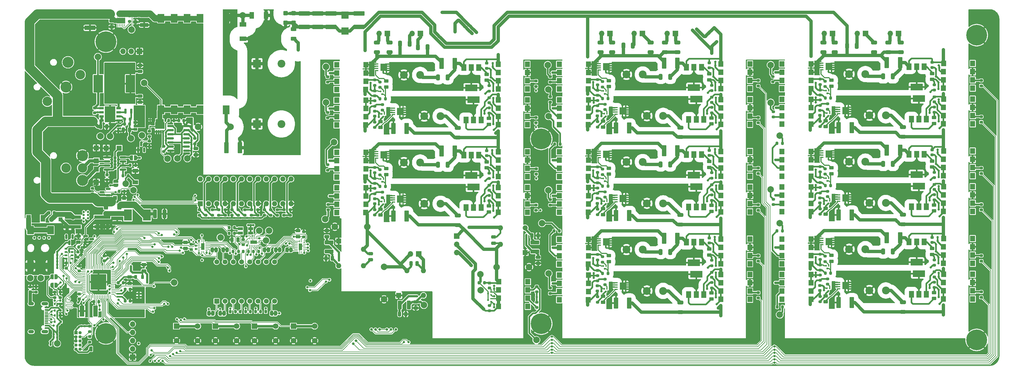
<source format=gtl>
G04 #@! TF.GenerationSoftware,KiCad,Pcbnew,7.0.0*
G04 #@! TF.CreationDate,2023-02-17T23:53:31+01:00*
G04 #@! TF.ProjectId,ELController,454c436f-6e74-4726-9f6c-6c65722e6b69,rev?*
G04 #@! TF.SameCoordinates,Original*
G04 #@! TF.FileFunction,Copper,L1,Top*
G04 #@! TF.FilePolarity,Positive*
%FSLAX46Y46*%
G04 Gerber Fmt 4.6, Leading zero omitted, Abs format (unit mm)*
G04 Created by KiCad (PCBNEW 7.0.0) date 2023-02-17 23:53:31*
%MOMM*%
%LPD*%
G01*
G04 APERTURE LIST*
G04 Aperture macros list*
%AMRoundRect*
0 Rectangle with rounded corners*
0 $1 Rounding radius*
0 $2 $3 $4 $5 $6 $7 $8 $9 X,Y pos of 4 corners*
0 Add a 4 corners polygon primitive as box body*
4,1,4,$2,$3,$4,$5,$6,$7,$8,$9,$2,$3,0*
0 Add four circle primitives for the rounded corners*
1,1,$1+$1,$2,$3*
1,1,$1+$1,$4,$5*
1,1,$1+$1,$6,$7*
1,1,$1+$1,$8,$9*
0 Add four rect primitives between the rounded corners*
20,1,$1+$1,$2,$3,$4,$5,0*
20,1,$1+$1,$4,$5,$6,$7,0*
20,1,$1+$1,$6,$7,$8,$9,0*
20,1,$1+$1,$8,$9,$2,$3,0*%
%AMFreePoly0*
4,1,19,0.500000,-0.750000,0.000000,-0.750000,0.000000,-0.744911,-0.071157,-0.744911,-0.207708,-0.704816,-0.327430,-0.627875,-0.420627,-0.520320,-0.479746,-0.390866,-0.500000,-0.250000,-0.500000,0.250000,-0.479746,0.390866,-0.420627,0.520320,-0.327430,0.627875,-0.207708,0.704816,-0.071157,0.744911,0.000000,0.744911,0.000000,0.750000,0.500000,0.750000,0.500000,-0.750000,0.500000,-0.750000,
$1*%
%AMFreePoly1*
4,1,19,0.000000,0.744911,0.071157,0.744911,0.207708,0.704816,0.327430,0.627875,0.420627,0.520320,0.479746,0.390866,0.500000,0.250000,0.500000,-0.250000,0.479746,-0.390866,0.420627,-0.520320,0.327430,-0.627875,0.207708,-0.704816,0.071157,-0.744911,0.000000,-0.744911,0.000000,-0.750000,-0.500000,-0.750000,-0.500000,0.750000,0.000000,0.750000,0.000000,0.744911,0.000000,0.744911,
$1*%
G04 Aperture macros list end*
G04 #@! TA.AperFunction,SMDPad,CuDef*
%ADD10RoundRect,0.250000X0.450000X-0.400000X0.450000X0.400000X-0.450000X0.400000X-0.450000X-0.400000X0*%
G04 #@! TD*
G04 #@! TA.AperFunction,SMDPad,CuDef*
%ADD11RoundRect,0.249999X0.387501X0.700001X-0.387501X0.700001X-0.387501X-0.700001X0.387501X-0.700001X0*%
G04 #@! TD*
G04 #@! TA.AperFunction,SMDPad,CuDef*
%ADD12R,0.900000X0.600000*%
G04 #@! TD*
G04 #@! TA.AperFunction,SMDPad,CuDef*
%ADD13R,5.000000X1.000000*%
G04 #@! TD*
G04 #@! TA.AperFunction,SMDPad,CuDef*
%ADD14RoundRect,0.249999X0.450001X1.450001X-0.450001X1.450001X-0.450001X-1.450001X0.450001X-1.450001X0*%
G04 #@! TD*
G04 #@! TA.AperFunction,ComponentPad*
%ADD15C,2.400000*%
G04 #@! TD*
G04 #@! TA.AperFunction,ComponentPad*
%ADD16R,2.400000X2.400000*%
G04 #@! TD*
G04 #@! TA.AperFunction,SMDPad,CuDef*
%ADD17R,1.200000X1.200000*%
G04 #@! TD*
G04 #@! TA.AperFunction,SMDPad,CuDef*
%ADD18RoundRect,0.218750X-0.218750X-0.381250X0.218750X-0.381250X0.218750X0.381250X-0.218750X0.381250X0*%
G04 #@! TD*
G04 #@! TA.AperFunction,SMDPad,CuDef*
%ADD19RoundRect,0.218750X-0.381250X0.218750X-0.381250X-0.218750X0.381250X-0.218750X0.381250X0.218750X0*%
G04 #@! TD*
G04 #@! TA.AperFunction,SMDPad,CuDef*
%ADD20RoundRect,0.200000X0.275000X-0.200000X0.275000X0.200000X-0.275000X0.200000X-0.275000X-0.200000X0*%
G04 #@! TD*
G04 #@! TA.AperFunction,SMDPad,CuDef*
%ADD21R,2.300000X2.200000*%
G04 #@! TD*
G04 #@! TA.AperFunction,SMDPad,CuDef*
%ADD22RoundRect,0.250000X-0.450000X0.262500X-0.450000X-0.262500X0.450000X-0.262500X0.450000X0.262500X0*%
G04 #@! TD*
G04 #@! TA.AperFunction,SMDPad,CuDef*
%ADD23RoundRect,0.250000X-0.325000X-0.650000X0.325000X-0.650000X0.325000X0.650000X-0.325000X0.650000X0*%
G04 #@! TD*
G04 #@! TA.AperFunction,SMDPad,CuDef*
%ADD24RoundRect,0.249999X-0.450001X-1.450001X0.450001X-1.450001X0.450001X1.450001X-0.450001X1.450001X0*%
G04 #@! TD*
G04 #@! TA.AperFunction,SMDPad,CuDef*
%ADD25RoundRect,0.200000X-0.275000X0.200000X-0.275000X-0.200000X0.275000X-0.200000X0.275000X0.200000X0*%
G04 #@! TD*
G04 #@! TA.AperFunction,SMDPad,CuDef*
%ADD26RoundRect,0.250000X-0.475000X0.250000X-0.475000X-0.250000X0.475000X-0.250000X0.475000X0.250000X0*%
G04 #@! TD*
G04 #@! TA.AperFunction,SMDPad,CuDef*
%ADD27R,1.520000X1.780000*%
G04 #@! TD*
G04 #@! TA.AperFunction,ComponentPad*
%ADD28R,1.700000X1.700000*%
G04 #@! TD*
G04 #@! TA.AperFunction,ComponentPad*
%ADD29O,1.700000X1.700000*%
G04 #@! TD*
G04 #@! TA.AperFunction,SMDPad,CuDef*
%ADD30RoundRect,0.200000X0.200000X0.275000X-0.200000X0.275000X-0.200000X-0.275000X0.200000X-0.275000X0*%
G04 #@! TD*
G04 #@! TA.AperFunction,SMDPad,CuDef*
%ADD31R,0.400000X0.550000*%
G04 #@! TD*
G04 #@! TA.AperFunction,SMDPad,CuDef*
%ADD32R,0.500000X0.550000*%
G04 #@! TD*
G04 #@! TA.AperFunction,ComponentPad*
%ADD33C,2.000000*%
G04 #@! TD*
G04 #@! TA.AperFunction,SMDPad,CuDef*
%ADD34FreePoly0,180.000000*%
G04 #@! TD*
G04 #@! TA.AperFunction,SMDPad,CuDef*
%ADD35FreePoly1,180.000000*%
G04 #@! TD*
G04 #@! TA.AperFunction,SMDPad,CuDef*
%ADD36RoundRect,0.225000X-0.250000X0.225000X-0.250000X-0.225000X0.250000X-0.225000X0.250000X0.225000X0*%
G04 #@! TD*
G04 #@! TA.AperFunction,SMDPad,CuDef*
%ADD37R,1.600000X1.600000*%
G04 #@! TD*
G04 #@! TA.AperFunction,ComponentPad*
%ADD38R,1.600000X1.600000*%
G04 #@! TD*
G04 #@! TA.AperFunction,ComponentPad*
%ADD39O,1.600000X1.600000*%
G04 #@! TD*
G04 #@! TA.AperFunction,SMDPad,CuDef*
%ADD40RoundRect,0.225000X0.250000X-0.225000X0.250000X0.225000X-0.250000X0.225000X-0.250000X-0.225000X0*%
G04 #@! TD*
G04 #@! TA.AperFunction,SMDPad,CuDef*
%ADD41RoundRect,0.250000X0.650000X-0.325000X0.650000X0.325000X-0.650000X0.325000X-0.650000X-0.325000X0*%
G04 #@! TD*
G04 #@! TA.AperFunction,SMDPad,CuDef*
%ADD42RoundRect,0.250000X0.325000X0.650000X-0.325000X0.650000X-0.325000X-0.650000X0.325000X-0.650000X0*%
G04 #@! TD*
G04 #@! TA.AperFunction,SMDPad,CuDef*
%ADD43R,0.990000X0.405000*%
G04 #@! TD*
G04 #@! TA.AperFunction,SMDPad,CuDef*
%ADD44R,1.725000X2.235000*%
G04 #@! TD*
G04 #@! TA.AperFunction,SMDPad,CuDef*
%ADD45R,0.760000X0.405000*%
G04 #@! TD*
G04 #@! TA.AperFunction,SMDPad,CuDef*
%ADD46R,2.100000X1.400000*%
G04 #@! TD*
G04 #@! TA.AperFunction,SMDPad,CuDef*
%ADD47RoundRect,0.050000X0.387500X0.050000X-0.387500X0.050000X-0.387500X-0.050000X0.387500X-0.050000X0*%
G04 #@! TD*
G04 #@! TA.AperFunction,SMDPad,CuDef*
%ADD48RoundRect,0.050000X0.050000X0.387500X-0.050000X0.387500X-0.050000X-0.387500X0.050000X-0.387500X0*%
G04 #@! TD*
G04 #@! TA.AperFunction,ComponentPad*
%ADD49C,0.500000*%
G04 #@! TD*
G04 #@! TA.AperFunction,SMDPad,CuDef*
%ADD50R,4.700000X4.700000*%
G04 #@! TD*
G04 #@! TA.AperFunction,SMDPad,CuDef*
%ADD51RoundRect,0.250000X0.450000X-0.262500X0.450000X0.262500X-0.450000X0.262500X-0.450000X-0.262500X0*%
G04 #@! TD*
G04 #@! TA.AperFunction,SMDPad,CuDef*
%ADD52RoundRect,0.250000X-0.650000X0.325000X-0.650000X-0.325000X0.650000X-0.325000X0.650000X0.325000X0*%
G04 #@! TD*
G04 #@! TA.AperFunction,ComponentPad*
%ADD53C,1.700000*%
G04 #@! TD*
G04 #@! TA.AperFunction,SMDPad,CuDef*
%ADD54RoundRect,0.250000X0.475000X-0.250000X0.475000X0.250000X-0.475000X0.250000X-0.475000X-0.250000X0*%
G04 #@! TD*
G04 #@! TA.AperFunction,SMDPad,CuDef*
%ADD55R,1.500000X2.000000*%
G04 #@! TD*
G04 #@! TA.AperFunction,SMDPad,CuDef*
%ADD56R,3.800000X2.000000*%
G04 #@! TD*
G04 #@! TA.AperFunction,SMDPad,CuDef*
%ADD57FreePoly0,0.000000*%
G04 #@! TD*
G04 #@! TA.AperFunction,SMDPad,CuDef*
%ADD58FreePoly1,0.000000*%
G04 #@! TD*
G04 #@! TA.AperFunction,SMDPad,CuDef*
%ADD59R,2.900000X5.400000*%
G04 #@! TD*
G04 #@! TA.AperFunction,SMDPad,CuDef*
%ADD60RoundRect,0.250000X0.250000X0.475000X-0.250000X0.475000X-0.250000X-0.475000X0.250000X-0.475000X0*%
G04 #@! TD*
G04 #@! TA.AperFunction,SMDPad,CuDef*
%ADD61R,2.000000X2.750000*%
G04 #@! TD*
G04 #@! TA.AperFunction,SMDPad,CuDef*
%ADD62RoundRect,0.250000X-0.375000X-1.075000X0.375000X-1.075000X0.375000X1.075000X-0.375000X1.075000X0*%
G04 #@! TD*
G04 #@! TA.AperFunction,SMDPad,CuDef*
%ADD63FreePoly0,90.000000*%
G04 #@! TD*
G04 #@! TA.AperFunction,SMDPad,CuDef*
%ADD64FreePoly1,90.000000*%
G04 #@! TD*
G04 #@! TA.AperFunction,SMDPad,CuDef*
%ADD65RoundRect,0.062500X0.062500X-0.350000X0.062500X0.350000X-0.062500X0.350000X-0.062500X-0.350000X0*%
G04 #@! TD*
G04 #@! TA.AperFunction,SMDPad,CuDef*
%ADD66R,2.500000X1.700000*%
G04 #@! TD*
G04 #@! TA.AperFunction,SMDPad,CuDef*
%ADD67R,1.350000X0.750000*%
G04 #@! TD*
G04 #@! TA.AperFunction,SMDPad,CuDef*
%ADD68R,3.200000X4.900000*%
G04 #@! TD*
G04 #@! TA.AperFunction,SMDPad,CuDef*
%ADD69RoundRect,0.150000X-0.587500X-0.150000X0.587500X-0.150000X0.587500X0.150000X-0.587500X0.150000X0*%
G04 #@! TD*
G04 #@! TA.AperFunction,SMDPad,CuDef*
%ADD70RoundRect,0.250000X-0.325000X-1.100000X0.325000X-1.100000X0.325000X1.100000X-0.325000X1.100000X0*%
G04 #@! TD*
G04 #@! TA.AperFunction,SMDPad,CuDef*
%ADD71R,2.450000X3.500000*%
G04 #@! TD*
G04 #@! TA.AperFunction,SMDPad,CuDef*
%ADD72RoundRect,0.250000X1.075000X-0.375000X1.075000X0.375000X-1.075000X0.375000X-1.075000X-0.375000X0*%
G04 #@! TD*
G04 #@! TA.AperFunction,SMDPad,CuDef*
%ADD73R,0.450000X0.600000*%
G04 #@! TD*
G04 #@! TA.AperFunction,SMDPad,CuDef*
%ADD74R,0.500000X1.100000*%
G04 #@! TD*
G04 #@! TA.AperFunction,SMDPad,CuDef*
%ADD75R,2.850000X2.000000*%
G04 #@! TD*
G04 #@! TA.AperFunction,SMDPad,CuDef*
%ADD76R,1.200000X0.600000*%
G04 #@! TD*
G04 #@! TA.AperFunction,SMDPad,CuDef*
%ADD77R,1.700000X1.300000*%
G04 #@! TD*
G04 #@! TA.AperFunction,SMDPad,CuDef*
%ADD78RoundRect,0.249999X1.450001X-0.450001X1.450001X0.450001X-1.450001X0.450001X-1.450001X-0.450001X0*%
G04 #@! TD*
G04 #@! TA.AperFunction,SMDPad,CuDef*
%ADD79RoundRect,0.250000X-0.250000X-0.475000X0.250000X-0.475000X0.250000X0.475000X-0.250000X0.475000X0*%
G04 #@! TD*
G04 #@! TA.AperFunction,SMDPad,CuDef*
%ADD80R,1.000000X0.700000*%
G04 #@! TD*
G04 #@! TA.AperFunction,SMDPad,CuDef*
%ADD81R,0.600000X0.700000*%
G04 #@! TD*
G04 #@! TA.AperFunction,ComponentPad*
%ADD82C,0.800000*%
G04 #@! TD*
G04 #@! TA.AperFunction,ComponentPad*
%ADD83C,6.400000*%
G04 #@! TD*
G04 #@! TA.AperFunction,SMDPad,CuDef*
%ADD84RoundRect,0.200000X-0.200000X-0.275000X0.200000X-0.275000X0.200000X0.275000X-0.200000X0.275000X0*%
G04 #@! TD*
G04 #@! TA.AperFunction,SMDPad,CuDef*
%ADD85RoundRect,0.225000X-0.225000X-0.250000X0.225000X-0.250000X0.225000X0.250000X-0.225000X0.250000X0*%
G04 #@! TD*
G04 #@! TA.AperFunction,SMDPad,CuDef*
%ADD86RoundRect,0.225000X0.225000X0.250000X-0.225000X0.250000X-0.225000X-0.250000X0.225000X-0.250000X0*%
G04 #@! TD*
G04 #@! TA.AperFunction,ComponentPad*
%ADD87R,1.000000X1.000000*%
G04 #@! TD*
G04 #@! TA.AperFunction,ComponentPad*
%ADD88O,1.000000X1.000000*%
G04 #@! TD*
G04 #@! TA.AperFunction,SMDPad,CuDef*
%ADD89R,1.400000X2.100000*%
G04 #@! TD*
G04 #@! TA.AperFunction,SMDPad,CuDef*
%ADD90RoundRect,0.150000X-0.825000X-0.150000X0.825000X-0.150000X0.825000X0.150000X-0.825000X0.150000X0*%
G04 #@! TD*
G04 #@! TA.AperFunction,SMDPad,CuDef*
%ADD91RoundRect,0.250000X-1.100000X0.325000X-1.100000X-0.325000X1.100000X-0.325000X1.100000X0.325000X0*%
G04 #@! TD*
G04 #@! TA.AperFunction,SMDPad,CuDef*
%ADD92R,0.550000X0.400000*%
G04 #@! TD*
G04 #@! TA.AperFunction,SMDPad,CuDef*
%ADD93R,0.550000X0.500000*%
G04 #@! TD*
G04 #@! TA.AperFunction,SMDPad,CuDef*
%ADD94R,2.000000X2.500000*%
G04 #@! TD*
G04 #@! TA.AperFunction,SMDPad,CuDef*
%ADD95RoundRect,0.062500X-0.062500X0.287500X-0.062500X-0.287500X0.062500X-0.287500X0.062500X0.287500X0*%
G04 #@! TD*
G04 #@! TA.AperFunction,SMDPad,CuDef*
%ADD96RoundRect,0.062500X-0.287500X-0.062500X0.287500X-0.062500X0.287500X0.062500X-0.287500X0.062500X0*%
G04 #@! TD*
G04 #@! TA.AperFunction,SMDPad,CuDef*
%ADD97RoundRect,0.062500X-0.287500X0.062500X-0.287500X-0.062500X0.287500X-0.062500X0.287500X0.062500X0*%
G04 #@! TD*
G04 #@! TA.AperFunction,SMDPad,CuDef*
%ADD98R,1.000000X2.000000*%
G04 #@! TD*
G04 #@! TA.AperFunction,SMDPad,CuDef*
%ADD99RoundRect,0.062500X-0.062500X-0.287500X0.062500X-0.287500X0.062500X0.287500X-0.062500X0.287500X0*%
G04 #@! TD*
G04 #@! TA.AperFunction,SMDPad,CuDef*
%ADD100RoundRect,0.062500X0.287500X0.062500X-0.287500X0.062500X-0.287500X-0.062500X0.287500X-0.062500X0*%
G04 #@! TD*
G04 #@! TA.AperFunction,SMDPad,CuDef*
%ADD101RoundRect,0.062500X0.287500X-0.062500X0.287500X0.062500X-0.287500X0.062500X-0.287500X-0.062500X0*%
G04 #@! TD*
G04 #@! TA.AperFunction,SMDPad,CuDef*
%ADD102RoundRect,0.175000X-0.175000X-0.625000X0.175000X-0.625000X0.175000X0.625000X-0.175000X0.625000X0*%
G04 #@! TD*
G04 #@! TA.AperFunction,ComponentPad*
%ADD103C,3.400000*%
G04 #@! TD*
G04 #@! TA.AperFunction,ComponentPad*
%ADD104C,2.900000*%
G04 #@! TD*
G04 #@! TA.AperFunction,ComponentPad*
%ADD105R,1.500000X1.500000*%
G04 #@! TD*
G04 #@! TA.AperFunction,ComponentPad*
%ADD106C,1.500000*%
G04 #@! TD*
G04 #@! TA.AperFunction,SMDPad,CuDef*
%ADD107RoundRect,0.150000X0.150000X-0.587500X0.150000X0.587500X-0.150000X0.587500X-0.150000X-0.587500X0*%
G04 #@! TD*
G04 #@! TA.AperFunction,SMDPad,CuDef*
%ADD108RoundRect,0.250000X0.625000X-0.312500X0.625000X0.312500X-0.625000X0.312500X-0.625000X-0.312500X0*%
G04 #@! TD*
G04 #@! TA.AperFunction,SMDPad,CuDef*
%ADD109RoundRect,0.062500X0.062500X-0.287500X0.062500X0.287500X-0.062500X0.287500X-0.062500X-0.287500X0*%
G04 #@! TD*
G04 #@! TA.AperFunction,SMDPad,CuDef*
%ADD110R,2.000000X1.000000*%
G04 #@! TD*
G04 #@! TA.AperFunction,SMDPad,CuDef*
%ADD111RoundRect,0.062500X0.062500X0.287500X-0.062500X0.287500X-0.062500X-0.287500X0.062500X-0.287500X0*%
G04 #@! TD*
G04 #@! TA.AperFunction,SMDPad,CuDef*
%ADD112RoundRect,0.150000X0.840000X0.150000X-0.840000X0.150000X-0.840000X-0.150000X0.840000X-0.150000X0*%
G04 #@! TD*
G04 #@! TA.AperFunction,SMDPad,CuDef*
%ADD113RoundRect,0.218750X0.218750X0.256250X-0.218750X0.256250X-0.218750X-0.256250X0.218750X-0.256250X0*%
G04 #@! TD*
G04 #@! TA.AperFunction,SMDPad,CuDef*
%ADD114RoundRect,0.150000X0.587500X0.150000X-0.587500X0.150000X-0.587500X-0.150000X0.587500X-0.150000X0*%
G04 #@! TD*
G04 #@! TA.AperFunction,SMDPad,CuDef*
%ADD115R,1.100000X0.600000*%
G04 #@! TD*
G04 #@! TA.AperFunction,SMDPad,CuDef*
%ADD116R,1.100000X0.300000*%
G04 #@! TD*
G04 #@! TA.AperFunction,ComponentPad*
%ADD117O,2.100000X1.000000*%
G04 #@! TD*
G04 #@! TA.AperFunction,ComponentPad*
%ADD118O,1.800000X1.000000*%
G04 #@! TD*
G04 #@! TA.AperFunction,SMDPad,CuDef*
%ADD119R,1.500000X0.900000*%
G04 #@! TD*
G04 #@! TA.AperFunction,SMDPad,CuDef*
%ADD120RoundRect,0.150000X-0.150000X0.587500X-0.150000X-0.587500X0.150000X-0.587500X0.150000X0.587500X0*%
G04 #@! TD*
G04 #@! TA.AperFunction,SMDPad,CuDef*
%ADD121RoundRect,0.249999X-1.450001X0.450001X-1.450001X-0.450001X1.450001X-0.450001X1.450001X0.450001X0*%
G04 #@! TD*
G04 #@! TA.AperFunction,SMDPad,CuDef*
%ADD122RoundRect,0.250000X-1.075000X0.375000X-1.075000X-0.375000X1.075000X-0.375000X1.075000X0.375000X0*%
G04 #@! TD*
G04 #@! TA.AperFunction,ViaPad*
%ADD123C,0.710000*%
G04 #@! TD*
G04 #@! TA.AperFunction,ViaPad*
%ADD124C,0.800000*%
G04 #@! TD*
G04 #@! TA.AperFunction,ViaPad*
%ADD125C,0.700000*%
G04 #@! TD*
G04 #@! TA.AperFunction,ViaPad*
%ADD126C,1.000000*%
G04 #@! TD*
G04 #@! TA.AperFunction,Conductor*
%ADD127C,1.000000*%
G04 #@! TD*
G04 #@! TA.AperFunction,Conductor*
%ADD128C,0.300000*%
G04 #@! TD*
G04 #@! TA.AperFunction,Conductor*
%ADD129C,0.150000*%
G04 #@! TD*
G04 #@! TA.AperFunction,Conductor*
%ADD130C,0.800000*%
G04 #@! TD*
G04 #@! TA.AperFunction,Conductor*
%ADD131C,1.500000*%
G04 #@! TD*
G04 #@! TA.AperFunction,Conductor*
%ADD132C,2.000000*%
G04 #@! TD*
G04 #@! TA.AperFunction,Conductor*
%ADD133C,3.000000*%
G04 #@! TD*
G04 #@! TA.AperFunction,Conductor*
%ADD134C,0.500000*%
G04 #@! TD*
G04 #@! TA.AperFunction,Conductor*
%ADD135C,0.700000*%
G04 #@! TD*
G04 #@! TA.AperFunction,Conductor*
%ADD136C,0.200000*%
G04 #@! TD*
G04 APERTURE END LIST*
G36*
X90150000Y-86500000D02*
G01*
X89650000Y-86500000D01*
X89650000Y-85900000D01*
X90150000Y-85900000D01*
X90150000Y-86500000D01*
G37*
G36*
X74000000Y-86500000D02*
G01*
X73500000Y-86500000D01*
X73500000Y-85900000D01*
X74000000Y-85900000D01*
X74000000Y-86500000D01*
G37*
G36*
X86700000Y-86500000D02*
G01*
X86200000Y-86500000D01*
X86200000Y-85900000D01*
X86700000Y-85900000D01*
X86700000Y-86500000D01*
G37*
G36*
X88900000Y-106100000D02*
G01*
X88400000Y-106100000D01*
X88400000Y-105500000D01*
X88900000Y-105500000D01*
X88900000Y-106100000D01*
G37*
G36*
X73050000Y-106100000D02*
G01*
X72550000Y-106100000D01*
X72550000Y-105500000D01*
X73050000Y-105500000D01*
X73050000Y-106100000D01*
G37*
G36*
X93600000Y-86500000D02*
G01*
X93100000Y-86500000D01*
X93100000Y-85900000D01*
X93600000Y-85900000D01*
X93600000Y-86500000D01*
G37*
G36*
X70600000Y-86500000D02*
G01*
X70100000Y-86500000D01*
X70100000Y-85900000D01*
X70600000Y-85900000D01*
X70600000Y-86500000D01*
G37*
G36*
X69600000Y-106100000D02*
G01*
X69100000Y-106100000D01*
X69100000Y-105500000D01*
X69600000Y-105500000D01*
X69600000Y-106100000D01*
G37*
D10*
X94800000Y-16150000D03*
X94800000Y-13250000D03*
X92300000Y-16150000D03*
X92300000Y-13250000D03*
D11*
X36987500Y-72800000D03*
X41212500Y-72800000D03*
D12*
X26649999Y-85899999D03*
X26649999Y-86899999D03*
X26649999Y-87899999D03*
X26649999Y-88899999D03*
X24749999Y-88899999D03*
X24749999Y-87899999D03*
X24749999Y-86899999D03*
X24749999Y-85899999D03*
D13*
X35899999Y-76099999D03*
X35899999Y-79099999D03*
X26899999Y-79099999D03*
X26899999Y-76099999D03*
D14*
X74150000Y-54700000D03*
X78250000Y-54700000D03*
D15*
X91022220Y-47400000D03*
D16*
X83522219Y-47399999D03*
X83522219Y-28799999D03*
D15*
X91022220Y-28800000D03*
D17*
X39799999Y-70199999D03*
X42599999Y-70199999D03*
D18*
X48262500Y-94600000D03*
X46137500Y-94600000D03*
D19*
X46050000Y-46937500D03*
X46050000Y-49062500D03*
D20*
X64400000Y-53500000D03*
X64400000Y-51850000D03*
D21*
X110599999Y-18749999D03*
X110599999Y-13849999D03*
D22*
X154880000Y-45660000D03*
X154880000Y-47485000D03*
D23*
X196250000Y-23200000D03*
X199200000Y-23200000D03*
D20*
X21250000Y-100905489D03*
X21250000Y-99255489D03*
D24*
X208814275Y-28630000D03*
X212914275Y-28630000D03*
D25*
X237800000Y-88000000D03*
X237800000Y-89650000D03*
X83775480Y-73875000D03*
X83775480Y-75525000D03*
D26*
X44300000Y-94600000D03*
X44300000Y-96500000D03*
D20*
X71750000Y-75525000D03*
X71750000Y-73875000D03*
D25*
X173800000Y-32800000D03*
X173800000Y-34450000D03*
D24*
X277324520Y-55500000D03*
X281424520Y-55500000D03*
D25*
X292000000Y-42175000D03*
X292000000Y-43825000D03*
D15*
X272020000Y-71740000D03*
X277020000Y-71740000D03*
D27*
X235244754Y-47489999D03*
X235244754Y-44949999D03*
X235244754Y-42409999D03*
X235244754Y-39869999D03*
X226294754Y-39869999D03*
X226234754Y-42409999D03*
X226234754Y-44949999D03*
X226234754Y-47489999D03*
D28*
X212274999Y-19499999D03*
D29*
X209734999Y-19499999D03*
D30*
X76575000Y-81100000D03*
X74925000Y-81100000D03*
D31*
X259449999Y-64099999D03*
X258649999Y-64099999D03*
D32*
X259049999Y-64949999D03*
D27*
X303754999Y-47359999D03*
X303754999Y-44819999D03*
X303754999Y-42279999D03*
X303754999Y-39739999D03*
X294804999Y-39739999D03*
X294744999Y-42279999D03*
X294744999Y-44819999D03*
X294744999Y-47359999D03*
D33*
X43095000Y-65845000D03*
D17*
X23099999Y-76799999D03*
X20299999Y-76799999D03*
D20*
X223489755Y-64105000D03*
X223489755Y-62455000D03*
D34*
X90550000Y-86200000D03*
D35*
X89250000Y-86200000D03*
D33*
X104750000Y-40750000D03*
D36*
X256800000Y-90900000D03*
X256800000Y-92450000D03*
D20*
X155095000Y-105015000D03*
X155095000Y-103365000D03*
D33*
X173000000Y-29200000D03*
D24*
X262500000Y-102500000D03*
X266600000Y-102500000D03*
D33*
X65400000Y-48300000D03*
X75400000Y-48300000D03*
D20*
X105400000Y-73850000D03*
X105400000Y-72200000D03*
D30*
X123030000Y-39660000D03*
X121380000Y-39660000D03*
D37*
X34094999Y-58744999D03*
X34094999Y-54764999D03*
D38*
X127124999Y-100274999D03*
D39*
X134744999Y-100274999D03*
X134744999Y-92654999D03*
X129664999Y-92654999D03*
D40*
X292000000Y-40575000D03*
X292000000Y-39025000D03*
X79250000Y-84600000D03*
X79250000Y-83050000D03*
D31*
X191239999Y-98204999D03*
X190439999Y-98204999D03*
D32*
X190839999Y-99054999D03*
D15*
X272020000Y-98740000D03*
X277020000Y-98740000D03*
D27*
X245044999Y-82869999D03*
X245044999Y-85409999D03*
X245044999Y-87949999D03*
X245044999Y-90489999D03*
X253994999Y-90489999D03*
X254054999Y-87949999D03*
X254054999Y-85409999D03*
X254054999Y-82869999D03*
D40*
X223490000Y-94705000D03*
X223490000Y-93155000D03*
D25*
X85775480Y-73875000D03*
X85775480Y-75525000D03*
D41*
X212900000Y-25275000D03*
X212900000Y-22325000D03*
D15*
X265750000Y-86000000D03*
X270750000Y-86000000D03*
D42*
X136000000Y-23700000D03*
X133050000Y-23700000D03*
D43*
X125487499Y-69519999D03*
X125487499Y-70179999D03*
X125487499Y-70839999D03*
X125487499Y-71499999D03*
D44*
X127479999Y-70509999D03*
D45*
X128472499Y-69517499D03*
X128472499Y-70177499D03*
X128472499Y-70842499D03*
X128472499Y-71502499D03*
D43*
X257364999Y-28659999D03*
X257364999Y-29319999D03*
X257364999Y-29979999D03*
X257364999Y-30639999D03*
D44*
X259357499Y-29649999D03*
D45*
X260349999Y-28657499D03*
X260349999Y-29317499D03*
X260349999Y-29982499D03*
X260349999Y-30642499D03*
D27*
X176534754Y-28999999D03*
X176534754Y-31539999D03*
X176534754Y-34079999D03*
X176534754Y-36619999D03*
X185484754Y-36619999D03*
X185544754Y-34079999D03*
X185544754Y-31539999D03*
X185544754Y-28999999D03*
D36*
X188289755Y-64030000D03*
X188289755Y-65580000D03*
D15*
X265750000Y-32000000D03*
X270750000Y-32000000D03*
D27*
X235244754Y-74489999D03*
X235244754Y-71949999D03*
X235244754Y-69409999D03*
X235244754Y-66869999D03*
X226294754Y-66869999D03*
X226234754Y-69409999D03*
X226234754Y-71949999D03*
X226234754Y-74489999D03*
D46*
X79199999Y-21099999D03*
X79199999Y-16699999D03*
D47*
X39162500Y-99900000D03*
X39162500Y-99400000D03*
X39162500Y-98900000D03*
X39162500Y-98400000D03*
X39162500Y-97900000D03*
X39162500Y-97400000D03*
X39162500Y-96900000D03*
X39162500Y-96400000D03*
X39162500Y-95900000D03*
X39162500Y-95400000D03*
X39162500Y-94900000D03*
X39162500Y-94400000D03*
X39162500Y-93900000D03*
X39162500Y-93400000D03*
X39162500Y-92900000D03*
X39162500Y-92400000D03*
D48*
X38500000Y-91737500D03*
X38000000Y-91737500D03*
X37500000Y-91737500D03*
X37000000Y-91737500D03*
X36500000Y-91737500D03*
X36000000Y-91737500D03*
X35500000Y-91737500D03*
X35000000Y-91737500D03*
X34500000Y-91737500D03*
X34000000Y-91737500D03*
X33500000Y-91737500D03*
X33000000Y-91737500D03*
X32500000Y-91737500D03*
X32000000Y-91737500D03*
X31500000Y-91737500D03*
X31000000Y-91737500D03*
D47*
X30337500Y-92400000D03*
X30337500Y-92900000D03*
X30337500Y-93400000D03*
X30337500Y-93900000D03*
X30337500Y-94400000D03*
X30337500Y-94900000D03*
X30337500Y-95400000D03*
X30337500Y-95900000D03*
X30337500Y-96400000D03*
X30337500Y-96900000D03*
X30337500Y-97400000D03*
X30337500Y-97900000D03*
X30337500Y-98400000D03*
X30337500Y-98900000D03*
X30337500Y-99400000D03*
X30337500Y-99900000D03*
D48*
X31000000Y-100562500D03*
X31500000Y-100562500D03*
X32000000Y-100562500D03*
X32500000Y-100562500D03*
X33000000Y-100562500D03*
X33500000Y-100562500D03*
X34000000Y-100562500D03*
X34500000Y-100562500D03*
X35000000Y-100562500D03*
X35500000Y-100562500D03*
X36000000Y-100562500D03*
X36500000Y-100562500D03*
X37000000Y-100562500D03*
X37500000Y-100562500D03*
X38000000Y-100562500D03*
X38500000Y-100562500D03*
D49*
X36850000Y-98250000D03*
X36850000Y-96850000D03*
X36850000Y-95450000D03*
X36850000Y-94050000D03*
X35450000Y-98250000D03*
X35450000Y-96850000D03*
X35450000Y-95450000D03*
X35450000Y-94050000D03*
D50*
X34749999Y-96149999D03*
D49*
X34050000Y-98250000D03*
X34050000Y-96850000D03*
X34050000Y-95450000D03*
X34050000Y-94050000D03*
X32650000Y-98250000D03*
X32650000Y-96850000D03*
X32650000Y-95450000D03*
X32650000Y-94050000D03*
D51*
X291250000Y-87650000D03*
X291250000Y-85825000D03*
D25*
X292000000Y-96175000D03*
X292000000Y-97825000D03*
D40*
X291250000Y-83950000D03*
X291250000Y-82400000D03*
D30*
X245200000Y-53400000D03*
X243550000Y-53400000D03*
D20*
X15500000Y-99230489D03*
X15500000Y-97580489D03*
D33*
X35300000Y-51200000D03*
D25*
X256800000Y-94000000D03*
X256800000Y-95650000D03*
D20*
X44300000Y-15750000D03*
X44300000Y-14100000D03*
D38*
X66049999Y-71999999D03*
D39*
X68589999Y-71999999D03*
X71129999Y-71999999D03*
X73669999Y-71999999D03*
X76209999Y-71999999D03*
X78749999Y-71999999D03*
X81289999Y-71999999D03*
X83829999Y-71999999D03*
X86369999Y-71999999D03*
X88909999Y-71999999D03*
X91449999Y-71999999D03*
X93989999Y-71999999D03*
X93989999Y-64379999D03*
X91449999Y-64379999D03*
X88909999Y-64379999D03*
X86369999Y-64379999D03*
X83829999Y-64379999D03*
X81289999Y-64379999D03*
X78749999Y-64379999D03*
X76209999Y-64379999D03*
X73669999Y-64379999D03*
X71129999Y-64379999D03*
X68589999Y-64379999D03*
X66049999Y-64379999D03*
D27*
X176534999Y-93969999D03*
X176534999Y-96509999D03*
X176534999Y-99049999D03*
X176534999Y-101589999D03*
X185484999Y-101589999D03*
X185544999Y-99049999D03*
X185544999Y-96509999D03*
X185544999Y-93969999D03*
X235244999Y-101489999D03*
X235244999Y-98949999D03*
X235244999Y-96409999D03*
X235244999Y-93869999D03*
X226294999Y-93869999D03*
X226234999Y-96409999D03*
X226234999Y-98949999D03*
X226234999Y-101489999D03*
D52*
X213809755Y-75495000D03*
X213809755Y-78445000D03*
D28*
X82749999Y-109749999D03*
D53*
X89250000Y-109750000D03*
X82750000Y-114250000D03*
X89250000Y-114250000D03*
D36*
X256750000Y-97200000D03*
X256750000Y-98750000D03*
D52*
X213809755Y-48495000D03*
X213809755Y-51445000D03*
D20*
X54800000Y-55900000D03*
X54800000Y-54250000D03*
D54*
X105000000Y-82150000D03*
X105000000Y-80250000D03*
D36*
X188240000Y-97330000D03*
X188240000Y-98880000D03*
D25*
X119780000Y-67260000D03*
X119780000Y-68910000D03*
D23*
X127525000Y-22600000D03*
X130475000Y-22600000D03*
D24*
X277324520Y-28500000D03*
X281424520Y-28500000D03*
D14*
X33800000Y-105100000D03*
X29700000Y-105100000D03*
D55*
X147879999Y-46159999D03*
X150179999Y-46159999D03*
D56*
X150179999Y-39859999D03*
D55*
X152479999Y-46159999D03*
D57*
X20400000Y-97155489D03*
D58*
X21700000Y-97155489D03*
D20*
X24800000Y-91925000D03*
X24800000Y-90275000D03*
D59*
X34649999Y-34949999D03*
X44549999Y-34949999D03*
D43*
X193997254Y-69389999D03*
X193997254Y-70049999D03*
X193997254Y-70709999D03*
X193997254Y-71369999D03*
D44*
X195989754Y-70379999D03*
D45*
X196982254Y-69387499D03*
X196982254Y-70047499D03*
X196982254Y-70712499D03*
X196982254Y-71372499D03*
D54*
X28600000Y-81950000D03*
X28600000Y-83850000D03*
D40*
X222740000Y-84080000D03*
X222740000Y-82530000D03*
D25*
X223489755Y-42305000D03*
X223489755Y-43955000D03*
D43*
X120344999Y-55919999D03*
X120344999Y-56579999D03*
X120344999Y-57239999D03*
X120344999Y-57899999D03*
D44*
X122337499Y-56909999D03*
D45*
X123329999Y-55917499D03*
X123329999Y-56577499D03*
X123329999Y-57242499D03*
X123329999Y-57902499D03*
D25*
X65775480Y-73875000D03*
X65775480Y-75525000D03*
D23*
X139225000Y-33000000D03*
X142175000Y-33000000D03*
D25*
X105250000Y-43850000D03*
X105250000Y-45500000D03*
D27*
X245044999Y-93839999D03*
X245044999Y-96379999D03*
X245044999Y-98919999D03*
X245044999Y-101459999D03*
X253994999Y-101459999D03*
X254054999Y-98919999D03*
X254054999Y-96379999D03*
X254054999Y-93839999D03*
D26*
X156300000Y-82250000D03*
X156300000Y-84150000D03*
D30*
X245250000Y-103800000D03*
X243600000Y-103800000D03*
D55*
X216389754Y-46029999D03*
X218689754Y-46029999D03*
D56*
X218689754Y-39729999D03*
D55*
X220989754Y-46029999D03*
D54*
X96100000Y-82150000D03*
X96100000Y-80250000D03*
D26*
X64700000Y-55000000D03*
X64700000Y-56900000D03*
D25*
X93775480Y-73875000D03*
X93775480Y-75525000D03*
D60*
X106670000Y-88840000D03*
X104770000Y-88840000D03*
D55*
X147879999Y-73159999D03*
X150179999Y-73159999D03*
D56*
X150179999Y-66859999D03*
D55*
X152479999Y-73159999D03*
D25*
X237800000Y-45400000D03*
X237800000Y-47050000D03*
X237800000Y-99400000D03*
X237800000Y-101050000D03*
D31*
X122729999Y-71334999D03*
X121929999Y-71334999D03*
D32*
X122329999Y-72184999D03*
D61*
X53999999Y-42999999D03*
X57999999Y-42999999D03*
X61999999Y-42999999D03*
X65999999Y-42999999D03*
X73999999Y-42999999D03*
X73999999Y-14799999D03*
X65999999Y-14799999D03*
X61999999Y-14799999D03*
X57999999Y-14799999D03*
X53999999Y-14799999D03*
D20*
X119780000Y-62460000D03*
X119780000Y-60810000D03*
D55*
X284899999Y-45899999D03*
X287199999Y-45899999D03*
D56*
X287199999Y-39599999D03*
D55*
X289499999Y-45899999D03*
D52*
X282320000Y-48365000D03*
X282320000Y-51315000D03*
D20*
X154980000Y-37235000D03*
X154980000Y-35585000D03*
X81775480Y-75525000D03*
X81775480Y-73875000D03*
X256800000Y-48225000D03*
X256800000Y-46575000D03*
D33*
X34550000Y-26700000D03*
D51*
X123280000Y-62985000D03*
X123280000Y-61160000D03*
D23*
X265150000Y-23300000D03*
X268100000Y-23300000D03*
D25*
X169400000Y-34175000D03*
X169400000Y-35825000D03*
D41*
X192800000Y-25275000D03*
X192800000Y-22325000D03*
D30*
X176800000Y-53600000D03*
X175150000Y-53600000D03*
D33*
X241600000Y-67600000D03*
X152250000Y-93750000D03*
D26*
X38800000Y-15600000D03*
X38800000Y-17500000D03*
D62*
X127475000Y-103225000D03*
X130275000Y-103225000D03*
D25*
X77775480Y-73875000D03*
X77775480Y-75525000D03*
X40800000Y-47950000D03*
X40800000Y-49600000D03*
D63*
X40095000Y-66345000D03*
D64*
X40095000Y-65045000D03*
D27*
X303754999Y-101359999D03*
X303754999Y-98819999D03*
X303754999Y-96279999D03*
X303754999Y-93739999D03*
X294804999Y-93739999D03*
X294744999Y-96279999D03*
X294744999Y-98819999D03*
X294744999Y-101359999D03*
X176534999Y-82999999D03*
X176534999Y-85539999D03*
X176534999Y-88079999D03*
X176534999Y-90619999D03*
X185484999Y-90619999D03*
X185544999Y-88079999D03*
X185544999Y-85539999D03*
X185544999Y-82999999D03*
D30*
X191539755Y-66530000D03*
X189889755Y-66530000D03*
X191539755Y-39530000D03*
X189889755Y-39530000D03*
D25*
X242300000Y-32750000D03*
X242300000Y-34400000D03*
D65*
X40675000Y-16987500D03*
X41175000Y-16987500D03*
X41675000Y-16987500D03*
X42175000Y-16987500D03*
X42675000Y-16987500D03*
X42675000Y-14062500D03*
X42175000Y-14062500D03*
X41675000Y-14062500D03*
X41175000Y-14062500D03*
X40675000Y-14062500D03*
D66*
X41674999Y-15524999D03*
D36*
X188290000Y-91030000D03*
X188290000Y-92580000D03*
D67*
X35674999Y-42494999D03*
X35674999Y-43764999D03*
X35674999Y-45034999D03*
X35674999Y-46304999D03*
X40924999Y-46304999D03*
X40924999Y-45034999D03*
X40924999Y-43764999D03*
X40924999Y-42494999D03*
D49*
X37100000Y-42600000D03*
X37100000Y-43800000D03*
X37100000Y-45000000D03*
X37100000Y-46200000D03*
X38300000Y-42600000D03*
X38300000Y-43800000D03*
D68*
X38299999Y-44399999D03*
D49*
X38300000Y-45000000D03*
X38300000Y-46200000D03*
X39500000Y-42600000D03*
X39500000Y-43800000D03*
X39500000Y-45000000D03*
X39500000Y-46200000D03*
D22*
X291900000Y-99400000D03*
X291900000Y-101225000D03*
X190040000Y-100530000D03*
X190040000Y-102355000D03*
D20*
X119780000Y-48485000D03*
X119780000Y-46835000D03*
D52*
X145300000Y-75625000D03*
X145300000Y-78575000D03*
D25*
X306400000Y-45150000D03*
X306400000Y-46800000D03*
D28*
X280984999Y-19499999D03*
D29*
X278444999Y-19499999D03*
D69*
X30762500Y-81950000D03*
X30762500Y-83850000D03*
X32637500Y-82900000D03*
D70*
X52125000Y-75100000D03*
X55075000Y-75100000D03*
D71*
X43774999Y-75499999D03*
X49624999Y-75499999D03*
D30*
X80025000Y-105300000D03*
X78375000Y-105300000D03*
D27*
X235244999Y-90489999D03*
X235244999Y-87949999D03*
X235244999Y-85409999D03*
X235244999Y-82869999D03*
X226294999Y-82869999D03*
X226234999Y-85409999D03*
X226234999Y-87949999D03*
X226234999Y-90489999D03*
D72*
X169050000Y-86700000D03*
X169050000Y-83900000D03*
D22*
X223390000Y-99530000D03*
X223390000Y-101355000D03*
D33*
X107250000Y-53000000D03*
D57*
X73100000Y-86200000D03*
D58*
X74400000Y-86200000D03*
D55*
X220289999Y-83867499D03*
X217989999Y-83867499D03*
D56*
X217989999Y-90167499D03*
D55*
X215689999Y-83867499D03*
D30*
X260050000Y-66400000D03*
X258400000Y-66400000D03*
D23*
X276245000Y-32740000D03*
X279195000Y-32740000D03*
D22*
X291900000Y-45400000D03*
X291900000Y-47225000D03*
D30*
X83125000Y-105300000D03*
X81475000Y-105300000D03*
D25*
X292000000Y-69175000D03*
X292000000Y-70825000D03*
D73*
X50599999Y-48199999D03*
X50599999Y-46099999D03*
D74*
X52624999Y-49774999D03*
X53274999Y-49774999D03*
X53924999Y-49774999D03*
X54574999Y-49774999D03*
D75*
X53599999Y-47849999D03*
D74*
X52624999Y-46374999D03*
X53274999Y-46374999D03*
X53924999Y-46374999D03*
X54574999Y-46374999D03*
D55*
X288799999Y-56737499D03*
X286499999Y-56737499D03*
D56*
X286499999Y-63037499D03*
D55*
X284199999Y-56737499D03*
D27*
X166734999Y-74619999D03*
X166734999Y-72079999D03*
X166734999Y-69539999D03*
X166734999Y-66999999D03*
X157784999Y-66999999D03*
X157724999Y-69539999D03*
X157724999Y-72079999D03*
X157724999Y-74619999D03*
D37*
X34094999Y-61354999D03*
X34094999Y-65334999D03*
D51*
X222740000Y-87780000D03*
X222740000Y-85955000D03*
X260300000Y-62725000D03*
X260300000Y-60900000D03*
X291250000Y-60650000D03*
X291250000Y-58825000D03*
D22*
X258550000Y-46400000D03*
X258550000Y-48225000D03*
D76*
X40899999Y-100649999D03*
X47199999Y-100649999D03*
X47199999Y-99749999D03*
X40899999Y-99749999D03*
D77*
X46094999Y-65344999D03*
X46094999Y-61844999D03*
D60*
X44300000Y-49200000D03*
X42400000Y-49200000D03*
D24*
X140304520Y-55760000D03*
X144404520Y-55760000D03*
D31*
X122429999Y-37359999D03*
X121629999Y-37359999D03*
D32*
X122029999Y-38209999D03*
D28*
X94749999Y-109749999D03*
D53*
X101250000Y-109750000D03*
X94750000Y-114250000D03*
X101250000Y-114250000D03*
D20*
X73750000Y-75525000D03*
X73750000Y-73875000D03*
D33*
X173200000Y-36750000D03*
D55*
X151779999Y-56997499D03*
X149479999Y-56997499D03*
D56*
X149479999Y-63297499D03*
D55*
X147179999Y-56997499D03*
D40*
X154230000Y-30210000D03*
X154230000Y-28660000D03*
D41*
X277800000Y-25275000D03*
X277800000Y-22325000D03*
D33*
X241600000Y-29200000D03*
D25*
X188290000Y-94130000D03*
X188290000Y-95780000D03*
D28*
X133289999Y-87499999D03*
D29*
X130749999Y-87499999D03*
D31*
X259449999Y-91099999D03*
X258649999Y-91099999D03*
D32*
X259049999Y-91949999D03*
D24*
X193989755Y-48630000D03*
X198089755Y-48630000D03*
D25*
X105250000Y-60000000D03*
X105250000Y-61650000D03*
D51*
X191789755Y-62855000D03*
X191789755Y-61030000D03*
D57*
X20400000Y-94500000D03*
D58*
X21700000Y-94500000D03*
D30*
X86225000Y-105300000D03*
X84575000Y-105300000D03*
D27*
X166849999Y-103689999D03*
X166849999Y-101149999D03*
X166849999Y-98609999D03*
X166849999Y-96069999D03*
X157899999Y-96069999D03*
X157839999Y-98609999D03*
X157839999Y-101149999D03*
X157839999Y-103689999D03*
D25*
X188289755Y-40130000D03*
X188289755Y-41780000D03*
X256800000Y-67000000D03*
X256800000Y-68650000D03*
D41*
X257800000Y-25275000D03*
X257800000Y-22325000D03*
D25*
X122130000Y-68435000D03*
X122130000Y-70085000D03*
D20*
X188290000Y-102355000D03*
X188290000Y-100705000D03*
D52*
X213810000Y-102495000D03*
X213810000Y-105445000D03*
D31*
X190939754Y-64229999D03*
X190139754Y-64229999D03*
D32*
X190539754Y-65079999D03*
D24*
X262500000Y-75500000D03*
X266600000Y-75500000D03*
D78*
X114900000Y-17450000D03*
X114900000Y-13350000D03*
D25*
X119780000Y-40260000D03*
X119780000Y-41910000D03*
D20*
X69775480Y-75525000D03*
X69775480Y-73875000D03*
D15*
X135000000Y-45000000D03*
X140000000Y-45000000D03*
D25*
X258350000Y-34200000D03*
X258350000Y-35850000D03*
D79*
X35400000Y-48200000D03*
X37300000Y-48200000D03*
D80*
X22999999Y-106405488D03*
D81*
X21299999Y-106405488D03*
X21299999Y-108405488D03*
X23199999Y-108405488D03*
D82*
X168600000Y-52000000D03*
X169302944Y-50302944D03*
X169302944Y-53697056D03*
X171000000Y-49600000D03*
D83*
X171000000Y-52000000D03*
D82*
X171000000Y-54400000D03*
X172697056Y-50302944D03*
X172697056Y-53697056D03*
X173400000Y-52000000D03*
D84*
X56295000Y-46340000D03*
X57945000Y-46340000D03*
D51*
X123280000Y-35985000D03*
X123280000Y-34160000D03*
D27*
X245044999Y-55869999D03*
X245044999Y-58409999D03*
X245044999Y-60949999D03*
X245044999Y-63489999D03*
X253994999Y-63489999D03*
X254054999Y-60949999D03*
X254054999Y-58409999D03*
X254054999Y-55869999D03*
D40*
X292000000Y-94575000D03*
X292000000Y-93025000D03*
D84*
X75275000Y-105300000D03*
X76925000Y-105300000D03*
D31*
X191239754Y-71204999D03*
X190439754Y-71204999D03*
D32*
X190839754Y-72054999D03*
D25*
X258350000Y-61200000D03*
X258350000Y-62850000D03*
D33*
X117480000Y-79090000D03*
X107480000Y-79090000D03*
X38300000Y-51200000D03*
D25*
X32000000Y-113000000D03*
X32000000Y-114650000D03*
D36*
X188239755Y-70330000D03*
X188239755Y-71880000D03*
D85*
X42950000Y-98400000D03*
X44500000Y-98400000D03*
D52*
X282320000Y-75365000D03*
X282320000Y-78315000D03*
D26*
X132375000Y-102275000D03*
X132375000Y-104175000D03*
D25*
X173750000Y-98000000D03*
X173750000Y-99650000D03*
D86*
X44350000Y-47450000D03*
X42800000Y-47450000D03*
D33*
X173200000Y-67800000D03*
X45500000Y-67800000D03*
D24*
X208814520Y-82630000D03*
X212914520Y-82630000D03*
D79*
X168100000Y-81800000D03*
X170000000Y-81800000D03*
D34*
X87100000Y-86200000D03*
D35*
X85800000Y-86200000D03*
D34*
X89300000Y-105800000D03*
D35*
X88000000Y-105800000D03*
D55*
X288799999Y-29737499D03*
X286499999Y-29737499D03*
D56*
X286499999Y-36037499D03*
D55*
X284199999Y-29737499D03*
D20*
X188289755Y-75355000D03*
X188289755Y-73705000D03*
D30*
X44450000Y-45950000D03*
X42800000Y-45950000D03*
D25*
X256800000Y-40000000D03*
X256800000Y-41650000D03*
D30*
X77825000Y-86700000D03*
X76175000Y-86700000D03*
D25*
X306400000Y-33975000D03*
X306400000Y-35625000D03*
D40*
X222739755Y-57080000D03*
X222739755Y-55530000D03*
D41*
X204700000Y-25275000D03*
X204700000Y-22325000D03*
D15*
X203509755Y-44870000D03*
X208509755Y-44870000D03*
D25*
X189839755Y-61330000D03*
X189839755Y-62980000D03*
D33*
X134875000Y-103225000D03*
D23*
X276245000Y-59740000D03*
X279195000Y-59740000D03*
D22*
X121530000Y-73660000D03*
X121530000Y-75485000D03*
D87*
X27799999Y-111749999D03*
D88*
X29069999Y-111749999D03*
X27799999Y-113019999D03*
X29069999Y-113019999D03*
X27799999Y-114289999D03*
X29069999Y-114289999D03*
X27799999Y-115559999D03*
X29069999Y-115559999D03*
X27799999Y-116829999D03*
X29069999Y-116829999D03*
D27*
X176534754Y-39969999D03*
X176534754Y-42509999D03*
X176534754Y-45049999D03*
X176534754Y-47589999D03*
X185484754Y-47589999D03*
X185544754Y-45049999D03*
X185544754Y-42509999D03*
X185544754Y-39969999D03*
D40*
X28850000Y-92750000D03*
X28850000Y-91200000D03*
D51*
X154230000Y-60910000D03*
X154230000Y-59085000D03*
D79*
X127400000Y-106000000D03*
X129300000Y-106000000D03*
D25*
X50400000Y-49600000D03*
X50400000Y-51250000D03*
D43*
X257364999Y-82659999D03*
X257364999Y-83319999D03*
X257364999Y-83979999D03*
X257364999Y-84639999D03*
D44*
X259357499Y-83649999D03*
D45*
X260349999Y-82657499D03*
X260349999Y-83317499D03*
X260349999Y-83982499D03*
X260349999Y-84642499D03*
D27*
X303754999Y-90359999D03*
X303754999Y-87819999D03*
X303754999Y-85279999D03*
X303754999Y-82739999D03*
X294804999Y-82739999D03*
X294744999Y-85279999D03*
X294744999Y-87819999D03*
X294744999Y-90359999D03*
D43*
X120344999Y-28919999D03*
X120344999Y-29579999D03*
X120344999Y-30239999D03*
X120344999Y-30899999D03*
D44*
X122337499Y-29909999D03*
D45*
X123329999Y-28917499D03*
X123329999Y-29577499D03*
X123329999Y-30242499D03*
X123329999Y-30902499D03*
D20*
X256800000Y-35200000D03*
X256800000Y-33550000D03*
D33*
X44700000Y-51800000D03*
D41*
X261300000Y-25275000D03*
X261300000Y-22325000D03*
D30*
X260050000Y-93400000D03*
X258400000Y-93400000D03*
D78*
X106300000Y-17450000D03*
X106300000Y-13350000D03*
D40*
X222739755Y-30080000D03*
X222739755Y-28530000D03*
D20*
X23000000Y-100905489D03*
X23000000Y-99255489D03*
D33*
X72300000Y-82400000D03*
D89*
X81899999Y-13899999D03*
X86299999Y-13899999D03*
D15*
X135000000Y-72000000D03*
X140000000Y-72000000D03*
D26*
X47550000Y-38800000D03*
X47550000Y-40700000D03*
D33*
X244400000Y-51000000D03*
D51*
X291250000Y-33650000D03*
X291250000Y-31825000D03*
D84*
X74925000Y-79350000D03*
X76575000Y-79350000D03*
D80*
X22949999Y-102905488D03*
D81*
X21249999Y-102905488D03*
X21249999Y-104905488D03*
X23149999Y-104905488D03*
D20*
X292000000Y-63975000D03*
X292000000Y-62325000D03*
D55*
X216389754Y-73029999D03*
X218689754Y-73029999D03*
D56*
X218689754Y-66729999D03*
D55*
X220989754Y-73029999D03*
D33*
X48800000Y-34700000D03*
D25*
X237800000Y-61000000D03*
X237800000Y-62650000D03*
D82*
X302600000Y-20000000D03*
X303302944Y-18302944D03*
X303302944Y-21697056D03*
X305000000Y-17600000D03*
D83*
X305000000Y-20000000D03*
D82*
X305000000Y-22400000D03*
X306697056Y-18302944D03*
X306697056Y-21697056D03*
X307400000Y-20000000D03*
D41*
X124300000Y-25250000D03*
X124300000Y-22300000D03*
D15*
X265750000Y-59000000D03*
X270750000Y-59000000D03*
D25*
X121330000Y-34460000D03*
X121330000Y-36110000D03*
X190640000Y-95305000D03*
X190640000Y-96955000D03*
D24*
X125480000Y-75760000D03*
X129580000Y-75760000D03*
D78*
X102200000Y-17450000D03*
X102200000Y-13350000D03*
D20*
X169600000Y-99200000D03*
X169600000Y-97550000D03*
D22*
X223389755Y-45530000D03*
X223389755Y-47355000D03*
D90*
X56895000Y-48000000D03*
X56895000Y-49270000D03*
X56895000Y-50540000D03*
X56895000Y-51810000D03*
X56895000Y-53080000D03*
X56895000Y-54350000D03*
X56895000Y-55620000D03*
X61845000Y-55620000D03*
X61845000Y-54350000D03*
X61845000Y-53080000D03*
X61845000Y-51810000D03*
X61845000Y-50540000D03*
X61845000Y-49270000D03*
X61845000Y-48000000D03*
D25*
X237800000Y-34000000D03*
X237800000Y-35650000D03*
D28*
X70749999Y-109749999D03*
D53*
X77250000Y-109750000D03*
X70750000Y-114250000D03*
X77250000Y-114250000D03*
D33*
X87200000Y-80300000D03*
D22*
X258550000Y-73400000D03*
X258550000Y-75225000D03*
D20*
X188289755Y-62330000D03*
X188289755Y-60680000D03*
X292000000Y-36975000D03*
X292000000Y-35325000D03*
D24*
X140304520Y-28760000D03*
X144404520Y-28760000D03*
D55*
X284899999Y-99899999D03*
X287199999Y-99899999D03*
D56*
X287199999Y-93599999D03*
D55*
X289499999Y-99899999D03*
D91*
X48800000Y-13900000D03*
X48800000Y-16850000D03*
D25*
X169400000Y-72375000D03*
X169400000Y-74025000D03*
D22*
X291900000Y-72400000D03*
X291900000Y-74225000D03*
D25*
X259150000Y-68175000D03*
X259150000Y-69825000D03*
D43*
X193997499Y-96389999D03*
X193997499Y-97049999D03*
X193997499Y-97709999D03*
X193997499Y-98369999D03*
D44*
X195989999Y-97379999D03*
D45*
X196982499Y-96387499D03*
X196982499Y-97047499D03*
X196982499Y-97712499D03*
X196982499Y-98372499D03*
D92*
X155519999Y-102089999D03*
X155519999Y-101289999D03*
D93*
X154669999Y-101689999D03*
D40*
X154980000Y-40835000D03*
X154980000Y-39285000D03*
D25*
X105250000Y-32850000D03*
X105250000Y-34500000D03*
D40*
X63300000Y-86100000D03*
X63300000Y-84550000D03*
D94*
X13799999Y-80155488D03*
X19999999Y-80155488D03*
X13799999Y-91155488D03*
X19999999Y-91155488D03*
D20*
X223489755Y-37105000D03*
X223489755Y-35455000D03*
D33*
X44900000Y-18300000D03*
D51*
X222739755Y-33780000D03*
X222739755Y-31955000D03*
X191789755Y-35855000D03*
X191789755Y-34030000D03*
D40*
X155095000Y-97965000D03*
X155095000Y-96415000D03*
D24*
X208814275Y-55630000D03*
X212914275Y-55630000D03*
D33*
X173250000Y-93500000D03*
D30*
X245200000Y-80400000D03*
X243550000Y-80400000D03*
D31*
X122729999Y-44334999D03*
X121929999Y-44334999D03*
D32*
X122329999Y-45184999D03*
D36*
X119730000Y-70460000D03*
X119730000Y-72010000D03*
D25*
X189840000Y-88330000D03*
X189840000Y-89980000D03*
D27*
X108024999Y-29129999D03*
X108024999Y-31669999D03*
X108024999Y-34209999D03*
X108024999Y-36749999D03*
X116974999Y-36749999D03*
X117034999Y-34209999D03*
X117034999Y-31669999D03*
X117034999Y-29129999D03*
D36*
X188239755Y-43330000D03*
X188239755Y-44880000D03*
D55*
X216389999Y-100029999D03*
X218689999Y-100029999D03*
D56*
X218689999Y-93729999D03*
D55*
X220989999Y-100029999D03*
D20*
X256800000Y-102225000D03*
X256800000Y-100575000D03*
D34*
X73450000Y-105800000D03*
D35*
X72150000Y-105800000D03*
D20*
X154980000Y-64235000D03*
X154980000Y-62585000D03*
D54*
X48700000Y-92700000D03*
X48700000Y-90800000D03*
D51*
X191790000Y-89855000D03*
X191790000Y-88030000D03*
D84*
X42270000Y-63345000D03*
X43920000Y-63345000D03*
D55*
X220289754Y-29867499D03*
X217989754Y-29867499D03*
D56*
X217989754Y-36167499D03*
D55*
X215689754Y-29867499D03*
D24*
X277324520Y-82500000D03*
X281424520Y-82500000D03*
D22*
X223389755Y-72530000D03*
X223389755Y-74355000D03*
D51*
X260300000Y-89725000D03*
X260300000Y-87900000D03*
D27*
X235244754Y-63489999D03*
X235244754Y-60949999D03*
X235244754Y-58409999D03*
X235244754Y-55869999D03*
X226294754Y-55869999D03*
X226234754Y-58409999D03*
X226234754Y-60949999D03*
X226234754Y-63489999D03*
D26*
X170000000Y-88500000D03*
X170000000Y-90400000D03*
D33*
X104500000Y-76750000D03*
D15*
X203510000Y-98870000D03*
X208510000Y-98870000D03*
D33*
X171250000Y-78000000D03*
D40*
X97900000Y-82200000D03*
X97900000Y-80650000D03*
D36*
X188289755Y-37030000D03*
X188289755Y-38580000D03*
D25*
X169480000Y-61200000D03*
X169480000Y-62850000D03*
D91*
X40500000Y-77875000D03*
X40500000Y-74925000D03*
D34*
X94000000Y-86200000D03*
D35*
X92700000Y-86200000D03*
D84*
X41075000Y-68200000D03*
X42725000Y-68200000D03*
D31*
X190939754Y-37229999D03*
X190139754Y-37229999D03*
D32*
X190539754Y-38079999D03*
D25*
X121330000Y-61460000D03*
X121330000Y-63110000D03*
D28*
X192154999Y-19499999D03*
D29*
X189614999Y-19499999D03*
D38*
X108669999Y-83539999D03*
D39*
X108669999Y-91159999D03*
X116289999Y-91159999D03*
X116289999Y-86079999D03*
D54*
X118470000Y-89290000D03*
X118470000Y-87390000D03*
D43*
X188854754Y-55789999D03*
X188854754Y-56449999D03*
X188854754Y-57109999D03*
X188854754Y-57769999D03*
D44*
X190847254Y-56779999D03*
D45*
X191839754Y-55787499D03*
X191839754Y-56447499D03*
X191839754Y-57112499D03*
X191839754Y-57772499D03*
D41*
X189300000Y-25275000D03*
X189300000Y-22325000D03*
D27*
X108024999Y-67099999D03*
X108024999Y-69639999D03*
X108024999Y-72179999D03*
X108024999Y-74719999D03*
X116974999Y-74719999D03*
X117034999Y-72179999D03*
X117034999Y-69639999D03*
X117034999Y-67099999D03*
D22*
X154880000Y-72660000D03*
X154880000Y-74485000D03*
D36*
X37345000Y-63070000D03*
X37345000Y-64620000D03*
D41*
X209100000Y-25275000D03*
X209100000Y-22325000D03*
D33*
X122600000Y-91465000D03*
X122600000Y-101465000D03*
D34*
X71000000Y-86200000D03*
D35*
X69700000Y-86200000D03*
D43*
X193997254Y-42389999D03*
X193997254Y-43049999D03*
X193997254Y-43709999D03*
X193997254Y-44369999D03*
D44*
X195989754Y-43379999D03*
D45*
X196982254Y-42387499D03*
X196982254Y-43047499D03*
X196982254Y-43712499D03*
X196982254Y-44372499D03*
D23*
X207734755Y-32870000D03*
X210684755Y-32870000D03*
D36*
X119780000Y-64160000D03*
X119780000Y-65710000D03*
D27*
X108024999Y-56129999D03*
X108024999Y-58669999D03*
X108024999Y-61209999D03*
X108024999Y-63749999D03*
X116974999Y-63749999D03*
X117034999Y-61209999D03*
X117034999Y-58669999D03*
X117034999Y-56129999D03*
D31*
X259749999Y-44074999D03*
X258949999Y-44074999D03*
D32*
X259349999Y-44924999D03*
D51*
X260300000Y-35725000D03*
X260300000Y-33900000D03*
D27*
X303754999Y-36359999D03*
X303754999Y-33819999D03*
X303754999Y-31279999D03*
X303754999Y-28739999D03*
X294804999Y-28739999D03*
X294744999Y-31279999D03*
X294744999Y-33819999D03*
X294744999Y-36359999D03*
D40*
X154230000Y-57210000D03*
X154230000Y-55660000D03*
D25*
X259150000Y-41175000D03*
X259150000Y-42825000D03*
D41*
X273400000Y-25275000D03*
X273400000Y-22325000D03*
D89*
X17599999Y-76499999D03*
X13199999Y-76499999D03*
D95*
X96650000Y-83562500D03*
D96*
X95715000Y-84000000D03*
X95715000Y-84500000D03*
X95715000Y-85000000D03*
D97*
X95715000Y-85500000D03*
X95715000Y-86000000D03*
X95715000Y-86500000D03*
D98*
X96899999Y-85249999D03*
D99*
X96650000Y-86937500D03*
D95*
X97150000Y-86937500D03*
D100*
X98085000Y-86500000D03*
X98085000Y-86000000D03*
X98085000Y-85500000D03*
D101*
X98085000Y-85000000D03*
X98085000Y-84500000D03*
X98085000Y-84000000D03*
D99*
X97150000Y-83562500D03*
D25*
X190639755Y-68305000D03*
X190639755Y-69955000D03*
D55*
X284899999Y-72899999D03*
X287199999Y-72899999D03*
D56*
X287199999Y-66599999D03*
D55*
X289499999Y-72899999D03*
X151779999Y-29997499D03*
X149479999Y-29997499D03*
D56*
X149479999Y-36297499D03*
D55*
X147179999Y-29997499D03*
D22*
X190039755Y-73530000D03*
X190039755Y-75355000D03*
D15*
X197239755Y-32130000D03*
X202239755Y-32130000D03*
D28*
X144999999Y-81974999D03*
D29*
X144999999Y-84514999D03*
X144999999Y-87054999D03*
D23*
X139225000Y-60000000D03*
X142175000Y-60000000D03*
D36*
X28400000Y-86925000D03*
X28400000Y-88475000D03*
D24*
X125480000Y-48760000D03*
X129580000Y-48760000D03*
D33*
X157240000Y-91550000D03*
X167240000Y-91550000D03*
D28*
X270824999Y-19499999D03*
D29*
X268284999Y-19499999D03*
D43*
X262507499Y-69259999D03*
X262507499Y-69919999D03*
X262507499Y-70579999D03*
X262507499Y-71239999D03*
D44*
X264499999Y-70249999D03*
D45*
X265492499Y-69257499D03*
X265492499Y-69917499D03*
X265492499Y-70582499D03*
X265492499Y-71242499D03*
D20*
X256800000Y-62200000D03*
X256800000Y-60550000D03*
D23*
X207735000Y-86870000D03*
X210685000Y-86870000D03*
D27*
X303754999Y-74359999D03*
X303754999Y-71819999D03*
X303754999Y-69279999D03*
X303754999Y-66739999D03*
X294804999Y-66739999D03*
X294744999Y-69279999D03*
X294744999Y-71819999D03*
X294744999Y-74359999D03*
X176534754Y-66969999D03*
X176534754Y-69509999D03*
X176534754Y-72049999D03*
X176534754Y-74589999D03*
X185484754Y-74589999D03*
X185544754Y-72049999D03*
X185544754Y-69509999D03*
X185544754Y-66969999D03*
D60*
X77700000Y-83100000D03*
X75800000Y-83100000D03*
D27*
X245044999Y-39839999D03*
X245044999Y-42379999D03*
X245044999Y-44919999D03*
X245044999Y-47459999D03*
X253994999Y-47459999D03*
X254054999Y-44919999D03*
X254054999Y-42379999D03*
X254054999Y-39839999D03*
D40*
X291250000Y-56950000D03*
X291250000Y-55400000D03*
D54*
X47550000Y-31200000D03*
X47550000Y-29300000D03*
D28*
X123644999Y-19499999D03*
D29*
X121104999Y-19499999D03*
D52*
X145300000Y-48625000D03*
X145300000Y-51575000D03*
D25*
X306400000Y-72200000D03*
X306400000Y-73850000D03*
D27*
X166734999Y-47619999D03*
X166734999Y-45079999D03*
X166734999Y-42539999D03*
X166734999Y-39999999D03*
X157784999Y-39999999D03*
X157724999Y-42539999D03*
X157724999Y-45079999D03*
X157724999Y-47619999D03*
D26*
X46100000Y-14000000D03*
X46100000Y-15900000D03*
D102*
X43000000Y-43450000D03*
X44800000Y-43450000D03*
D27*
X245044999Y-66839999D03*
X245044999Y-69379999D03*
X245044999Y-71919999D03*
X245044999Y-74459999D03*
X253994999Y-74459999D03*
X254054999Y-71919999D03*
X254054999Y-69379999D03*
X254054999Y-66839999D03*
D43*
X188854754Y-28789999D03*
X188854754Y-29449999D03*
X188854754Y-30109999D03*
X188854754Y-30769999D03*
D44*
X190847254Y-29779999D03*
D45*
X191839754Y-28787499D03*
X191839754Y-29447499D03*
X191839754Y-30112499D03*
X191839754Y-30772499D03*
D60*
X132825000Y-90475000D03*
X130925000Y-90475000D03*
D33*
X241600000Y-40800000D03*
D25*
X258350000Y-88200000D03*
X258350000Y-89850000D03*
D103*
X24720000Y-36000000D03*
X25355000Y-28380000D03*
D104*
X29170000Y-32190000D03*
X19000000Y-40440000D03*
D15*
X203509755Y-71870000D03*
X208509755Y-71870000D03*
D25*
X306400000Y-88000000D03*
X306400000Y-89650000D03*
D33*
X244400000Y-78000000D03*
D52*
X282320000Y-102365000D03*
X282320000Y-105315000D03*
D82*
X168600000Y-109000000D03*
X169302944Y-107302944D03*
X169302944Y-110697056D03*
X171000000Y-106600000D03*
D83*
X171000000Y-109000000D03*
D82*
X171000000Y-111400000D03*
X172697056Y-107302944D03*
X172697056Y-110697056D03*
X173400000Y-109000000D03*
D15*
X272020000Y-44740000D03*
X277020000Y-44740000D03*
D55*
X288799999Y-83737499D03*
X286499999Y-83737499D03*
D56*
X286499999Y-90037499D03*
D55*
X284199999Y-83737499D03*
D84*
X44520000Y-60095000D03*
X46170000Y-60095000D03*
D20*
X67775480Y-75525000D03*
X67775480Y-73875000D03*
D30*
X84025000Y-86700000D03*
X82375000Y-86700000D03*
D40*
X36500000Y-89600000D03*
X36500000Y-88050000D03*
D78*
X98100000Y-17450000D03*
X98100000Y-13350000D03*
D43*
X262507499Y-96259999D03*
X262507499Y-96919999D03*
X262507499Y-97579999D03*
X262507499Y-98239999D03*
D44*
X264499999Y-97249999D03*
D45*
X265492499Y-96257499D03*
X265492499Y-96917499D03*
X265492499Y-97582499D03*
X265492499Y-98242499D03*
D25*
X75775480Y-73875000D03*
X75775480Y-75525000D03*
D20*
X292000000Y-90975000D03*
X292000000Y-89325000D03*
D37*
X41094999Y-54844999D03*
X37114999Y-54844999D03*
D36*
X256800000Y-36900000D03*
X256800000Y-38450000D03*
D40*
X291250000Y-29950000D03*
X291250000Y-28400000D03*
D28*
X47349999Y-24999999D03*
D29*
X44809999Y-24999999D03*
X42269999Y-24999999D03*
D31*
X259449999Y-37099999D03*
X258649999Y-37099999D03*
D32*
X259049999Y-37949999D03*
D25*
X154980000Y-42435000D03*
X154980000Y-44085000D03*
X79775480Y-73875000D03*
X79775480Y-75525000D03*
D22*
X121530000Y-46660000D03*
X121530000Y-48485000D03*
D36*
X119780000Y-37160000D03*
X119780000Y-38710000D03*
D27*
X166734999Y-63619999D03*
X166734999Y-61079999D03*
X166734999Y-58539999D03*
X166734999Y-55999999D03*
X157784999Y-55999999D03*
X157724999Y-58539999D03*
X157724999Y-61079999D03*
X157724999Y-63619999D03*
D25*
X306400000Y-99200000D03*
X306400000Y-100850000D03*
D28*
X260664999Y-19499999D03*
D29*
X258124999Y-19499999D03*
D25*
X87775480Y-73875000D03*
X87775480Y-75525000D03*
X173750000Y-39000000D03*
X173750000Y-40650000D03*
D105*
X71109999Y-102074999D03*
D106*
X73650000Y-102075000D03*
X76190000Y-102075000D03*
X78730000Y-102075000D03*
X81270000Y-102075000D03*
X83810000Y-102075000D03*
X86350000Y-102075000D03*
X88890000Y-102075000D03*
X88890000Y-89925000D03*
X86350000Y-89925000D03*
X83810000Y-89925000D03*
X81270000Y-89925000D03*
X78730000Y-89925000D03*
X76190000Y-89925000D03*
X73650000Y-89925000D03*
X71110000Y-89925000D03*
D31*
X190939999Y-91229999D03*
X190139999Y-91229999D03*
D32*
X190539999Y-92079999D03*
D20*
X223490000Y-91105000D03*
X223490000Y-89455000D03*
D33*
X79100000Y-13900000D03*
D82*
X302600000Y-114000000D03*
X303302944Y-112302944D03*
X303302944Y-115697056D03*
X305000000Y-111600000D03*
D83*
X305000000Y-114000000D03*
D82*
X305000000Y-116400000D03*
X306697056Y-112302944D03*
X306697056Y-115697056D03*
X307400000Y-114000000D03*
D43*
X188854999Y-82789999D03*
X188854999Y-83449999D03*
X188854999Y-84109999D03*
X188854999Y-84769999D03*
D44*
X190847499Y-83779999D03*
D45*
X191839999Y-82787499D03*
X191839999Y-83447499D03*
X191839999Y-84112499D03*
X191839999Y-84772499D03*
D28*
X133804999Y-19499999D03*
D29*
X131264999Y-19499999D03*
D36*
X256750000Y-43200000D03*
X256750000Y-44750000D03*
D27*
X235244754Y-36489999D03*
X235244754Y-33949999D03*
X235244754Y-31409999D03*
X235244754Y-28869999D03*
X226294754Y-28869999D03*
X226234754Y-31409999D03*
X226234754Y-33949999D03*
X226234754Y-36489999D03*
D40*
X223489755Y-40705000D03*
X223489755Y-39155000D03*
D25*
X190639755Y-41305000D03*
X190639755Y-42955000D03*
D107*
X46900000Y-55400000D03*
X48800000Y-55400000D03*
X47850000Y-53525000D03*
D40*
X223489755Y-67705000D03*
X223489755Y-66155000D03*
D25*
X89775480Y-73875000D03*
X89775480Y-75525000D03*
D51*
X222739755Y-60780000D03*
X222739755Y-58955000D03*
D33*
X152345000Y-98690000D03*
X244400000Y-106200000D03*
D82*
X34600000Y-112000000D03*
X35302944Y-110302944D03*
X35302944Y-113697056D03*
X37000000Y-109600000D03*
D83*
X37000000Y-112000000D03*
D82*
X37000000Y-114400000D03*
X38697056Y-110302944D03*
X38697056Y-113697056D03*
X39400000Y-112000000D03*
D25*
X169600000Y-102375000D03*
X169600000Y-104025000D03*
X169400000Y-45400000D03*
X169400000Y-47050000D03*
D36*
X33550000Y-42425000D03*
X33550000Y-43975000D03*
D25*
X242400000Y-43600000D03*
X242400000Y-45250000D03*
D84*
X28675000Y-85400000D03*
X30325000Y-85400000D03*
D30*
X176600000Y-80400000D03*
X174950000Y-80400000D03*
D108*
X94800000Y-21062500D03*
X94800000Y-18137500D03*
D25*
X188289755Y-67130000D03*
X188289755Y-68780000D03*
D38*
X166049999Y-87049999D03*
D39*
X166049999Y-79429999D03*
X158429999Y-79429999D03*
X158429999Y-84509999D03*
D33*
X173250000Y-45000000D03*
D28*
X202114999Y-19499999D03*
D29*
X199574999Y-19499999D03*
D55*
X220289754Y-56867499D03*
X217989754Y-56867499D03*
D56*
X217989754Y-63167499D03*
D55*
X215689754Y-56867499D03*
D25*
X154980000Y-69435000D03*
X154980000Y-71085000D03*
D41*
X281600000Y-25275000D03*
X281600000Y-22325000D03*
D25*
X189839755Y-34330000D03*
X189839755Y-35980000D03*
D96*
X80812500Y-84050000D03*
D109*
X81250000Y-84985000D03*
X81750000Y-84985000D03*
X82250000Y-84985000D03*
D99*
X82750000Y-84985000D03*
X83250000Y-84985000D03*
X83750000Y-84985000D03*
D110*
X82499999Y-83799999D03*
D101*
X84187500Y-84050000D03*
D96*
X84187500Y-83550000D03*
D95*
X83750000Y-82615000D03*
X83250000Y-82615000D03*
X82750000Y-82615000D03*
D111*
X82250000Y-82615000D03*
X81750000Y-82615000D03*
X81250000Y-82615000D03*
D101*
X80812500Y-83550000D03*
D25*
X122130000Y-41435000D03*
X122130000Y-43085000D03*
D112*
X42310000Y-61500000D03*
X42310000Y-60230000D03*
X42310000Y-58960000D03*
X42310000Y-57690000D03*
X37380000Y-57690000D03*
X37380000Y-58960000D03*
X37380000Y-60230000D03*
X37380000Y-61500000D03*
D20*
X91775480Y-75525000D03*
X91775480Y-73875000D03*
D15*
X197239755Y-59130000D03*
X202239755Y-59130000D03*
D92*
X155519999Y-100089999D03*
X155519999Y-99289999D03*
D93*
X154669999Y-99689999D03*
D28*
X45199999Y-119274999D03*
D29*
X45199999Y-116734999D03*
X45199999Y-114194999D03*
X45199999Y-111654999D03*
X45199999Y-109114999D03*
D20*
X188289755Y-35330000D03*
X188289755Y-33680000D03*
X188290000Y-89330000D03*
X188290000Y-87680000D03*
X119780000Y-75485000D03*
X119780000Y-73835000D03*
X119780000Y-35460000D03*
X119780000Y-33810000D03*
D27*
X166734999Y-36619999D03*
X166734999Y-34079999D03*
X166734999Y-31539999D03*
X166734999Y-28999999D03*
X157784999Y-28999999D03*
X157724999Y-31539999D03*
X157724999Y-34079999D03*
X157724999Y-36619999D03*
D43*
X257364999Y-55659999D03*
X257364999Y-56319999D03*
X257364999Y-56979999D03*
X257364999Y-57639999D03*
D44*
X259357499Y-56649999D03*
D45*
X260349999Y-55657499D03*
X260349999Y-56317499D03*
X260349999Y-56982499D03*
X260349999Y-57642499D03*
D23*
X276245000Y-86740000D03*
X279195000Y-86740000D03*
D36*
X256800000Y-63900000D03*
X256800000Y-65450000D03*
D33*
X62100000Y-58000000D03*
D36*
X256750000Y-70200000D03*
X256750000Y-71750000D03*
D54*
X61500000Y-85800000D03*
X61500000Y-83900000D03*
D33*
X17000000Y-94905489D03*
D113*
X21087500Y-74800000D03*
X19512500Y-74800000D03*
D41*
X120400000Y-25275000D03*
X120400000Y-22325000D03*
D15*
X128730000Y-32260000D03*
X133730000Y-32260000D03*
D86*
X60995000Y-46340000D03*
X59445000Y-46340000D03*
D31*
X259749999Y-71074999D03*
X258949999Y-71074999D03*
D32*
X259349999Y-71924999D03*
D28*
X58749999Y-109749999D03*
D53*
X65250000Y-109750000D03*
X58750000Y-114250000D03*
X65250000Y-114250000D03*
D30*
X260050000Y-39400000D03*
X258400000Y-39400000D03*
D25*
X306400000Y-61000000D03*
X306400000Y-62650000D03*
D30*
X123030000Y-66660000D03*
X121380000Y-66660000D03*
D114*
X37737500Y-69350000D03*
X37737500Y-67450000D03*
X35862500Y-68400000D03*
D25*
X237800000Y-72350000D03*
X237800000Y-74000000D03*
D109*
X67050000Y-86887500D03*
D100*
X67985000Y-86450000D03*
X67985000Y-85950000D03*
X67985000Y-85450000D03*
D101*
X67985000Y-84950000D03*
X67985000Y-84450000D03*
X67985000Y-83950000D03*
D98*
X66799999Y-85199999D03*
D111*
X67050000Y-83512500D03*
D109*
X66550000Y-83512500D03*
D96*
X65615000Y-83950000D03*
X65615000Y-84450000D03*
X65615000Y-84950000D03*
D97*
X65615000Y-85450000D03*
X65615000Y-85950000D03*
X65615000Y-86450000D03*
D111*
X66550000Y-86887500D03*
D86*
X34850000Y-102200000D03*
X33300000Y-102200000D03*
D115*
X18749999Y-103955488D03*
X18749999Y-104755488D03*
D116*
X18749999Y-105905488D03*
X18749999Y-106905488D03*
X18749999Y-107405488D03*
X18749999Y-108405488D03*
D115*
X18749999Y-109555488D03*
X18749999Y-110355488D03*
X18749999Y-110355488D03*
X18749999Y-109555488D03*
D116*
X18749999Y-108905488D03*
X18749999Y-107905488D03*
X18749999Y-106405488D03*
X18749999Y-105405488D03*
D115*
X18749999Y-104755488D03*
X18749999Y-103955488D03*
D117*
X18199999Y-102835488D03*
D118*
X14019999Y-102835488D03*
D117*
X18199999Y-111475488D03*
D118*
X14019999Y-111475488D03*
D33*
X48100000Y-50900000D03*
D22*
X190039755Y-46530000D03*
X190039755Y-48355000D03*
D40*
X28850000Y-101350000D03*
X28850000Y-99800000D03*
D20*
X256800000Y-75225000D03*
X256800000Y-73575000D03*
D119*
X81549999Y-79649999D03*
X81549999Y-81049999D03*
X78449999Y-79649999D03*
X78449999Y-81049999D03*
D15*
X128730000Y-59260000D03*
X133730000Y-59260000D03*
D25*
X242400000Y-70600000D03*
X242400000Y-72250000D03*
D31*
X122429999Y-64359999D03*
X121629999Y-64359999D03*
D32*
X122029999Y-65209999D03*
D20*
X32900000Y-68925000D03*
X32900000Y-67275000D03*
X188289755Y-48355000D03*
X188289755Y-46705000D03*
D31*
X259749999Y-98074999D03*
X258949999Y-98074999D03*
D32*
X259349999Y-98924999D03*
D27*
X303754999Y-63359999D03*
X303754999Y-60819999D03*
X303754999Y-58279999D03*
X303754999Y-55739999D03*
X294804999Y-55739999D03*
X294744999Y-58279999D03*
X294744999Y-60819999D03*
X294744999Y-63359999D03*
X245044999Y-28869999D03*
X245044999Y-31409999D03*
X245044999Y-33949999D03*
X245044999Y-36489999D03*
X253994999Y-36489999D03*
X254054999Y-33949999D03*
X254054999Y-31409999D03*
X254054999Y-28869999D03*
D40*
X154980000Y-67835000D03*
X154980000Y-66285000D03*
D25*
X173800000Y-70725000D03*
X173800000Y-72375000D03*
D33*
X22000000Y-115100000D03*
D27*
X108024999Y-40099999D03*
X108024999Y-42639999D03*
X108024999Y-45179999D03*
X108024999Y-47719999D03*
X116974999Y-47719999D03*
X117034999Y-45179999D03*
X117034999Y-42639999D03*
X117034999Y-40099999D03*
D25*
X50400000Y-52700000D03*
X50400000Y-54350000D03*
D120*
X26750000Y-82162500D03*
X24850000Y-82162500D03*
X25800000Y-84037500D03*
D51*
X154230000Y-33910000D03*
X154230000Y-32085000D03*
D36*
X119730000Y-43460000D03*
X119730000Y-45010000D03*
D84*
X151850000Y-96350000D03*
X153500000Y-96350000D03*
D34*
X46145000Y-57845000D03*
D35*
X44845000Y-57845000D03*
D33*
X56000000Y-58100000D03*
D24*
X193989755Y-75630000D03*
X198089755Y-75630000D03*
X262500000Y-48500000D03*
X266600000Y-48500000D03*
D43*
X262507499Y-42259999D03*
X262507499Y-42919999D03*
X262507499Y-43579999D03*
X262507499Y-44239999D03*
D44*
X264499999Y-43249999D03*
D45*
X265492499Y-42257499D03*
X265492499Y-42917499D03*
X265492499Y-43582499D03*
X265492499Y-44242499D03*
D15*
X197240000Y-86130000D03*
X202240000Y-86130000D03*
D25*
X259150000Y-95175000D03*
X259150000Y-96825000D03*
D23*
X207734755Y-59870000D03*
X210684755Y-59870000D03*
D30*
X191540000Y-93530000D03*
X189890000Y-93530000D03*
D22*
X258550000Y-100400000D03*
X258550000Y-102225000D03*
D85*
X42950000Y-102000000D03*
X44500000Y-102000000D03*
D33*
X86300000Y-83300000D03*
D34*
X33650000Y-116750000D03*
D35*
X32350000Y-116750000D03*
D30*
X80925000Y-86700000D03*
X79275000Y-86700000D03*
D121*
X32100000Y-13650000D03*
X32100000Y-17750000D03*
D103*
X29800000Y-57155489D03*
X29800000Y-64775489D03*
D104*
X29800000Y-60965489D03*
X24720000Y-60965489D03*
D40*
X13750000Y-99180489D03*
X13750000Y-97630489D03*
D33*
X169500000Y-114000000D03*
D25*
X223489755Y-69305000D03*
X223489755Y-70955000D03*
D33*
X104750000Y-29750000D03*
X84150000Y-80300000D03*
X13750000Y-94905489D03*
X59000000Y-57990000D03*
D43*
X125487499Y-42519999D03*
X125487499Y-43179999D03*
X125487499Y-43839999D03*
X125487499Y-44499999D03*
D44*
X127479999Y-43509999D03*
D45*
X128472499Y-42517499D03*
X128472499Y-43177499D03*
X128472499Y-43842499D03*
X128472499Y-44502499D03*
D20*
X256800000Y-89200000D03*
X256800000Y-87550000D03*
D25*
X223490000Y-96305000D03*
X223490000Y-97955000D03*
D31*
X191239754Y-44204999D03*
X190439754Y-44204999D03*
D32*
X190839754Y-45054999D03*
D82*
X34600000Y-22000000D03*
X35302944Y-20302944D03*
X35302944Y-23697056D03*
X37000000Y-19600000D03*
D83*
X37000000Y-22000000D03*
D82*
X37000000Y-24400000D03*
X38697056Y-20302944D03*
X38697056Y-23697056D03*
X39400000Y-22000000D03*
D122*
X105720000Y-83940000D03*
X105720000Y-86740000D03*
D40*
X292000000Y-67575000D03*
X292000000Y-66025000D03*
D27*
X176534754Y-55999999D03*
X176534754Y-58539999D03*
X176534754Y-61079999D03*
X176534754Y-63619999D03*
X185484754Y-63619999D03*
X185544754Y-61079999D03*
X185544754Y-58539999D03*
X185544754Y-55999999D03*
D24*
X193990000Y-102630000D03*
X198090000Y-102630000D03*
D85*
X40800000Y-96400000D03*
X42350000Y-96400000D03*
D25*
X32000000Y-109750000D03*
X32000000Y-111400000D03*
D34*
X70000000Y-105800000D03*
D35*
X68700000Y-105800000D03*
D33*
X58000000Y-96300000D03*
D123*
X137000000Y-106500000D03*
X137000000Y-108000000D03*
X137000000Y-109500000D03*
X137000000Y-111000000D03*
X137000000Y-112500000D03*
X83500000Y-23000000D03*
X82500000Y-23000000D03*
X80500000Y-23000000D03*
X81500000Y-23000000D03*
X81500000Y-22000000D03*
X82500000Y-22000000D03*
X83500000Y-22000000D03*
X83500000Y-21000000D03*
X82500000Y-21000000D03*
X81500000Y-21000000D03*
X86000000Y-16000000D03*
X87000000Y-16000000D03*
X88000000Y-16000000D03*
X88000000Y-15000000D03*
X88000000Y-14000000D03*
X88000000Y-13000000D03*
X65000000Y-89500000D03*
X64000000Y-89500000D03*
X65000000Y-88500000D03*
X64000000Y-88500000D03*
X63000000Y-88500000D03*
X63000000Y-87500000D03*
X62000000Y-87500000D03*
X70000000Y-89000000D03*
X73000000Y-91500000D03*
X74000000Y-92500000D03*
X74000000Y-91500000D03*
X74000000Y-88000000D03*
X72000000Y-88000000D03*
X70500000Y-94000000D03*
X70500000Y-96000000D03*
X70500000Y-95000000D03*
X71500000Y-95000000D03*
X71500000Y-96000000D03*
X71500000Y-97000000D03*
X73500000Y-95000000D03*
X73500000Y-96000000D03*
X72500000Y-96000000D03*
X60000000Y-92500000D03*
X61000000Y-92500000D03*
X61000000Y-93500000D03*
X50800000Y-87200000D03*
X49500000Y-87200000D03*
X47300000Y-87000000D03*
X46600000Y-86300000D03*
X45500000Y-86000000D03*
X44500000Y-86000000D03*
X48000000Y-105500000D03*
X47000000Y-106500000D03*
X47000000Y-105500000D03*
X40000000Y-106500000D03*
X30000000Y-105000000D03*
X29500000Y-104000000D03*
X35200000Y-105800000D03*
X26500000Y-77500000D03*
X25500000Y-77500000D03*
X49000000Y-73000000D03*
X29000000Y-16000000D03*
X27000000Y-16000000D03*
X25000000Y-16000000D03*
X24500000Y-73500000D03*
X31500000Y-79500000D03*
X27000000Y-84000000D03*
X29437500Y-87437500D03*
X29000000Y-90500000D03*
X28500000Y-103500000D03*
X43000000Y-106500000D03*
X44000000Y-106500000D03*
X44000000Y-105500000D03*
X43000000Y-105500000D03*
X129000000Y-108000000D03*
X129000000Y-109000000D03*
X128000000Y-110000000D03*
X119000000Y-99500000D03*
X118000000Y-99500000D03*
X117000000Y-99500000D03*
X116000000Y-99500000D03*
X115000000Y-99500000D03*
X114000000Y-99500000D03*
X111000000Y-99500000D03*
X113000000Y-99500000D03*
X112000000Y-99500000D03*
X106500000Y-82000000D03*
X106500000Y-81000000D03*
X107500000Y-81000000D03*
X102000000Y-63500000D03*
X101000000Y-63500000D03*
X100000000Y-63500000D03*
X99000000Y-63500000D03*
X98000000Y-63500000D03*
X97000000Y-63500000D03*
X51500000Y-77000000D03*
X51500000Y-78000000D03*
X29500000Y-86500000D03*
X28500000Y-80500000D03*
X31500000Y-76500000D03*
X31500000Y-75500000D03*
X31500000Y-74500000D03*
X30200000Y-74500000D03*
X28400000Y-86925000D03*
X28475000Y-83975000D03*
X27475000Y-84975000D03*
X64500000Y-62500000D03*
X65500000Y-60500000D03*
X66500000Y-60500000D03*
X66500000Y-61500000D03*
X65500000Y-61500000D03*
X65500000Y-62500000D03*
X66500000Y-62500000D03*
X76000000Y-37000000D03*
X75000000Y-37000000D03*
X74000000Y-37000000D03*
X76000000Y-38000000D03*
X75000000Y-38000000D03*
X74000000Y-38000000D03*
X30200000Y-75500000D03*
X30200000Y-76500000D03*
X30200000Y-77500000D03*
X36500000Y-80500000D03*
X35500000Y-80500000D03*
X34500000Y-80500000D03*
X37500000Y-79500000D03*
X36500000Y-79500000D03*
X35500000Y-79500000D03*
X34500000Y-79500000D03*
X34500000Y-78500000D03*
X35500000Y-78500000D03*
X36500000Y-78500000D03*
X37500000Y-78500000D03*
X38500000Y-78500000D03*
X38500000Y-77500000D03*
X37500000Y-77500000D03*
X36500000Y-77500000D03*
X35500000Y-77500000D03*
X34500000Y-77500000D03*
X34500000Y-74500000D03*
X35500000Y-74500000D03*
X35500000Y-73500000D03*
X34500000Y-73500000D03*
X96600000Y-17400000D03*
X97600000Y-17400000D03*
X98600000Y-17400000D03*
X99600000Y-17400000D03*
X100600000Y-17400000D03*
X111000000Y-18750000D03*
X110000000Y-18750000D03*
X109000000Y-18750000D03*
X112000000Y-18750000D03*
X95000000Y-21200000D03*
X95800000Y-22000000D03*
X96200000Y-24600000D03*
X96200000Y-23800000D03*
X96200000Y-22800000D03*
X74000000Y-46600000D03*
X74000000Y-45800000D03*
X74000000Y-45000000D03*
X74200000Y-49400000D03*
X74200000Y-50200000D03*
X74200000Y-51000000D03*
X74200000Y-51800000D03*
X74200000Y-52600000D03*
X115750000Y-13250000D03*
X114750000Y-13250000D03*
X113750000Y-13250000D03*
X254000000Y-19500000D03*
X254000000Y-20500000D03*
X254000000Y-21500000D03*
X254000000Y-22500000D03*
X254000000Y-23500000D03*
X254000000Y-24500000D03*
X254000000Y-25500000D03*
X254000000Y-26500000D03*
X46400000Y-75600000D03*
X46400000Y-76400000D03*
X47200000Y-76400000D03*
X47200000Y-77200000D03*
X46400000Y-77200000D03*
X45600000Y-77200000D03*
X45600000Y-76400000D03*
X45600000Y-75600000D03*
X45600000Y-74800000D03*
X45500000Y-70800000D03*
X41000000Y-70500000D03*
X41000000Y-69500000D03*
X41900000Y-69000000D03*
X45800000Y-69900000D03*
X46800000Y-69300000D03*
X66000000Y-102000000D03*
X66000000Y-103000000D03*
X64000000Y-103000000D03*
X64000000Y-102000000D03*
X53500000Y-62500000D03*
X52500000Y-62500000D03*
X51500000Y-62500000D03*
X50500000Y-62500000D03*
X51500000Y-61500000D03*
X50500000Y-61500000D03*
X50500000Y-60500000D03*
X51500000Y-60500000D03*
X52500000Y-60500000D03*
X52500000Y-61500000D03*
X53500000Y-61500000D03*
X53500000Y-60500000D03*
X53500000Y-59500000D03*
X52500000Y-59500000D03*
X51500000Y-59500000D03*
X50500000Y-59500000D03*
X51500000Y-66000000D03*
X51500000Y-67000000D03*
X51500000Y-68000000D03*
X51500000Y-69000000D03*
X51500000Y-70000000D03*
X48000000Y-69000000D03*
X48000000Y-70000000D03*
X49000000Y-70000000D03*
X49000000Y-69000000D03*
X49000000Y-68000000D03*
X49000000Y-67000000D03*
X61750000Y-65000000D03*
X60500000Y-65000000D03*
X59500000Y-65000000D03*
X58250000Y-65000000D03*
X61750000Y-66250000D03*
X61750000Y-67500000D03*
X60500000Y-67500000D03*
X60500000Y-66250000D03*
X32000000Y-84000000D03*
X19500000Y-82500000D03*
X18000000Y-82500000D03*
X16500000Y-82500000D03*
X15000000Y-82500000D03*
X16000000Y-76000000D03*
X16000000Y-77000000D03*
X15000000Y-76000000D03*
X15000000Y-77000000D03*
X19000000Y-73000000D03*
X17000000Y-73000000D03*
X25500000Y-73500000D03*
X25500000Y-72500000D03*
X24500000Y-72500000D03*
X33500000Y-82000000D03*
X39500000Y-80700000D03*
X40400000Y-79800000D03*
X40000000Y-68400000D03*
X26200000Y-90300000D03*
X23500000Y-87500000D03*
X23900000Y-88900000D03*
X24800000Y-81800000D03*
X26800000Y-81800000D03*
X106200000Y-56700000D03*
X106200000Y-55800000D03*
X107000000Y-49500000D03*
X106000000Y-50500000D03*
X106000000Y-49500000D03*
X106000000Y-48500000D03*
X106000000Y-47500000D03*
X105000000Y-38000000D03*
X105000000Y-37000000D03*
X105000000Y-36000000D03*
X156200000Y-39400000D03*
X156200000Y-40700000D03*
X156200000Y-44900000D03*
X156200000Y-47400000D03*
X104750000Y-96000000D03*
X169480000Y-64230000D03*
X99825489Y-98674511D03*
D124*
X121250000Y-110750000D03*
D123*
X59750000Y-86500000D03*
D124*
X123500000Y-110750000D03*
D123*
X156100000Y-28600000D03*
X156200000Y-37200000D03*
X156100000Y-29700000D03*
X156200000Y-35000000D03*
X293200000Y-36600000D03*
X293200000Y-34600000D03*
X293300000Y-29300000D03*
X293500000Y-30100000D03*
X52000000Y-84500000D03*
D125*
X242750000Y-119000000D03*
D123*
X52100000Y-120500000D03*
X293300000Y-46600000D03*
X293300000Y-40600000D03*
X293300000Y-44900000D03*
X293300000Y-39800000D03*
D124*
X120000000Y-110750000D03*
D123*
X128700000Y-114700000D03*
X169400000Y-48400000D03*
D124*
X124750000Y-110750000D03*
D123*
X156200000Y-74200000D03*
X156200000Y-72600000D03*
X156200000Y-66400000D03*
X156200000Y-67900000D03*
X41750000Y-98750000D03*
X54250000Y-88250000D03*
X63345000Y-53690000D03*
X55445000Y-52390000D03*
X63345000Y-52390000D03*
X55445000Y-50055000D03*
X55445000Y-51190000D03*
X63345000Y-54890000D03*
X34485000Y-43765000D03*
X39150000Y-91450000D03*
X22000000Y-88800000D03*
X20625000Y-113875000D03*
X20970388Y-111279612D03*
D125*
X22000000Y-111300000D03*
D123*
X22000000Y-109750000D03*
X22000000Y-91800000D03*
X22000000Y-90800000D03*
X20000000Y-114500000D03*
X20970388Y-113129612D03*
X20970388Y-112279612D03*
X22000000Y-87800000D03*
X22552745Y-109052745D03*
X22000000Y-113250000D03*
X20000000Y-115500000D03*
X22000000Y-89800000D03*
X22000000Y-86800000D03*
X22000000Y-112250000D03*
X53300000Y-120500000D03*
X53300000Y-89900000D03*
D125*
X242750000Y-120000000D03*
D123*
X24000000Y-94250000D03*
X20250000Y-106155489D03*
X24800000Y-106000000D03*
X20200000Y-107600000D03*
X20200000Y-108556467D03*
X25200000Y-104950000D03*
X105800000Y-95450000D03*
D125*
X170750000Y-74000000D03*
D123*
X60750000Y-87150000D03*
X99000000Y-97750000D03*
D125*
X174250000Y-117000000D03*
D123*
X54200000Y-81600000D03*
X59850000Y-117450000D03*
X224800000Y-67500000D03*
X224800000Y-74000000D03*
X224800000Y-72900000D03*
X224800000Y-66400000D03*
D125*
X174250000Y-118000000D03*
D123*
X58800000Y-118000000D03*
X53300480Y-81099520D03*
X224700000Y-61800000D03*
X224700000Y-64000000D03*
X224500000Y-56200000D03*
X224500000Y-55100000D03*
X224400000Y-83200000D03*
X224700000Y-88900000D03*
X224700000Y-91100000D03*
X224400000Y-82200000D03*
X50800000Y-118600000D03*
X51900000Y-104200000D03*
D125*
X174250000Y-114000000D03*
X174250000Y-113000000D03*
D123*
X51100000Y-117200000D03*
X51500000Y-105300000D03*
X224700000Y-93200000D03*
X224700000Y-99700000D03*
X224700000Y-100900000D03*
X224700000Y-94600000D03*
D124*
X114000000Y-114250000D03*
D123*
X58750000Y-80750000D03*
D125*
X174250000Y-115000000D03*
D123*
X130200000Y-114700000D03*
D124*
X126250000Y-110750000D03*
D125*
X169400000Y-37100000D03*
D124*
X118750000Y-110750000D03*
D123*
X156200000Y-61900000D03*
X156200000Y-63900000D03*
X155900000Y-56500000D03*
X155900000Y-55500000D03*
X51300000Y-85300000D03*
X50700000Y-120500000D03*
D125*
X242750000Y-118000000D03*
D123*
X224700000Y-40700000D03*
X224700000Y-45300000D03*
X224700000Y-47000000D03*
X224700000Y-39300000D03*
X58000000Y-81500000D03*
D125*
X174250000Y-116000000D03*
D124*
X113125000Y-115125000D03*
D123*
X224600000Y-37000000D03*
X224600000Y-28200000D03*
X224600000Y-34600000D03*
X224600000Y-29400000D03*
X293300000Y-94500000D03*
X293300000Y-93300000D03*
X293300000Y-100800000D03*
X293300000Y-98600000D03*
X47100000Y-115100000D03*
X39300000Y-90200000D03*
X156500000Y-103000000D03*
X156500000Y-98270000D03*
X156500000Y-97300000D03*
X156500000Y-100500000D03*
X156500000Y-103880000D03*
X153750000Y-38000000D03*
X222000000Y-97250000D03*
X153500000Y-71250000D03*
X290500000Y-43000000D03*
X153500000Y-70250000D03*
X222000000Y-71250000D03*
X153500000Y-44250000D03*
X222250000Y-91750000D03*
X153500000Y-43250000D03*
X153750000Y-65000000D03*
D124*
X148750000Y-90250000D03*
D123*
X222250000Y-37750000D03*
X222000000Y-70250000D03*
X290500000Y-97000000D03*
X290875000Y-91625000D03*
X290500000Y-71000000D03*
X290500000Y-98000000D03*
X222000000Y-43250000D03*
X222000000Y-44250000D03*
X222000000Y-98250000D03*
D124*
X148000000Y-89500000D03*
X147250000Y-88750000D03*
D123*
X290500000Y-70000000D03*
X290750000Y-37500000D03*
X290875000Y-64625000D03*
X290500000Y-44000000D03*
X222250000Y-64750000D03*
D124*
X149500000Y-91000000D03*
D123*
X293300000Y-66600000D03*
X293300000Y-71800000D03*
X293300000Y-67500000D03*
X293300000Y-73800000D03*
X54500000Y-120500000D03*
X53400000Y-88800000D03*
D125*
X242750000Y-121000000D03*
X242750000Y-117000000D03*
X40700000Y-102700000D03*
D123*
X56750000Y-118950000D03*
D125*
X30200000Y-102600000D03*
D123*
X54950000Y-102850000D03*
X293200000Y-90400000D03*
X293200000Y-88600000D03*
X293000000Y-83400000D03*
X293000000Y-82300000D03*
X51800000Y-97400000D03*
D125*
X242750000Y-116000000D03*
D123*
X57700000Y-118400000D03*
D125*
X30000000Y-101600000D03*
X40900000Y-101600000D03*
D123*
X56050000Y-102850000D03*
X293300000Y-61800000D03*
X293300000Y-63800000D03*
X293000000Y-56200000D03*
X293000000Y-55300000D03*
D124*
X185289755Y-23710245D03*
X185289755Y-76310245D03*
X185289755Y-21710245D03*
D123*
X117480000Y-81020000D03*
D124*
X185289755Y-26710245D03*
X253800000Y-65100000D03*
X116780000Y-65320000D03*
X185289755Y-22710245D03*
X253800000Y-49300000D03*
X116780000Y-24720000D03*
X116780000Y-38320000D03*
X185290000Y-92210000D03*
X185289755Y-38210245D03*
X116780000Y-49520000D03*
X116780000Y-21720000D03*
D123*
X117480000Y-84020000D03*
D124*
X185289755Y-65210245D03*
X185289755Y-49210245D03*
D123*
X117480000Y-82520000D03*
D124*
X185290000Y-103210000D03*
X253800000Y-76200000D03*
X253800000Y-92100000D03*
X116780000Y-19720000D03*
X185289755Y-24710245D03*
X116780000Y-20720000D03*
X116780000Y-22720000D03*
X116780000Y-23720000D03*
X253800000Y-103100000D03*
X185289755Y-25710245D03*
X253800000Y-38100000D03*
D123*
X259950000Y-75610000D03*
X118750000Y-57750000D03*
X191439755Y-47760245D03*
X191439755Y-75860245D03*
D124*
X206120000Y-26380000D03*
D123*
X191439755Y-48860245D03*
X255750000Y-85500000D03*
X261000000Y-70380000D03*
X104500000Y-17400000D03*
X260625000Y-98375000D03*
X255750000Y-55500000D03*
X191440000Y-101760000D03*
X118490000Y-40990000D03*
X187130000Y-40870000D03*
X192489755Y-42630000D03*
X255500000Y-36000000D03*
D124*
X136240000Y-26510000D03*
D123*
X118500000Y-36750000D03*
X255500000Y-34750000D03*
X187130000Y-67870000D03*
X192309877Y-71309877D03*
X118500000Y-63500000D03*
X187120000Y-93380000D03*
X255750000Y-28500000D03*
D124*
X139973189Y-20776811D03*
X140723189Y-21526811D03*
D123*
X258050000Y-44950000D03*
X118510000Y-67990000D03*
X192489755Y-43610245D03*
X122930000Y-77060000D03*
X258050000Y-98650000D03*
X255750000Y-82500000D03*
X123980000Y-70620000D03*
X255750000Y-58500000D03*
X118750000Y-56750000D03*
X114600000Y-17400000D03*
X122930000Y-75060000D03*
X121030000Y-72220000D03*
X255500000Y-66250000D03*
X187130000Y-39380000D03*
X255500000Y-67750000D03*
X118500000Y-61750000D03*
X187250000Y-57750000D03*
X187000000Y-90500000D03*
X107600000Y-17400000D03*
X121030000Y-45220000D03*
X189540000Y-98960000D03*
D124*
X220500000Y-13000000D03*
X195120000Y-26380000D03*
D123*
X191439755Y-76930000D03*
X189539755Y-44960245D03*
X258050000Y-43700000D03*
X191439755Y-49930000D03*
D124*
X221500000Y-13000000D03*
X135240000Y-26510000D03*
D123*
X260670000Y-71330000D03*
X187250000Y-56750000D03*
X261000000Y-69500000D03*
X192490000Y-97610000D03*
X118500000Y-39500000D03*
X123980000Y-42760000D03*
X122930000Y-72970000D03*
D124*
X141473189Y-22276811D03*
D123*
X257950000Y-97550000D03*
X187250000Y-58750000D03*
X122930000Y-45970000D03*
X118750000Y-30750000D03*
X261000000Y-42500000D03*
X255500000Y-93250000D03*
X121030000Y-70970000D03*
X189539755Y-71960245D03*
X122930000Y-50260000D03*
X191440000Y-99860000D03*
X187120000Y-94880000D03*
X260625000Y-44375000D03*
X255500000Y-88500000D03*
D125*
X259950000Y-99800000D03*
D124*
X139223189Y-20026811D03*
D123*
X105600000Y-17400000D03*
X121060000Y-43940000D03*
X115600000Y-17400000D03*
X118510000Y-66510000D03*
X259950000Y-103800000D03*
X258050000Y-72080000D03*
X106600000Y-17400000D03*
X259950000Y-48800000D03*
X187250000Y-84750000D03*
X187000000Y-36250000D03*
X123720000Y-44520000D03*
X255500000Y-94500000D03*
X187250000Y-83750000D03*
X192160000Y-98460000D03*
X255500000Y-63500000D03*
X255750000Y-57500000D03*
D124*
X137240000Y-26510000D03*
D123*
X259950000Y-72690000D03*
X255750000Y-29500000D03*
D124*
X138473189Y-19276811D03*
D123*
X187000000Y-34500000D03*
X259950000Y-49800000D03*
X118750000Y-31750000D03*
X187000000Y-88750000D03*
X122930000Y-76070000D03*
X189540000Y-97780000D03*
D124*
X222500000Y-13000000D03*
X204120000Y-26380000D03*
D123*
X255750000Y-31500000D03*
X257805000Y-70405000D03*
X255750000Y-84500000D03*
X255750000Y-30500000D03*
X192109878Y-44509878D03*
D124*
X207304877Y-26695123D03*
D123*
X187130000Y-66380000D03*
X191439755Y-72810245D03*
X192489755Y-69630000D03*
X255500000Y-61500000D03*
X101600000Y-17400000D03*
X255500000Y-90250000D03*
X191439755Y-45860245D03*
X259950000Y-102800000D03*
D124*
X203120000Y-26380000D03*
D123*
X191414755Y-74785245D03*
X187250000Y-85750000D03*
X192490000Y-96630000D03*
D124*
X223500000Y-13000000D03*
D123*
X118750000Y-58750000D03*
X259950000Y-101800000D03*
X122930000Y-48060000D03*
X116600000Y-17400000D03*
X187239755Y-55630000D03*
X118730000Y-55760000D03*
X187240000Y-82630000D03*
X102600000Y-17400000D03*
X191440000Y-102760000D03*
X118500000Y-34750000D03*
X187369754Y-28500000D03*
X255750000Y-83500000D03*
D124*
X138240000Y-26510000D03*
D125*
X261000000Y-96500000D03*
D124*
X134240000Y-26510000D03*
D123*
X123980000Y-69760000D03*
X259950000Y-45650000D03*
X261000000Y-43500000D03*
X255500000Y-39250000D03*
X118750000Y-29750000D03*
X123980000Y-43720000D03*
X123820000Y-71420000D03*
X187250000Y-30500000D03*
X118730000Y-28760000D03*
X255750000Y-56500000D03*
X187250000Y-29500000D03*
X259950000Y-76490000D03*
X187000000Y-63500000D03*
X261000000Y-97500000D03*
D124*
X219500000Y-13000000D03*
D123*
X113600000Y-17400000D03*
X255500000Y-40750000D03*
X103600000Y-17400000D03*
X191440000Y-103760000D03*
X192489755Y-70510245D03*
X187000000Y-61750000D03*
X258050000Y-71210000D03*
X189504878Y-43745122D03*
X259950000Y-74660000D03*
X122930000Y-49160000D03*
D124*
X205120000Y-26380000D03*
D123*
X259950000Y-47800000D03*
X189504878Y-70745122D03*
X187250000Y-31500000D03*
X43500000Y-87500000D03*
X243010000Y-31410000D03*
D126*
X46050000Y-42200000D03*
D125*
X72459511Y-76374520D03*
X80459511Y-76374520D03*
D123*
X105830000Y-58670000D03*
X45125000Y-93125000D03*
X46850000Y-93250000D03*
D126*
X46050000Y-43450000D03*
D123*
X49600000Y-93600000D03*
D125*
X174510000Y-42510000D03*
X174460000Y-31540000D03*
D123*
X94850000Y-82150000D03*
X105860000Y-42640000D03*
X37625000Y-88825000D03*
D125*
X28500000Y-102500000D03*
X174540000Y-85540000D03*
X174540000Y-58540000D03*
D123*
X243010000Y-85410000D03*
X49750000Y-94450000D03*
X30500000Y-109750000D03*
X98085000Y-87115000D03*
D125*
X243020000Y-69380000D03*
X84459511Y-76374520D03*
D123*
X44750000Y-91250000D03*
D126*
X48550000Y-45950000D03*
D123*
X35100000Y-104700000D03*
D126*
X46050000Y-44700000D03*
D123*
X65615000Y-83415000D03*
D126*
X47300000Y-45950000D03*
D123*
X49750000Y-95350000D03*
X82400000Y-78600000D03*
X44750000Y-92250000D03*
X27750000Y-91850000D03*
D126*
X48550000Y-44700000D03*
X48550000Y-47200000D03*
D125*
X74459511Y-76374520D03*
X169600000Y-100800000D03*
X243180000Y-42380000D03*
D126*
X47300000Y-42200000D03*
D125*
X78459511Y-76374520D03*
X174490000Y-96510000D03*
D123*
X105920000Y-31670000D03*
D126*
X48550000Y-42200000D03*
D123*
X80800000Y-78600000D03*
D126*
X47300000Y-47200000D03*
D125*
X68600000Y-76374520D03*
D123*
X46000000Y-93250000D03*
D126*
X47300000Y-43450000D03*
X46050000Y-45950000D03*
D125*
X76459511Y-76374520D03*
D126*
X48550000Y-43450000D03*
D125*
X70459511Y-76374520D03*
X243020000Y-96380000D03*
D123*
X29500000Y-109750000D03*
X78100000Y-84450000D03*
X28625000Y-110125000D03*
X105860000Y-69640000D03*
X81600000Y-78600000D03*
X35100000Y-103400000D03*
D125*
X243010000Y-58410000D03*
D123*
X84285000Y-82615000D03*
X49750000Y-96250000D03*
D126*
X47300000Y-44700000D03*
D125*
X174510000Y-69510000D03*
D123*
X60100000Y-85500000D03*
D125*
X82459511Y-76374520D03*
D123*
X41300000Y-89700000D03*
X64500000Y-69500000D03*
D125*
X253750000Y-116000000D03*
D123*
X79000000Y-93000000D03*
X159000000Y-114000000D03*
D125*
X238000000Y-92000000D03*
D123*
X38000000Y-117000000D03*
X51700000Y-52200000D03*
X91500000Y-94500000D03*
X81000000Y-95000000D03*
D125*
X234500000Y-50000000D03*
D123*
X143000000Y-114000000D03*
D125*
X253750000Y-114500000D03*
D123*
X13500000Y-119000000D03*
D125*
X236500000Y-52000000D03*
X236500000Y-80000000D03*
D123*
X91160489Y-66944760D03*
X23000000Y-56000000D03*
X236500000Y-112500000D03*
X59000000Y-94500000D03*
X94660489Y-68694760D03*
X32500000Y-103750000D03*
X59500000Y-83400000D03*
X139000000Y-114000000D03*
X58000000Y-74000000D03*
X38000000Y-118750000D03*
X171000000Y-94600000D03*
X234500000Y-112500000D03*
X50000000Y-105500000D03*
X53700000Y-52200000D03*
X64000000Y-99000000D03*
X50000000Y-109500000D03*
X13000000Y-42500000D03*
X50000000Y-101500000D03*
D125*
X237500000Y-41000000D03*
D123*
X60000000Y-94500000D03*
X80660489Y-66694760D03*
X87000000Y-94500000D03*
X84500000Y-93500000D03*
X65000000Y-102000000D03*
X224500000Y-114500000D03*
D124*
X88000000Y-83000000D03*
D123*
X54900000Y-83400000D03*
X24500000Y-113000000D03*
X91160489Y-65944760D03*
X27500000Y-101750000D03*
D125*
X306500000Y-82500000D03*
D123*
X59500000Y-23000000D03*
D125*
X237500000Y-79000000D03*
D123*
X85500000Y-92500000D03*
X31000000Y-43000000D03*
X64000000Y-81000000D03*
X83660489Y-68694760D03*
X56500000Y-25000000D03*
X56500000Y-26000000D03*
X94500000Y-93500000D03*
X41000000Y-106500000D03*
X60000000Y-93500000D03*
X24250000Y-100500000D03*
X15000000Y-67000000D03*
X110000000Y-107000000D03*
X81000000Y-94000000D03*
X106000000Y-112500000D03*
X30000000Y-89500000D03*
X84500000Y-92500000D03*
X83500000Y-94500000D03*
X237500000Y-31500000D03*
X89160489Y-66944760D03*
D125*
X306500000Y-70000000D03*
D123*
X33000000Y-53000000D03*
X206500000Y-114500000D03*
X67000000Y-98000000D03*
X58300000Y-67500000D03*
X85500000Y-91500000D03*
X24100000Y-107700000D03*
X45750000Y-98500000D03*
D125*
X306500000Y-95750000D03*
D123*
X36000000Y-63500000D03*
X124000000Y-108000000D03*
D125*
X306500000Y-57000000D03*
D123*
X163000000Y-114000000D03*
X73500000Y-97000000D03*
X63000000Y-98000000D03*
X126000000Y-108000000D03*
X92500000Y-111500000D03*
D125*
X306500000Y-86000000D03*
D123*
X65000000Y-81000000D03*
X128000000Y-109000000D03*
X19000000Y-16000000D03*
X16000000Y-23000000D03*
D125*
X250000000Y-116000000D03*
D123*
X38000000Y-120200000D03*
X85660489Y-66694760D03*
X34500000Y-65000000D03*
D125*
X38000000Y-87800000D03*
D123*
X65000000Y-99000000D03*
X65660489Y-68694760D03*
X41000000Y-52500000D03*
X16000000Y-104500000D03*
X16000000Y-26000000D03*
X13000000Y-38000000D03*
X32500000Y-106400000D03*
X220500000Y-114500000D03*
D125*
X238000000Y-69000000D03*
D123*
X16500000Y-117500000D03*
X52700000Y-52200000D03*
D124*
X89500000Y-80000000D03*
D125*
X234500000Y-80000000D03*
D123*
X61000000Y-114750000D03*
X24100000Y-106800000D03*
X52700000Y-51200000D03*
D125*
X253750000Y-117500000D03*
D123*
X72500000Y-97000000D03*
X45000000Y-105500000D03*
X47000000Y-110500000D03*
D125*
X31100000Y-105400000D03*
D123*
X56500000Y-27000000D03*
X17750000Y-100250000D03*
X93000000Y-94500000D03*
X16000000Y-109000000D03*
X44000000Y-54000000D03*
X59500000Y-24000000D03*
X58500000Y-28000000D03*
D125*
X306500000Y-41250000D03*
D123*
X33500000Y-65000000D03*
X55500000Y-26000000D03*
X234500000Y-106500000D03*
X104500000Y-94000000D03*
X22000000Y-67500000D03*
X108750000Y-93500000D03*
X127000000Y-109000000D03*
X34000000Y-115000000D03*
X50000000Y-107500000D03*
D125*
X306500000Y-94250000D03*
D123*
X169500000Y-32000000D03*
X57500000Y-25000000D03*
X15000000Y-117500000D03*
X24250000Y-99500000D03*
X68000000Y-80000000D03*
X126000000Y-107000000D03*
X172500000Y-82000000D03*
X83500000Y-92500000D03*
X15000000Y-116000000D03*
X50000000Y-108500000D03*
X45750000Y-92250000D03*
X59500000Y-28000000D03*
D125*
X237500000Y-53000000D03*
D123*
X89160489Y-68944760D03*
D125*
X257750000Y-117500000D03*
D123*
X36000000Y-120200000D03*
X32500000Y-104600000D03*
X65000000Y-80000000D03*
X60500000Y-24000000D03*
X26600000Y-119200000D03*
X108750000Y-96500000D03*
D125*
X172000000Y-57500000D03*
D123*
X35000000Y-63500000D03*
X45500000Y-90250000D03*
D125*
X237500000Y-43500000D03*
X306500000Y-58750000D03*
D123*
X44000000Y-55000000D03*
X15000000Y-73000000D03*
X228500000Y-114500000D03*
X50000000Y-110500000D03*
D125*
X236500000Y-79000000D03*
D123*
X173250000Y-76250000D03*
X84500000Y-91500000D03*
X13000000Y-39500000D03*
X68660489Y-66694760D03*
D125*
X237500000Y-80000000D03*
D123*
X18250000Y-97250000D03*
X137000000Y-114000000D03*
X66000000Y-99000000D03*
D125*
X236500000Y-77000000D03*
D123*
X198500000Y-114500000D03*
D125*
X257750000Y-116000000D03*
D123*
X111000000Y-108000000D03*
X45750000Y-95750000D03*
X188500000Y-114500000D03*
X18000000Y-116000000D03*
X25000000Y-50000000D03*
X18000000Y-117500000D03*
X89160489Y-65944760D03*
X89500000Y-111500000D03*
X65000000Y-103000000D03*
D125*
X237500000Y-52000000D03*
D123*
X23500000Y-111000000D03*
X105000000Y-112500000D03*
X240500000Y-35500000D03*
X105500000Y-64000000D03*
X18000000Y-114500000D03*
X50500000Y-91250000D03*
D125*
X235500000Y-80000000D03*
D123*
X71000000Y-80000000D03*
X40500000Y-97750000D03*
X43000000Y-53000000D03*
X61000000Y-94500000D03*
X13500000Y-117500000D03*
X72500000Y-95000000D03*
X13000000Y-71000000D03*
X107000000Y-110500000D03*
X87900000Y-93700000D03*
X49000000Y-57000000D03*
X24500000Y-112000000D03*
D125*
X234500000Y-77000000D03*
X259750000Y-116000000D03*
D123*
X50500000Y-93200000D03*
X57000000Y-75000000D03*
X59000000Y-76000000D03*
X68660489Y-68694760D03*
D125*
X306500000Y-84250000D03*
D123*
X218500000Y-114500000D03*
X161000000Y-114000000D03*
X40000000Y-105500000D03*
X59400000Y-67500000D03*
X180500000Y-114500000D03*
X60500000Y-26000000D03*
X51700000Y-51200000D03*
X23500000Y-113000000D03*
X155000000Y-114000000D03*
X75660489Y-68694760D03*
X16750000Y-99250000D03*
X63000000Y-103000000D03*
X234500000Y-110500000D03*
X196500000Y-114500000D03*
X105000000Y-111500000D03*
D125*
X234500000Y-52000000D03*
D123*
X62500000Y-111750000D03*
X61000000Y-111750000D03*
X31000000Y-49000000D03*
X26500000Y-100750000D03*
X57500000Y-27000000D03*
X48000000Y-67000000D03*
D125*
X255750000Y-114500000D03*
X251750000Y-117500000D03*
D123*
X240500000Y-33000000D03*
X64000000Y-111750000D03*
X50000000Y-98500000D03*
X178500000Y-114500000D03*
X57500000Y-23000000D03*
X44000000Y-56000000D03*
X127000000Y-108000000D03*
X59000000Y-75000000D03*
X25250000Y-99500000D03*
X232500000Y-114500000D03*
X59000000Y-93500000D03*
X15000000Y-69000000D03*
X16000000Y-27500000D03*
X56500000Y-23000000D03*
X108000000Y-105000000D03*
X50000000Y-100000000D03*
X91000000Y-111500000D03*
X24000000Y-66000000D03*
X75660489Y-66694760D03*
X57300000Y-83400000D03*
D125*
X236500000Y-50000000D03*
D123*
X108750000Y-94500000D03*
X29000000Y-53000000D03*
X242000000Y-36750000D03*
X80660489Y-68694760D03*
X16000000Y-107500000D03*
X60500000Y-28000000D03*
X24500000Y-111000000D03*
X36000000Y-118750000D03*
X106000000Y-111500000D03*
X50750000Y-96250000D03*
D125*
X235500000Y-79000000D03*
D123*
X15000000Y-61000000D03*
X170500000Y-70500000D03*
X45750000Y-96750000D03*
X34000000Y-67000000D03*
X58500000Y-23000000D03*
X88000000Y-94500000D03*
X237500000Y-29500000D03*
D125*
X235500000Y-51000000D03*
D123*
X66000000Y-80000000D03*
D125*
X251750000Y-116000000D03*
D123*
X123000000Y-108000000D03*
X184500000Y-114500000D03*
D125*
X237500000Y-78000000D03*
D123*
X33000000Y-49000000D03*
D124*
X88000000Y-84000000D03*
D123*
X64000000Y-80000000D03*
X108750000Y-97500000D03*
D125*
X259750000Y-117500000D03*
D123*
X58500000Y-25000000D03*
D125*
X257750000Y-114500000D03*
D123*
X172500000Y-91000000D03*
X26000000Y-39000000D03*
X90160489Y-65944760D03*
X58500000Y-26000000D03*
D125*
X172000000Y-59500000D03*
D123*
X31000000Y-51000000D03*
X46000000Y-106500000D03*
X174000000Y-61500000D03*
D125*
X306500000Y-39500000D03*
D124*
X90500000Y-80000000D03*
D123*
X200500000Y-114500000D03*
X15000000Y-119000000D03*
D124*
X90500000Y-81000000D03*
D123*
X53700000Y-53200000D03*
D125*
X306500000Y-28500000D03*
D123*
X67000000Y-99000000D03*
X55500000Y-28000000D03*
X106000000Y-103000000D03*
X25000000Y-56000000D03*
X94660489Y-66694760D03*
X153000000Y-114000000D03*
X186500000Y-114500000D03*
X22000000Y-64500000D03*
X56500000Y-28000000D03*
X28000000Y-108600000D03*
X70660489Y-66694760D03*
X106000000Y-110500000D03*
D124*
X89000000Y-84000000D03*
D125*
X236500000Y-51000000D03*
D123*
X13000000Y-67000000D03*
X25000000Y-52000000D03*
X204500000Y-114500000D03*
X70000000Y-80000000D03*
X23700000Y-103900000D03*
X27500000Y-99750000D03*
X58500000Y-27000000D03*
X226500000Y-114500000D03*
D125*
X38400000Y-87100000D03*
D123*
X170000000Y-59500000D03*
X172500000Y-88000000D03*
X27500000Y-102900000D03*
X118500000Y-113500000D03*
X63000000Y-102000000D03*
D125*
X248250000Y-114500000D03*
D123*
X21000000Y-50000000D03*
D125*
X237500000Y-77000000D03*
D123*
X78000000Y-95000000D03*
D125*
X235500000Y-77000000D03*
D123*
X169500000Y-39500000D03*
X49000000Y-59000000D03*
D125*
X31100000Y-104600000D03*
D123*
X25250000Y-98500000D03*
X13000000Y-65000000D03*
D125*
X237500000Y-50000000D03*
X306500000Y-68250000D03*
D123*
X17250000Y-97250000D03*
X126000000Y-109000000D03*
X120000000Y-113500000D03*
X169500000Y-30500000D03*
X67000000Y-102000000D03*
D125*
X238000000Y-65000000D03*
D123*
X46750000Y-92250000D03*
X58300000Y-66200000D03*
X13500000Y-116000000D03*
X16000000Y-20000000D03*
X16000000Y-21500000D03*
X129000000Y-110000000D03*
X43000000Y-55000000D03*
X23000000Y-16000000D03*
X234500000Y-108500000D03*
D125*
X234500000Y-51000000D03*
D123*
X32500000Y-105500000D03*
X39500000Y-63500000D03*
X107000000Y-111500000D03*
X90160489Y-67944760D03*
X63000000Y-99000000D03*
X109000000Y-106000000D03*
D125*
X251750000Y-114500000D03*
D123*
X208500000Y-114500000D03*
X67000000Y-80000000D03*
X24000000Y-67500000D03*
X171000000Y-93200000D03*
X24250000Y-98500000D03*
X34500000Y-66000000D03*
X55500000Y-27000000D03*
X82000000Y-111500000D03*
D125*
X250000000Y-114500000D03*
D123*
X16000000Y-18500000D03*
X45750000Y-102000000D03*
X78660489Y-68694760D03*
X58500000Y-24000000D03*
X123000000Y-113500000D03*
D125*
X235500000Y-50000000D03*
D123*
X58000000Y-75000000D03*
X123000000Y-107000000D03*
X60500000Y-23000000D03*
X34400000Y-118800000D03*
X59500000Y-25000000D03*
D125*
X236500000Y-53000000D03*
D123*
X58000000Y-76000000D03*
X212500000Y-114500000D03*
X69000000Y-80000000D03*
X13000000Y-41000000D03*
X45500000Y-100250000D03*
X104500000Y-92500000D03*
X60500000Y-25000000D03*
X45000000Y-54000000D03*
X17000000Y-16000000D03*
X59400000Y-66200000D03*
X18000000Y-119000000D03*
X236500000Y-108500000D03*
X83500000Y-91500000D03*
X46000000Y-105500000D03*
X45000000Y-106500000D03*
X43000000Y-56000000D03*
X174000000Y-65500000D03*
X78660489Y-66694760D03*
X57500000Y-24000000D03*
X51000000Y-98500000D03*
D125*
X235500000Y-78000000D03*
D123*
X13000000Y-63000000D03*
X108750000Y-95500000D03*
X64000000Y-98000000D03*
X182500000Y-114500000D03*
X170500000Y-68750000D03*
X65000000Y-98000000D03*
X172500000Y-86500000D03*
X83500000Y-93500000D03*
X14500000Y-42500000D03*
X141000000Y-114000000D03*
X234500000Y-114500000D03*
D125*
X250000000Y-117500000D03*
D123*
X16500000Y-116000000D03*
X21000000Y-54000000D03*
D125*
X31100000Y-103800000D03*
D123*
X172000000Y-63500000D03*
X13000000Y-73000000D03*
D125*
X238000000Y-94000000D03*
D123*
X39000000Y-104500000D03*
X36000000Y-117000000D03*
X39000000Y-48000000D03*
X202500000Y-114500000D03*
X62500000Y-114750000D03*
X105500000Y-65500000D03*
X90160489Y-66944760D03*
X16750000Y-100250000D03*
X90000000Y-93500000D03*
X59500000Y-27000000D03*
D125*
X306500000Y-97250000D03*
X235500000Y-52000000D03*
D123*
X172000000Y-61500000D03*
X59500000Y-111750000D03*
X46750000Y-96750000D03*
X216500000Y-114500000D03*
X21000000Y-16000000D03*
X29400000Y-108600000D03*
X66000000Y-98000000D03*
X46500000Y-90250000D03*
X23000000Y-50000000D03*
D125*
X255750000Y-116000000D03*
D123*
X95500000Y-111500000D03*
X149000000Y-114000000D03*
D125*
X255750000Y-117500000D03*
D123*
X16000000Y-106000000D03*
X57500000Y-28000000D03*
X46750000Y-102000000D03*
D124*
X89500000Y-81000000D03*
D123*
X42000000Y-105500000D03*
X90160489Y-68944760D03*
X16500000Y-114500000D03*
X42000000Y-106500000D03*
X79000000Y-94000000D03*
X56500000Y-24000000D03*
X86500000Y-111500000D03*
X65500000Y-111750000D03*
X46750000Y-98500000D03*
X78000000Y-94000000D03*
X70660489Y-68694760D03*
X13000000Y-61000000D03*
X15000000Y-63000000D03*
X69000000Y-81000000D03*
X59500000Y-26000000D03*
X73660489Y-68694760D03*
X210500000Y-114500000D03*
X236500000Y-106500000D03*
D125*
X259750000Y-114500000D03*
D123*
X107000000Y-112500000D03*
D125*
X237500000Y-38500000D03*
X39200000Y-87100000D03*
D123*
X85000000Y-111500000D03*
X46750000Y-91250000D03*
X27500000Y-100750000D03*
X222500000Y-114500000D03*
X55500000Y-23000000D03*
X60200000Y-83800000D03*
X105000000Y-102000000D03*
X80000000Y-94000000D03*
X94500000Y-94500000D03*
X60500000Y-27000000D03*
X16500000Y-119000000D03*
X14500000Y-41000000D03*
X172500000Y-85000000D03*
D125*
X248250000Y-116000000D03*
D123*
X234500000Y-104500000D03*
X93000000Y-93500000D03*
X45000000Y-55000000D03*
X50500000Y-92250000D03*
X45750000Y-91250000D03*
X62500000Y-113250000D03*
X61000000Y-113250000D03*
X172750000Y-103500000D03*
X73660489Y-66694760D03*
D125*
X237500000Y-51000000D03*
D123*
X48000000Y-68000000D03*
X170000000Y-57500000D03*
X124000000Y-107000000D03*
X30000000Y-91500000D03*
X16000000Y-24500000D03*
X48000000Y-110500000D03*
X55700000Y-83400000D03*
D125*
X37600000Y-87100000D03*
D123*
X94000000Y-111500000D03*
X230500000Y-114500000D03*
X26800000Y-108600000D03*
X104000000Y-78750000D03*
X128000000Y-108000000D03*
X25000000Y-54000000D03*
X36000000Y-62500000D03*
X192500000Y-114500000D03*
X169500000Y-42500000D03*
X26000000Y-41000000D03*
X21000000Y-52000000D03*
X20000000Y-100000000D03*
X53700000Y-51200000D03*
D125*
X306500000Y-43000000D03*
X234500000Y-53000000D03*
D123*
X59000000Y-92500000D03*
D125*
X234500000Y-79000000D03*
D123*
X43000000Y-54000000D03*
X18250000Y-98250000D03*
X88900000Y-93600000D03*
X48000000Y-109500000D03*
X55500000Y-24000000D03*
X24500000Y-110000000D03*
X50000000Y-106500000D03*
X174000000Y-63500000D03*
X50500000Y-90250000D03*
D124*
X90500000Y-82000000D03*
D123*
X25800000Y-105700000D03*
X59000000Y-74000000D03*
X22000000Y-66000000D03*
D125*
X248250000Y-117500000D03*
X306500000Y-30250000D03*
D123*
X43250000Y-100250000D03*
X70000000Y-81000000D03*
X80000000Y-95000000D03*
X85100000Y-84600000D03*
X89160489Y-67944760D03*
X20000000Y-99000000D03*
X23000000Y-54000000D03*
X80000000Y-93000000D03*
D125*
X306500000Y-66250000D03*
X306500000Y-32000000D03*
D123*
X238500000Y-29500000D03*
X30000000Y-90500000D03*
X67000000Y-103000000D03*
X122000000Y-107000000D03*
X88900000Y-94500000D03*
X49000000Y-110500000D03*
X91160489Y-68944760D03*
X23500000Y-112000000D03*
X236500000Y-104500000D03*
X28000000Y-119200000D03*
X172500000Y-89500000D03*
X33000000Y-51000000D03*
X26000000Y-43000000D03*
X122000000Y-108000000D03*
X13000000Y-69000000D03*
X34000000Y-63500000D03*
X125000000Y-109000000D03*
X171000000Y-96000000D03*
X169500000Y-41000000D03*
X151000000Y-114000000D03*
X172500000Y-83500000D03*
X173250000Y-74750000D03*
D125*
X234500000Y-78000000D03*
D123*
X59500000Y-84200000D03*
X14500000Y-38000000D03*
X68000000Y-81000000D03*
X13500000Y-114500000D03*
X23000000Y-52000000D03*
D125*
X236500000Y-78000000D03*
D123*
X57000000Y-76000000D03*
X125000000Y-107000000D03*
X85500000Y-100400000D03*
X51000000Y-100000000D03*
X105500000Y-67000000D03*
X90000000Y-94500000D03*
X36000000Y-64500000D03*
X124000000Y-109000000D03*
X31000000Y-53000000D03*
X123000000Y-109000000D03*
X79000000Y-95000000D03*
X83500000Y-111500000D03*
X51700000Y-53200000D03*
X57500000Y-26000000D03*
X172500000Y-80500000D03*
X45000000Y-56000000D03*
X194500000Y-114500000D03*
X107000000Y-104000000D03*
X125000000Y-108000000D03*
X47000000Y-109500000D03*
X25800000Y-106500000D03*
X15000000Y-71000000D03*
X65660489Y-66694760D03*
X41000000Y-51500000D03*
X121000000Y-107000000D03*
X55500000Y-25000000D03*
X56500000Y-83400000D03*
X236500000Y-114500000D03*
X52700000Y-53200000D03*
X121500000Y-113500000D03*
X172000000Y-65500000D03*
X83660489Y-66694760D03*
X85660489Y-68694760D03*
X88000000Y-111500000D03*
X91500000Y-93500000D03*
X49000000Y-109500000D03*
X57000000Y-74000000D03*
X31000000Y-41000000D03*
X88900000Y-92700000D03*
X29600000Y-119200000D03*
X50750000Y-95250000D03*
X145000000Y-114000000D03*
X147000000Y-114000000D03*
X15000000Y-114500000D03*
X105000000Y-110500000D03*
X14500000Y-39500000D03*
X172750000Y-101750000D03*
X236500000Y-110500000D03*
X169500000Y-29000000D03*
X190500000Y-114500000D03*
D125*
X238000000Y-67000000D03*
D123*
X33500000Y-66000000D03*
X41000000Y-105500000D03*
X237500000Y-30500000D03*
X157000000Y-114000000D03*
X214500000Y-114500000D03*
D125*
X235500000Y-53000000D03*
X306500000Y-55000000D03*
D123*
X170500000Y-67000000D03*
X49000000Y-108500000D03*
X86500000Y-91500000D03*
D125*
X238000000Y-96000000D03*
D123*
X91160489Y-67944760D03*
X64575000Y-70925000D03*
X42400000Y-88600000D03*
X104700000Y-13300000D03*
X111700000Y-13300000D03*
X94700000Y-13300000D03*
D124*
X226239755Y-49510245D03*
D123*
X107700000Y-13300000D03*
D124*
X294750000Y-49250000D03*
X294750000Y-106250000D03*
D123*
X98700000Y-13300000D03*
D124*
X218848528Y-18151472D03*
X221949390Y-19949390D03*
X294750000Y-52250000D03*
D123*
X100700000Y-13300000D03*
D124*
X294750000Y-77250000D03*
D123*
X105700000Y-13300000D03*
D124*
X151071378Y-19178622D03*
X294750000Y-76250000D03*
X226239755Y-21760245D03*
X226239755Y-25760245D03*
X226240000Y-105510000D03*
D123*
X95700000Y-13300000D03*
D124*
X157730000Y-50520000D03*
X223449390Y-18449390D03*
X144500000Y-13000000D03*
X226240000Y-103510000D03*
X294750000Y-92000000D03*
D123*
X157240000Y-87360000D03*
X96700000Y-13300000D03*
D124*
X157730000Y-38270000D03*
X157730000Y-27160000D03*
X224199390Y-17699390D03*
X226240000Y-92260000D03*
X226240000Y-106510000D03*
X149571378Y-17678622D03*
D123*
X157240000Y-88360000D03*
X112700000Y-13300000D03*
D124*
X294750000Y-50250000D03*
X226239755Y-78510245D03*
X140500000Y-13000000D03*
X294750000Y-38000000D03*
X294750000Y-104250000D03*
X222699390Y-19199390D03*
X142500000Y-13000000D03*
X226239755Y-24760245D03*
X294750000Y-25500000D03*
X294750000Y-65000000D03*
X226239755Y-23760245D03*
D123*
X106700000Y-13300000D03*
D124*
X226239755Y-76510245D03*
X157730000Y-51520000D03*
D123*
X99700000Y-13300000D03*
D124*
X226239755Y-38260245D03*
X226239755Y-65260245D03*
X226240000Y-104510000D03*
D123*
X108600000Y-13300000D03*
D124*
X221098528Y-20401472D03*
X294750000Y-105250000D03*
D123*
X102700000Y-13300000D03*
D124*
X294750000Y-51250000D03*
X226239755Y-26760245D03*
X294750000Y-79250000D03*
X157730000Y-49520000D03*
X143500000Y-13000000D03*
X294750000Y-24500000D03*
D123*
X97700000Y-13300000D03*
D124*
X157730000Y-52510000D03*
X157730000Y-65270000D03*
X141500000Y-13000000D03*
X226239755Y-79510245D03*
X294750000Y-78250000D03*
D123*
X157240000Y-86360000D03*
D124*
X148821378Y-16928622D03*
X294750000Y-103250000D03*
D123*
X93700000Y-13300000D03*
X109700000Y-13300000D03*
X103700000Y-13300000D03*
X101700000Y-13300000D03*
D124*
X226239755Y-52510245D03*
X226239755Y-50510245D03*
X157730000Y-26020000D03*
X220348528Y-19651472D03*
X226239755Y-22760245D03*
X294750000Y-26500000D03*
X219598528Y-18901472D03*
X226239755Y-77510245D03*
X226239755Y-51510245D03*
X226239755Y-20750193D03*
X150321378Y-18428622D03*
D123*
X110700000Y-13300000D03*
X225009877Y-76009877D03*
X156445000Y-49195000D03*
D124*
X149223189Y-89026811D03*
D123*
X155480000Y-57660000D03*
D124*
X144500000Y-19000000D03*
D123*
X293550480Y-75849520D03*
X223989755Y-30510245D03*
X292500000Y-32750000D03*
X225010000Y-103010000D03*
X292500000Y-30500000D03*
X292500000Y-57500000D03*
X223989755Y-57510245D03*
X292500000Y-84500000D03*
D124*
X223494974Y-23494974D03*
X217500000Y-18500000D03*
D123*
X155480000Y-60020000D03*
D124*
X144803622Y-16053622D03*
D123*
X293550480Y-102849520D03*
D124*
X148750000Y-79250000D03*
X147473189Y-17276811D03*
D123*
X155480000Y-30770000D03*
D124*
X223449520Y-24550480D03*
X220500000Y-21500000D03*
D123*
X225009878Y-49009878D03*
D124*
X148223189Y-18026811D03*
X221250000Y-22250000D03*
X150750000Y-79250000D03*
X219000000Y-20000000D03*
X144500000Y-17000000D03*
X148973189Y-18776811D03*
D123*
X223989755Y-59760245D03*
D124*
X149750000Y-79250000D03*
D123*
X155480000Y-33020000D03*
D124*
X149973189Y-89776811D03*
X152750000Y-79250000D03*
X153750000Y-79250000D03*
D123*
X293550480Y-48699520D03*
D124*
X223449520Y-25550480D03*
X219750000Y-20750000D03*
D123*
X223989755Y-32760245D03*
X156500000Y-76250000D03*
D124*
X218250000Y-19250000D03*
X144500000Y-18000000D03*
X149723189Y-19526811D03*
X224244974Y-22744974D03*
X151750000Y-79250000D03*
X150723189Y-90526811D03*
X154750000Y-79250000D03*
D123*
X292500000Y-59750000D03*
X223990000Y-86780000D03*
X223990000Y-84510000D03*
X292500000Y-86750000D03*
D124*
X224994974Y-21994974D03*
X148473189Y-88276811D03*
D125*
X32600000Y-92900000D03*
X31500000Y-92900000D03*
D123*
X20900000Y-109600000D03*
X23000000Y-101905489D03*
X18500000Y-67500000D03*
X19750000Y-70250000D03*
X20500000Y-71000000D03*
X18500000Y-68500000D03*
X19000000Y-69500000D03*
X18500000Y-65500000D03*
X18500000Y-64500000D03*
X18500000Y-66500000D03*
X21250000Y-101905489D03*
X20227255Y-105227255D03*
X33500000Y-109500000D03*
X56104505Y-91695495D03*
X57450000Y-85250000D03*
X61200000Y-107600000D03*
X56250000Y-85250000D03*
X60090955Y-107900000D03*
X58900000Y-107600000D03*
X56550000Y-92650000D03*
D124*
X60500000Y-48500000D03*
D126*
X37300000Y-29450000D03*
D123*
X108750000Y-89500000D03*
D126*
X38800000Y-39950000D03*
X44300000Y-31200000D03*
X42550000Y-29450000D03*
X39050000Y-29450000D03*
D124*
X63000000Y-46000000D03*
D126*
X40800000Y-31200000D03*
D123*
X107390000Y-85610000D03*
X129400000Y-101300000D03*
D124*
X62000000Y-46000000D03*
X59500000Y-47500000D03*
D126*
X37300000Y-38200000D03*
D123*
X108640000Y-86860000D03*
D126*
X39845000Y-57845000D03*
X39845000Y-59845000D03*
X40800000Y-39950000D03*
D125*
X166400000Y-81600000D03*
D126*
X39845000Y-58845000D03*
X37300000Y-32950000D03*
X37300000Y-34700000D03*
X40800000Y-38200000D03*
D124*
X62000000Y-47000000D03*
D126*
X39845000Y-60845000D03*
X40800000Y-36450000D03*
D125*
X166400000Y-84000000D03*
D123*
X108750000Y-88650000D03*
X131800000Y-100500000D03*
D126*
X44300000Y-39950000D03*
D125*
X166400000Y-82400000D03*
X166400000Y-83200000D03*
D124*
X59500000Y-49500000D03*
X58500000Y-47500000D03*
X59500000Y-48500000D03*
D125*
X166400000Y-84800000D03*
D126*
X39050000Y-31200000D03*
D124*
X63000000Y-47000000D03*
D126*
X44300000Y-29450000D03*
D123*
X130900000Y-100500000D03*
D126*
X39050000Y-38200000D03*
X37300000Y-36450000D03*
X40800000Y-32950000D03*
X40800000Y-29450000D03*
X39050000Y-32950000D03*
X37300000Y-31200000D03*
X37300000Y-39950000D03*
D123*
X108750000Y-87750000D03*
D126*
X42550000Y-31200000D03*
D123*
X107990000Y-86210000D03*
D126*
X39050000Y-34700000D03*
D123*
X132750000Y-100500000D03*
D126*
X39050000Y-36450000D03*
D123*
X130000000Y-100700000D03*
D126*
X40800000Y-34700000D03*
X42550000Y-39950000D03*
D123*
X23100000Y-97700000D03*
X38125000Y-98375000D03*
X23100000Y-96300000D03*
X38125000Y-97375000D03*
X38100000Y-99500000D03*
X38405000Y-66345000D03*
X47455000Y-57845000D03*
X24900000Y-95000000D03*
X36274031Y-107725969D03*
X27600000Y-96000000D03*
X28800000Y-96200000D03*
X84350000Y-85650000D03*
X83125000Y-104275000D03*
X80450000Y-84850000D03*
X80550000Y-87750000D03*
X83350000Y-87650000D03*
X86225000Y-104275000D03*
X81550000Y-87750000D03*
X75275000Y-104325000D03*
X80100000Y-91300000D03*
X80025000Y-104275000D03*
X99200000Y-85500000D03*
X64750000Y-84950000D03*
X48900000Y-82600000D03*
X63300000Y-83200000D03*
X80300000Y-82100000D03*
X64700000Y-83800000D03*
X99254523Y-86445477D03*
X85000000Y-87400000D03*
X67985000Y-87115000D03*
X93500000Y-84300000D03*
X90400000Y-105800000D03*
X68700000Y-104500000D03*
X68925000Y-87275000D03*
X75200000Y-87200000D03*
X72150000Y-104450000D03*
X77000000Y-87400000D03*
X65615000Y-87185000D03*
X66700000Y-87900000D03*
X66600000Y-89400000D03*
X66550000Y-81750000D03*
X99959523Y-95740477D03*
X99200000Y-84500000D03*
X64750000Y-85950000D03*
X92400000Y-84300000D03*
D127*
X19300000Y-74800000D02*
X17600000Y-76500000D01*
X23100000Y-76800000D02*
X25400000Y-79100000D01*
X25400000Y-79100000D02*
X26900000Y-79100000D01*
X25100000Y-79100000D02*
X25100000Y-80400000D01*
D128*
X29437500Y-87437500D02*
X29875000Y-87000000D01*
X29437500Y-87437500D02*
X29437500Y-87437500D01*
X29437500Y-87437500D02*
X29437500Y-87437500D01*
X29875000Y-86125000D02*
X29875000Y-85850000D01*
X29500000Y-86500000D02*
X29875000Y-86125000D01*
X29875000Y-86875000D02*
X29500000Y-86500000D01*
X27475000Y-84975000D02*
X27925000Y-84525000D01*
D129*
X30337500Y-94900000D02*
X27775000Y-94900000D01*
X27775000Y-94900000D02*
X24800000Y-91925000D01*
X24800000Y-91925000D02*
X25550000Y-91175000D01*
X25550000Y-87400000D02*
X25050000Y-86900000D01*
X25550000Y-91175000D02*
X25550000Y-87400000D01*
X25050000Y-86900000D02*
X24750000Y-86900000D01*
D130*
X93700000Y-13300000D02*
X92350000Y-13300000D01*
D127*
X37500000Y-79500000D02*
X37500000Y-77500000D01*
X34500000Y-80500000D02*
X34500000Y-77500000D01*
X40500000Y-77875000D02*
X38875000Y-77875000D01*
X38875000Y-77875000D02*
X38500000Y-77500000D01*
X98600000Y-17400000D02*
X98150000Y-17400000D01*
X99600000Y-17400000D02*
X98600000Y-17400000D01*
X100600000Y-17400000D02*
X101600000Y-17400000D01*
X111000000Y-18750000D02*
X110600000Y-18750000D01*
X110000000Y-18750000D02*
X109000000Y-18750000D01*
X109000000Y-18750000D02*
X108950000Y-18750000D01*
X112000000Y-18750000D02*
X111000000Y-18750000D01*
X110600000Y-18750000D02*
X110000000Y-18750000D01*
X108950000Y-18750000D02*
X107600000Y-17400000D01*
X112150000Y-18750000D02*
X113500000Y-17400000D01*
X113500000Y-17400000D02*
X113600000Y-17400000D01*
X112150000Y-18750000D02*
X112000000Y-18750000D01*
X95000000Y-21200000D02*
X95800000Y-22000000D01*
X95800000Y-22000000D02*
X96200000Y-22400000D01*
X96200000Y-23800000D02*
X96200000Y-24600000D01*
X96200000Y-22800000D02*
X96200000Y-23800000D01*
X94800000Y-21062500D02*
X94862500Y-21062500D01*
X96200000Y-22400000D02*
X96200000Y-22800000D01*
X74200000Y-52600000D02*
X74200000Y-54650000D01*
X74200000Y-54650000D02*
X74150000Y-54700000D01*
X74200000Y-49400000D02*
X74200000Y-52600000D01*
X75400000Y-48300000D02*
X75300000Y-48300000D01*
X75300000Y-48300000D02*
X74200000Y-49400000D01*
X74000000Y-46600000D02*
X74000000Y-46900000D01*
X74000000Y-45800000D02*
X74000000Y-46600000D01*
X74000000Y-45000000D02*
X74000000Y-45800000D01*
X74000000Y-43000000D02*
X74000000Y-45000000D01*
X74000000Y-46900000D02*
X75400000Y-48300000D01*
X79200000Y-16700000D02*
X79200000Y-14000000D01*
X81900000Y-13900000D02*
X79100000Y-13900000D01*
X94800000Y-18137500D02*
X94800000Y-16250000D01*
X92300000Y-16150000D02*
X94700000Y-16150000D01*
X94700000Y-16150000D02*
X94800000Y-16250000D01*
X98100000Y-17450000D02*
X96000000Y-17450000D01*
X96000000Y-17450000D02*
X94800000Y-16250000D01*
X98100000Y-17450000D02*
X95487500Y-17450000D01*
X95487500Y-17450000D02*
X94800000Y-18137500D01*
X100400000Y-17400000D02*
X99600000Y-17400000D01*
X98150000Y-17400000D02*
X98100000Y-17450000D01*
X114800000Y-13300000D02*
X114850000Y-13300000D01*
X114750000Y-13250000D02*
X114800000Y-13300000D01*
X114700000Y-13300000D02*
X114750000Y-13250000D01*
X113800000Y-13300000D02*
X114700000Y-13300000D01*
X113750000Y-13250000D02*
X113800000Y-13300000D01*
X113700000Y-13300000D02*
X113750000Y-13250000D01*
X112700000Y-13300000D02*
X113700000Y-13300000D01*
X114850000Y-13300000D02*
X114900000Y-13350000D01*
X253651811Y-15348189D02*
X252503142Y-14199520D01*
X254000000Y-26500000D02*
X254000000Y-15696378D01*
X254000000Y-15696378D02*
X253651811Y-15348189D01*
X40500000Y-77875000D02*
X40625000Y-78000000D01*
X40625000Y-78000000D02*
X43400000Y-78000000D01*
X52125000Y-75100000D02*
X50025000Y-75100000D01*
X50025000Y-75100000D02*
X49625000Y-75500000D01*
D131*
X36975000Y-75025000D02*
X43300000Y-75025000D01*
X43300000Y-75025000D02*
X43775000Y-75500000D01*
D132*
X41657500Y-72355000D02*
X45855000Y-72355000D01*
X45855000Y-72355000D02*
X49000000Y-75500000D01*
X49000000Y-75500000D02*
X49625000Y-75500000D01*
D129*
X46250000Y-70850000D02*
X46200000Y-70800000D01*
X47400000Y-72000000D02*
X46250000Y-70850000D01*
X46200000Y-70800000D02*
X45500000Y-70800000D01*
X47500000Y-72000000D02*
X47400000Y-72000000D01*
X66050000Y-72000000D02*
X47500000Y-72000000D01*
X48500000Y-71650000D02*
X47550000Y-71650000D01*
X63850000Y-71650000D02*
X48500000Y-71650000D01*
X47550000Y-71650000D02*
X45800000Y-69900000D01*
X48200000Y-71300000D02*
X46800000Y-69900000D01*
X63700000Y-71300000D02*
X48200000Y-71300000D01*
X46800000Y-69900000D02*
X46800000Y-69300000D01*
X41075000Y-68200000D02*
X41975000Y-67300000D01*
X41975000Y-67300000D02*
X45000000Y-67300000D01*
X32637500Y-82900000D02*
X33500000Y-82037500D01*
X33500000Y-82037500D02*
X33500000Y-82000000D01*
X40509045Y-78800000D02*
X39500000Y-79809045D01*
X42100000Y-78800000D02*
X40509045Y-78800000D01*
X74375000Y-78800000D02*
X42100000Y-78800000D01*
X39500000Y-79809045D02*
X39500000Y-80700000D01*
X42600000Y-79150000D02*
X41050000Y-79150000D01*
X72975000Y-79150000D02*
X42600000Y-79150000D01*
X41050000Y-79150000D02*
X40400000Y-79800000D01*
X74925000Y-81100000D02*
X72975000Y-79150000D01*
X40000000Y-68400000D02*
X40875000Y-68400000D01*
X35862500Y-68400000D02*
X40000000Y-68400000D01*
X40875000Y-68400000D02*
X41075000Y-68200000D01*
D133*
X34550000Y-71350000D02*
X38600000Y-71350000D01*
X33450000Y-70250000D02*
X34550000Y-71350000D01*
D131*
X13800000Y-91155489D02*
X20000000Y-91155489D01*
D128*
X30325000Y-85400000D02*
X30325000Y-84287500D01*
X30325000Y-84287500D02*
X30762500Y-83850000D01*
X28400000Y-88475000D02*
X29437500Y-87437500D01*
X29875000Y-87000000D02*
X29875000Y-86875000D01*
X29875000Y-85850000D02*
X30325000Y-85400000D01*
X30762500Y-81950000D02*
X30762500Y-79237500D01*
X33900000Y-76100000D02*
X35900000Y-76100000D01*
X30762500Y-79237500D02*
X33900000Y-76100000D01*
X28675000Y-85348528D02*
X29675000Y-84348528D01*
X29675000Y-83037500D02*
X30762500Y-81950000D01*
X28675000Y-85400000D02*
X28675000Y-85348528D01*
X29675000Y-84348528D02*
X29675000Y-83037500D01*
X25400000Y-85250000D02*
X26900000Y-85250000D01*
X26900000Y-85250000D02*
X27200000Y-85250000D01*
X28400000Y-86925000D02*
X28400000Y-86377817D01*
X28400000Y-86377817D02*
X27272183Y-85250000D01*
X27272183Y-85250000D02*
X26900000Y-85250000D01*
X27100000Y-85900000D02*
X27450000Y-86250000D01*
X26650000Y-85900000D02*
X27100000Y-85900000D01*
X27450000Y-86250000D02*
X27450000Y-87525000D01*
X27450000Y-87525000D02*
X28400000Y-88475000D01*
X27200000Y-85250000D02*
X27475000Y-84975000D01*
X27925000Y-84525000D02*
X28475000Y-83975000D01*
X24750000Y-85900000D02*
X25400000Y-85250000D01*
D129*
X30337500Y-94400000D02*
X30262500Y-94475000D01*
X30262500Y-94475000D02*
X27978680Y-94475000D01*
X27978680Y-94475000D02*
X26217135Y-92713455D01*
X26217135Y-91173820D02*
X26900000Y-90490955D01*
X26217135Y-92713455D02*
X26217135Y-91173820D01*
X26900000Y-90490955D02*
X26900000Y-89150000D01*
X26900000Y-89150000D02*
X26650000Y-88900000D01*
X26650000Y-87900000D02*
X26350000Y-87900000D01*
X26350000Y-87900000D02*
X25925000Y-88325000D01*
X25925000Y-88325000D02*
X25925000Y-90025000D01*
X25925000Y-90025000D02*
X26200000Y-90300000D01*
X59480000Y-80447624D02*
X59480000Y-81052376D01*
X41804961Y-79600000D02*
X58632376Y-79600000D01*
X39601121Y-81803840D02*
X41804961Y-79600000D01*
X29534924Y-94025000D02*
X28165076Y-94025000D01*
X35212596Y-81803840D02*
X39601121Y-81803840D01*
X30300000Y-86716436D02*
X35212596Y-81803840D01*
X26567135Y-91546936D02*
X30300000Y-87814071D01*
X28165076Y-94025000D02*
X26567135Y-92427059D01*
X30300000Y-87814071D02*
X30300000Y-86716436D01*
X26567135Y-92427059D02*
X26567135Y-91546936D01*
X29659924Y-93900000D02*
X29534924Y-94025000D01*
X58632376Y-79600000D02*
X59480000Y-80447624D01*
X30337500Y-93900000D02*
X29659924Y-93900000D01*
X59032376Y-81500000D02*
X58000000Y-81500000D01*
X59480000Y-81052376D02*
X59032376Y-81500000D01*
X30337500Y-93400000D02*
X29523528Y-93400000D01*
X29523528Y-93400000D02*
X29348528Y-93575000D01*
X41849935Y-80050000D02*
X58050000Y-80050000D01*
X29348528Y-93575000D02*
X28351472Y-93575000D01*
X30650000Y-87959045D02*
X30650000Y-86861410D01*
X35257570Y-82253840D02*
X39646095Y-82253840D01*
X28351472Y-93575000D02*
X27020000Y-92243528D01*
X27020000Y-92243528D02*
X27020000Y-91589045D01*
X39646095Y-82253840D02*
X41849935Y-80050000D01*
X27020000Y-91589045D02*
X30650000Y-87959045D01*
X30650000Y-86861410D02*
X35257570Y-82253840D01*
X58050000Y-80050000D02*
X58750000Y-80750000D01*
D134*
X22000000Y-86800000D02*
X24762500Y-84037500D01*
X24762500Y-84037500D02*
X25800000Y-84037500D01*
D129*
X30337500Y-96900000D02*
X29940381Y-96900000D01*
X29940381Y-96900000D02*
X29540381Y-97300000D01*
X29540381Y-97300000D02*
X26894974Y-97300000D01*
X26894974Y-97300000D02*
X25530000Y-95935026D01*
X25530000Y-95935026D02*
X25530000Y-94739045D01*
X22920000Y-88080000D02*
X23500000Y-87500000D01*
X25530000Y-94739045D02*
X22920000Y-92129047D01*
X22920000Y-92129047D02*
X22920000Y-88080000D01*
X30337500Y-96400000D02*
X29940381Y-96400000D01*
X29940381Y-96400000D02*
X29390381Y-96950000D01*
X24009045Y-87900000D02*
X24750000Y-87900000D01*
X29390381Y-96950000D02*
X27039948Y-96950000D01*
X27039948Y-96950000D02*
X25880000Y-95790052D01*
X25880000Y-95790052D02*
X25880000Y-94594071D01*
X23270000Y-91984072D02*
X23270000Y-88639045D01*
X25880000Y-94594071D02*
X23270000Y-91984072D01*
X23270000Y-88639045D02*
X24009045Y-87900000D01*
D128*
X24900000Y-90275000D02*
X24900000Y-89050000D01*
X24900000Y-89050000D02*
X24750000Y-88900000D01*
D131*
X26900000Y-76100000D02*
X26050000Y-75250000D01*
X26050000Y-75250000D02*
X21850000Y-75250000D01*
X21850000Y-75250000D02*
X20300000Y-76800000D01*
X13200000Y-76500000D02*
X13200000Y-79555489D01*
X13200000Y-79555489D02*
X13800000Y-80155489D01*
D127*
X21087500Y-76012500D02*
X20300000Y-76800000D01*
D134*
X48262500Y-94600000D02*
X48262500Y-93137500D01*
X48262500Y-93137500D02*
X48700000Y-92700000D01*
X46050000Y-49062500D02*
X44437500Y-49062500D01*
D129*
X31000000Y-91737500D02*
X31000000Y-87006384D01*
X31000000Y-87006384D02*
X35302544Y-82703840D01*
X35302544Y-82703840D02*
X39691069Y-82703840D01*
X39691069Y-82703840D02*
X41894909Y-80500000D01*
X41894909Y-80500000D02*
X52700960Y-80500000D01*
X52700960Y-80500000D02*
X53300480Y-81099520D01*
X31500000Y-91737500D02*
X31500000Y-87142780D01*
X41939883Y-80950000D02*
X52118584Y-80950000D01*
X31500000Y-87142780D02*
X35488940Y-83153840D01*
X35488940Y-83153840D02*
X39736043Y-83153840D01*
X39736043Y-83153840D02*
X41939883Y-80950000D01*
X52998104Y-81829520D02*
X53970480Y-81829520D01*
X52118584Y-80950000D02*
X52998104Y-81829520D01*
X53970480Y-81829520D02*
X54200000Y-81600000D01*
X32000000Y-91737500D02*
X32000000Y-87482883D01*
X41984857Y-81400000D02*
X50685929Y-81400000D01*
X63370000Y-82370000D02*
X64700000Y-83700000D01*
X32000000Y-87482883D02*
X35879043Y-83603840D01*
X35879043Y-83603840D02*
X39781017Y-83603840D01*
X39781017Y-83603840D02*
X41984857Y-81400000D01*
X50685929Y-81400000D02*
X51655928Y-82370000D01*
X51655928Y-82370000D02*
X63370000Y-82370000D01*
X64700000Y-83700000D02*
X64700000Y-83800000D01*
X32500000Y-91737500D02*
X32500000Y-87477857D01*
X32500000Y-87477857D02*
X36024017Y-83953840D01*
X36024017Y-83953840D02*
X39925991Y-83953840D01*
X39925991Y-83953840D02*
X42129831Y-81750000D01*
X42129831Y-81750000D02*
X50540954Y-81750000D01*
X50540954Y-81750000D02*
X51510954Y-82720000D01*
X51510954Y-82720000D02*
X62820000Y-82720000D01*
X62820000Y-82720000D02*
X63300000Y-83200000D01*
X33000000Y-91737500D02*
X33000000Y-91341060D01*
X33000000Y-91341060D02*
X33100000Y-91241060D01*
X42274805Y-82100000D02*
X48400000Y-82100000D01*
X33100000Y-91241060D02*
X33100000Y-87372831D01*
X33100000Y-87372831D02*
X36168991Y-84303840D01*
X48400000Y-82100000D02*
X48900000Y-82600000D01*
X36168991Y-84303840D02*
X40070965Y-84303840D01*
X40070965Y-84303840D02*
X42274805Y-82100000D01*
X58170000Y-84870000D02*
X62437893Y-84870000D01*
X57555026Y-84255026D02*
X58170000Y-84870000D01*
X62437893Y-84870000D02*
X62783946Y-85216054D01*
X54644974Y-84255026D02*
X57555026Y-84255026D01*
X53459948Y-83070000D02*
X54644974Y-84255026D01*
X50605026Y-83300000D02*
X50835026Y-83070000D01*
X48304020Y-83300000D02*
X50605026Y-83300000D01*
X50835026Y-83070000D02*
X53459948Y-83070000D01*
X47454021Y-82450000D02*
X48304020Y-83300000D01*
X42419779Y-82450000D02*
X47454021Y-82450000D01*
X33500000Y-87467126D02*
X36313286Y-84653840D01*
X33500000Y-91737500D02*
X33500000Y-87467126D01*
X40215939Y-84653840D02*
X42419779Y-82450000D01*
X36313286Y-84653840D02*
X40215939Y-84653840D01*
X34000000Y-91737500D02*
X34000000Y-87461421D01*
X48159045Y-83650000D02*
X50750000Y-83650000D01*
X56805026Y-84605026D02*
X57450000Y-85250000D01*
X34000000Y-87461421D02*
X36457581Y-85003840D01*
X36457581Y-85003840D02*
X40360913Y-85003840D01*
X40360913Y-85003840D02*
X42564753Y-82800000D01*
X50980000Y-83420000D02*
X53314974Y-83420000D01*
X42564753Y-82800000D02*
X47309046Y-82800000D01*
X47309046Y-82800000D02*
X48159045Y-83650000D01*
X50750000Y-83650000D02*
X50980000Y-83420000D01*
X53314974Y-83420000D02*
X54500000Y-84605026D01*
X54500000Y-84605026D02*
X56805026Y-84605026D01*
X36477858Y-85477858D02*
X36601876Y-85353840D01*
X51124974Y-83770000D02*
X53170000Y-83770000D01*
X36601876Y-85353840D02*
X40505887Y-85353840D01*
X50894974Y-84000000D02*
X51124974Y-83770000D01*
X40505887Y-85353840D02*
X42709727Y-83150000D01*
X42709727Y-83150000D02*
X46964071Y-83150000D01*
X54650000Y-85250000D02*
X56250000Y-85250000D01*
X46964071Y-83150000D02*
X47814071Y-84000000D01*
X47814071Y-84000000D02*
X50894974Y-84000000D01*
X53170000Y-83770000D02*
X54650000Y-85250000D01*
X35000000Y-91737500D02*
X35000000Y-90623573D01*
X35000000Y-90623573D02*
X34801440Y-90425012D01*
X34801440Y-90425012D02*
X34801440Y-87789994D01*
X34801440Y-87789994D02*
X36787594Y-85803840D01*
X36787594Y-85803840D02*
X40550861Y-85803840D01*
X40550861Y-85803840D02*
X42554701Y-83800000D01*
X42554701Y-83800000D02*
X46977675Y-83800000D01*
X46977675Y-83800000D02*
X47388837Y-84211163D01*
X35500000Y-91737500D02*
X35500000Y-90487855D01*
X35500000Y-90487855D02*
X35250960Y-90238815D01*
X35250960Y-90238815D02*
X35250960Y-87976191D01*
X40595835Y-86253840D02*
X42449675Y-84400000D01*
X35250960Y-87976191D02*
X36973311Y-86253840D01*
X46941279Y-84400000D02*
X47491278Y-84950000D01*
X47491278Y-84950000D02*
X50950000Y-84950000D01*
X36973311Y-86253840D02*
X40595835Y-86253840D01*
X50950000Y-84950000D02*
X51300000Y-85300000D01*
X42449675Y-84400000D02*
X46941279Y-84400000D01*
D128*
X258147850Y-33150000D02*
X257045489Y-32047639D01*
X257045489Y-32047639D02*
X257045489Y-30640000D01*
X259550000Y-33150000D02*
X258147850Y-33150000D01*
X260300000Y-33900000D02*
X259550000Y-33150000D01*
D134*
X154980000Y-44085000D02*
X154980000Y-45560000D01*
X156200000Y-44900000D02*
X156200000Y-47400000D01*
X154980000Y-45560000D02*
X154880000Y-45660000D01*
X156200000Y-40700000D02*
X156200000Y-39400000D01*
X156200000Y-44800000D02*
X156200000Y-44900000D01*
X157674270Y-42540000D02*
X156200000Y-41065730D01*
X156200000Y-41065730D02*
X156200000Y-40700000D01*
X154980000Y-44085000D02*
X155485000Y-44085000D01*
X155485000Y-44085000D02*
X156200000Y-44800000D01*
X117435000Y-33810000D02*
X117035000Y-34210000D01*
X117035000Y-34210000D02*
X117540730Y-34210000D01*
X119780000Y-33810000D02*
X120680000Y-33810000D01*
X119780000Y-33810000D02*
X117435000Y-33810000D01*
X120680000Y-33810000D02*
X121330000Y-34460000D01*
D128*
X122480000Y-38210000D02*
X123030000Y-38760000D01*
X123030000Y-39660000D02*
X123030000Y-36235000D01*
X122030000Y-38210000D02*
X122480000Y-38210000D01*
X123030000Y-38760000D02*
X123030000Y-39660000D01*
X123030000Y-36235000D02*
X123280000Y-35985000D01*
X122530000Y-33410000D02*
X121127850Y-33410000D01*
X123280000Y-34160000D02*
X122530000Y-33410000D01*
X120025489Y-32307639D02*
X120025489Y-30900000D01*
X121127850Y-33410000D02*
X120025489Y-32307639D01*
D129*
X46754883Y-84850000D02*
X47252442Y-85347558D01*
X102075489Y-98674511D02*
X104750000Y-96000000D01*
X38727410Y-89101154D02*
X38727410Y-88617239D01*
X37000000Y-90828564D02*
X38727410Y-89101154D01*
X38727410Y-88617239D02*
X42494649Y-84850000D01*
X55700000Y-86500000D02*
X55230000Y-86030000D01*
D134*
X105250000Y-60000000D02*
X104880480Y-59630480D01*
D129*
X121250000Y-110750000D02*
X123500000Y-110750000D01*
X99825489Y-98674511D02*
X102075489Y-98674511D01*
X42494649Y-84850000D02*
X46754883Y-84850000D01*
X37000000Y-91737500D02*
X37000000Y-90828564D01*
X55230000Y-86030000D02*
X47934884Y-86030000D01*
D134*
X104880480Y-59630480D02*
X104880480Y-55369520D01*
X104880480Y-55369520D02*
X107250000Y-53000000D01*
D129*
X169480000Y-62850000D02*
X169480000Y-64230000D01*
X47934884Y-86030000D02*
X47252442Y-85347558D01*
X59750000Y-86500000D02*
X55700000Y-86500000D01*
D127*
X271490000Y-59740000D02*
X270750000Y-59000000D01*
X257800000Y-22325000D02*
X258015000Y-22110000D01*
X258015000Y-22110000D02*
X258015000Y-19500000D01*
X276245000Y-59740000D02*
X271490000Y-59740000D01*
D134*
X154617500Y-32085000D02*
X152530000Y-29997500D01*
X156200000Y-35000000D02*
X156200000Y-37200000D01*
X156200000Y-34800000D02*
X156200000Y-35000000D01*
X156100000Y-29700000D02*
X156100000Y-28600000D01*
X154230000Y-33910000D02*
X155310000Y-33910000D01*
X156100000Y-30000000D02*
X156100000Y-29700000D01*
X155310000Y-33910000D02*
X156200000Y-34800000D01*
X154230000Y-33910000D02*
X154980000Y-34660000D01*
X154980000Y-34660000D02*
X154980000Y-35585000D01*
X157640000Y-31540000D02*
X156100000Y-30000000D01*
X292000000Y-34400000D02*
X292000000Y-35325000D01*
X292350000Y-33650000D02*
X293200000Y-34500000D01*
X293500000Y-30100000D02*
X293500000Y-29900000D01*
X293500000Y-29500000D02*
X293300000Y-29300000D01*
X293200000Y-34600000D02*
X293200000Y-36600000D01*
X293500000Y-29900000D02*
X293500000Y-29500000D01*
X293500000Y-30800000D02*
X293500000Y-30100000D01*
X291250000Y-33650000D02*
X292000000Y-34400000D01*
X291250000Y-33650000D02*
X292350000Y-33650000D01*
X293980000Y-31280000D02*
X293500000Y-30800000D01*
X293200000Y-34500000D02*
X293200000Y-34600000D01*
X294745000Y-31280000D02*
X293980000Y-31280000D01*
X291637500Y-31825000D02*
X289550000Y-29737500D01*
D127*
X123755000Y-21755000D02*
X123755000Y-19500000D01*
X140000000Y-72000000D02*
X141675000Y-72000000D01*
X141675000Y-72000000D02*
X145300000Y-75625000D01*
X124300000Y-22300000D02*
X123755000Y-21755000D01*
D129*
X47388837Y-84211163D02*
X47627675Y-84450000D01*
X310350960Y-117850960D02*
X310350960Y-118565472D01*
X242750000Y-119000000D02*
X242250000Y-119000000D01*
X240899040Y-120350960D02*
X56187356Y-120350960D01*
X55156396Y-119320000D02*
X53280000Y-119320000D01*
X242250000Y-119000000D02*
X240899040Y-120350960D01*
X53280000Y-119320000D02*
X52100000Y-120500000D01*
X47677674Y-84500000D02*
X47388837Y-84211163D01*
X56187356Y-120350960D02*
X55156396Y-119320000D01*
X52000000Y-84500000D02*
X47677674Y-84500000D01*
X243250000Y-119000000D02*
X243000000Y-119000000D01*
X306400000Y-62650000D02*
X310350960Y-66600960D01*
D134*
X245200000Y-51800000D02*
X244400000Y-51000000D01*
D129*
X308565470Y-120350960D02*
X244600960Y-120350960D01*
X310350960Y-66600960D02*
X310350960Y-117850960D01*
X244600960Y-120350960D02*
X243250000Y-119000000D01*
D134*
X245200000Y-53400000D02*
X245200000Y-51800000D01*
D129*
X310350960Y-118565470D02*
X310350960Y-117850960D01*
X308565470Y-120350960D02*
X310350960Y-118565470D01*
D134*
X147880000Y-48709022D02*
X148330978Y-49160000D01*
X153205000Y-49160000D02*
X154880000Y-47485000D01*
X147880000Y-46160000D02*
X147880000Y-48709022D01*
X148330978Y-49160000D02*
X153205000Y-49160000D01*
D128*
X260050000Y-39400000D02*
X260050000Y-35975000D01*
X259500000Y-37950000D02*
X260050000Y-38500000D01*
X260050000Y-35975000D02*
X260300000Y-35725000D01*
X260050000Y-38500000D02*
X260050000Y-39400000D01*
X259050000Y-37950000D02*
X259500000Y-37950000D01*
D134*
X256800000Y-33550000D02*
X254455000Y-33550000D01*
X256800000Y-33550000D02*
X257700000Y-33550000D01*
X254055000Y-33950000D02*
X254560730Y-33950000D01*
X257700000Y-33550000D02*
X258350000Y-34200000D01*
X254455000Y-33550000D02*
X254055000Y-33950000D01*
X293300000Y-40885730D02*
X293300000Y-40600000D01*
X293300000Y-44900000D02*
X293300000Y-46600000D01*
X292525000Y-43825000D02*
X293300000Y-44600000D01*
X294694270Y-42280000D02*
X293300000Y-40885730D01*
X293300000Y-44600000D02*
X293300000Y-44900000D01*
X292000000Y-45300000D02*
X291900000Y-45400000D01*
X292000000Y-43825000D02*
X292000000Y-45300000D01*
X293300000Y-40600000D02*
X293300000Y-39800000D01*
X292000000Y-43825000D02*
X292525000Y-43825000D01*
X290225000Y-48900000D02*
X291900000Y-47225000D01*
X284900000Y-45900000D02*
X284900000Y-48449022D01*
X285350978Y-48900000D02*
X290225000Y-48900000D01*
X284900000Y-48449022D02*
X285350978Y-48900000D01*
X118244511Y-70970489D02*
X117035000Y-72180000D01*
X120280000Y-68410000D02*
X119780000Y-68910000D01*
X118244511Y-69445489D02*
X118244511Y-70970489D01*
X119780000Y-68910000D02*
X118780000Y-68910000D01*
X118780000Y-68910000D02*
X118244511Y-69445489D01*
X121530000Y-68410000D02*
X120280000Y-68410000D01*
X119780000Y-75485000D02*
X119780000Y-75410000D01*
X121530000Y-73660000D02*
X121530000Y-72985000D01*
X119780000Y-75410000D02*
X121530000Y-73660000D01*
X121530000Y-72985000D02*
X122330000Y-72185000D01*
D128*
X121530000Y-75220349D02*
X122990349Y-73760000D01*
X123227500Y-73760000D02*
X125167989Y-71819511D01*
X122990349Y-73760000D02*
X123227500Y-73760000D01*
X125167989Y-71819511D02*
X125167989Y-71500000D01*
X121530000Y-75485000D02*
X121530000Y-75220349D01*
D129*
X109417868Y-116451440D02*
X113268829Y-112600480D01*
X114935916Y-112805225D02*
X117384051Y-115253360D01*
X169400000Y-47050000D02*
X169400000Y-48350000D01*
X123975489Y-111524511D02*
X124750000Y-110750000D01*
X36623551Y-106709158D02*
X40474511Y-110560118D01*
X40474511Y-110560118D02*
X40474511Y-118075189D01*
D134*
X105250000Y-43850000D02*
X104750000Y-43350000D01*
D129*
X40474511Y-118075189D02*
X43749322Y-121350000D01*
X47350000Y-121350000D02*
X50000000Y-118700000D01*
X36623551Y-102249991D02*
X36623551Y-106709158D01*
X128146640Y-115253360D02*
X128700000Y-114700000D01*
D134*
X104750000Y-43350000D02*
X104750000Y-40750000D01*
D129*
X117384051Y-115253360D02*
X128146640Y-115253360D01*
X43749322Y-121350000D02*
X47350000Y-121350000D01*
X113268829Y-112600480D02*
X113799520Y-112600480D01*
X120000000Y-110750000D02*
X120774511Y-111524511D01*
X36000000Y-100562500D02*
X36000000Y-101179982D01*
X50000000Y-116700000D02*
X50779519Y-115920481D01*
X50779519Y-115920481D02*
X61369041Y-115920481D01*
X120774511Y-111524511D02*
X123975489Y-111524511D01*
X113799520Y-112600480D02*
X114731173Y-112600481D01*
X36273560Y-101453543D02*
X36273560Y-101900000D01*
X36273560Y-101900000D02*
X36623551Y-102249991D01*
X50000000Y-118700000D02*
X50000000Y-116700000D01*
X114731173Y-112600481D02*
X114935916Y-112805225D01*
X61369041Y-115920481D02*
X61900000Y-116451440D01*
X61900000Y-116451440D02*
X109417868Y-116451440D01*
X36000000Y-101179982D02*
X36273560Y-101453543D01*
D127*
X120995000Y-21730000D02*
X120995000Y-19500000D01*
X139225000Y-60000000D02*
X134470000Y-60000000D01*
X134470000Y-60000000D02*
X133730000Y-59260000D01*
X120400000Y-22325000D02*
X120995000Y-21730000D01*
D134*
X153205000Y-76160000D02*
X154880000Y-74485000D01*
X148330978Y-76160000D02*
X153205000Y-76160000D01*
X147880000Y-73160000D02*
X147880000Y-75709022D01*
X147880000Y-75709022D02*
X148330978Y-76160000D01*
X157725000Y-69540000D02*
X157725000Y-69525000D01*
X154980000Y-71085000D02*
X154980000Y-72560000D01*
X156200000Y-68065730D02*
X156200000Y-67900000D01*
X154980000Y-72560000D02*
X154880000Y-72660000D01*
X154980000Y-71085000D02*
X155285000Y-71085000D01*
X157725000Y-69525000D02*
X157659270Y-69525000D01*
X156200000Y-67900000D02*
X156200000Y-66400000D01*
X156200000Y-72000000D02*
X156200000Y-72600000D01*
X157659270Y-69525000D02*
X156200000Y-68065730D01*
X157725000Y-69540000D02*
X157674270Y-69540000D01*
X155285000Y-71085000D02*
X156200000Y-72000000D01*
X156200000Y-72600000D02*
X156200000Y-74200000D01*
X117035000Y-61210000D02*
X117540730Y-61210000D01*
X120680000Y-60810000D02*
X121330000Y-61460000D01*
X119780000Y-60810000D02*
X117435000Y-60810000D01*
X117435000Y-60810000D02*
X117035000Y-61210000D01*
X119780000Y-60810000D02*
X120680000Y-60810000D01*
D128*
X123030000Y-65760000D02*
X123030000Y-66660000D01*
X122480000Y-65210000D02*
X123030000Y-65760000D01*
X123030000Y-66660000D02*
X123030000Y-63235000D01*
X122030000Y-65210000D02*
X122480000Y-65210000D01*
X123030000Y-63235000D02*
X123280000Y-62985000D01*
D134*
X290225000Y-75900000D02*
X291900000Y-74225000D01*
X285350978Y-75900000D02*
X290225000Y-75900000D01*
X284900000Y-72900000D02*
X284900000Y-75449022D01*
X284900000Y-75449022D02*
X285350978Y-75900000D01*
D128*
X50600000Y-48200000D02*
X50600000Y-49400000D01*
D131*
X53600000Y-43400000D02*
X54000000Y-43000000D01*
D128*
X50600000Y-49400000D02*
X50400000Y-49600000D01*
X54000000Y-39900000D02*
X54000000Y-43000000D01*
D131*
X58000000Y-43000000D02*
X54000000Y-43000000D01*
X66000000Y-43000000D02*
X62000000Y-43000000D01*
D128*
X50600000Y-48200000D02*
X53250000Y-48200000D01*
D131*
X53600000Y-47850000D02*
X53600000Y-43400000D01*
X62000000Y-43000000D02*
X58000000Y-43000000D01*
D128*
X48800000Y-34700000D02*
X54000000Y-39900000D01*
X55375000Y-47260000D02*
X55375000Y-49125000D01*
D129*
X54800000Y-54250000D02*
X54050000Y-55000000D01*
D134*
X54625000Y-53975000D02*
X54625000Y-49775000D01*
D128*
X54725000Y-49775000D02*
X54575000Y-49775000D01*
X56295000Y-46340000D02*
X55375000Y-47260000D01*
D134*
X54900000Y-54250000D02*
X54625000Y-53975000D01*
D129*
X54050000Y-55000000D02*
X54050000Y-56296751D01*
D128*
X55375000Y-49125000D02*
X54725000Y-49775000D01*
D129*
X54050000Y-56296751D02*
X55853249Y-58100000D01*
X55853249Y-58100000D02*
X56000000Y-58100000D01*
X34025000Y-68400000D02*
X35862500Y-68400000D01*
X39162500Y-98900000D02*
X41600000Y-98900000D01*
X41600000Y-98900000D02*
X41750000Y-98750000D01*
X32900000Y-67275000D02*
X34025000Y-68400000D01*
X46579649Y-87220351D02*
X47189298Y-87830000D01*
D134*
X56895000Y-53080000D02*
X60280000Y-53080000D01*
D129*
X47270000Y-87830000D02*
X47189298Y-87830000D01*
D134*
X61845000Y-49270000D02*
X61291472Y-49270000D01*
X61291472Y-49270000D02*
X60400000Y-50161472D01*
X61845000Y-54350000D02*
X60450000Y-54350000D01*
X61845000Y-51810000D02*
X60490000Y-51810000D01*
X60400000Y-51900000D02*
X60400000Y-53200000D01*
X58345000Y-50535000D02*
X58340000Y-50540000D01*
X63120000Y-49991472D02*
X62398528Y-49270000D01*
X64400000Y-51271472D02*
X63120000Y-49991472D01*
D129*
X43237518Y-86650000D02*
X46009299Y-86650000D01*
D134*
X60400000Y-50600000D02*
X60400000Y-51900000D01*
X60400000Y-50161472D02*
X60400000Y-50600000D01*
X60450000Y-54350000D02*
X60400000Y-54300000D01*
D129*
X52830000Y-87830000D02*
X47270000Y-87830000D01*
D134*
X60400000Y-53200000D02*
X60400000Y-54300000D01*
D129*
X52830000Y-87830000D02*
X53830000Y-87830000D01*
D134*
X60490000Y-51810000D02*
X60400000Y-51900000D01*
D129*
X40525489Y-89362029D02*
X43237518Y-86650000D01*
D134*
X61845000Y-49270000D02*
X62398528Y-49270000D01*
X60280000Y-53080000D02*
X60400000Y-53200000D01*
X61845000Y-49270000D02*
X61265000Y-49270000D01*
X60400000Y-56590000D02*
X59000000Y-57990000D01*
X64400000Y-51850000D02*
X64400000Y-51271472D01*
X58345000Y-48790000D02*
X58345000Y-50535000D01*
X58340000Y-50540000D02*
X60340000Y-50540000D01*
X60400000Y-54300000D02*
X60400000Y-56590000D01*
D129*
X40525489Y-91037011D02*
X40525489Y-89362029D01*
X46009299Y-86650000D02*
X46579649Y-87220351D01*
X53830000Y-87830000D02*
X54250000Y-88250000D01*
X39162500Y-92400000D02*
X40525489Y-91037011D01*
D134*
X57555000Y-48000000D02*
X58345000Y-48790000D01*
X60340000Y-50540000D02*
X60400000Y-50600000D01*
X56895000Y-50540000D02*
X58340000Y-50540000D01*
X54900000Y-55900000D02*
X54900000Y-55791472D01*
X63345000Y-53690000D02*
X63345000Y-54673528D01*
X63345000Y-54673528D02*
X63345000Y-54990000D01*
X63275000Y-55620000D02*
X63345000Y-55690000D01*
X62398528Y-50540000D02*
X63345000Y-51486472D01*
X63345000Y-54990000D02*
X63345000Y-55690000D01*
X55445000Y-52390000D02*
X55445000Y-51990000D01*
X61845000Y-50540000D02*
X62398528Y-50540000D01*
X55445000Y-50055000D02*
X55445000Y-49903528D01*
X63345000Y-52390000D02*
X63345000Y-53040000D01*
X61845000Y-55620000D02*
X63275000Y-55620000D01*
X55445000Y-51190000D02*
X55445000Y-50055000D01*
X56895000Y-51810000D02*
X55625000Y-51810000D01*
X63305000Y-53080000D02*
X63345000Y-53040000D01*
X63345000Y-56755000D02*
X62100000Y-58000000D01*
X55445000Y-53453528D02*
X55445000Y-52390000D01*
X63345000Y-55690000D02*
X63345000Y-56755000D01*
X63345000Y-53040000D02*
X63345000Y-53690000D01*
X55445000Y-49903528D02*
X56078528Y-49270000D01*
X56895000Y-54350000D02*
X56341472Y-54350000D01*
X56078528Y-49270000D02*
X56895000Y-49270000D01*
X56341472Y-54350000D02*
X55445000Y-53453528D01*
X61845000Y-53080000D02*
X63305000Y-53080000D01*
X55625000Y-51810000D02*
X55445000Y-51990000D01*
X55445000Y-51990000D02*
X55445000Y-51190000D01*
X54900000Y-55791472D02*
X56341472Y-54350000D01*
X63345000Y-51486472D02*
X63345000Y-52390000D01*
D135*
X34650000Y-41325000D02*
X33550000Y-42425000D01*
D134*
X35675000Y-42495000D02*
X33620000Y-42495000D01*
X34550000Y-34850000D02*
X34650000Y-34950000D01*
X34550000Y-26700000D02*
X34550000Y-34850000D01*
X33620000Y-42495000D02*
X33550000Y-42425000D01*
D135*
X34650000Y-34950000D02*
X34650000Y-41325000D01*
X166050000Y-79430000D02*
X166050000Y-79750000D01*
X168100000Y-82950000D02*
X169050000Y-83900000D01*
X168100000Y-81800000D02*
X168100000Y-82950000D01*
X166050000Y-79750000D02*
X168100000Y-81800000D01*
X108670000Y-90840000D02*
X106670000Y-88840000D01*
X106670000Y-88840000D02*
X106670000Y-87690000D01*
X108670000Y-91160000D02*
X108670000Y-90840000D01*
X106670000Y-87690000D02*
X105720000Y-86740000D01*
X133925000Y-102275000D02*
X134875000Y-103225000D01*
X131225000Y-102275000D02*
X130275000Y-103225000D01*
X132375000Y-102275000D02*
X131225000Y-102275000D01*
X134375000Y-100275000D02*
X132375000Y-102275000D01*
X132375000Y-102275000D02*
X133925000Y-102275000D01*
X134745000Y-100275000D02*
X134375000Y-100275000D01*
D134*
X44800000Y-43450000D02*
X44800000Y-45600000D01*
X44450000Y-47350000D02*
X44350000Y-47450000D01*
X44300000Y-49200000D02*
X44300000Y-51400000D01*
X44450000Y-45950000D02*
X44450000Y-47350000D01*
X44300000Y-51400000D02*
X44700000Y-51800000D01*
X44350000Y-47450000D02*
X44350000Y-49150000D01*
X44800000Y-45600000D02*
X44450000Y-45950000D01*
X35675000Y-43765000D02*
X34485000Y-43765000D01*
X34485000Y-43765000D02*
X33760000Y-43765000D01*
X33760000Y-43765000D02*
X33550000Y-43975000D01*
X38300000Y-50200000D02*
X38300000Y-51200000D01*
X42150000Y-47450000D02*
X41650000Y-47950000D01*
X42800000Y-47450000D02*
X42150000Y-47450000D01*
X40550000Y-47950000D02*
X38300000Y-50200000D01*
X41650000Y-47950000D02*
X40800000Y-47950000D01*
X42800000Y-45950000D02*
X42800000Y-47450000D01*
X40800000Y-47950000D02*
X40550000Y-47950000D01*
X41885000Y-45035000D02*
X42800000Y-45950000D01*
X40925000Y-45035000D02*
X41885000Y-45035000D01*
D129*
X38862500Y-91737500D02*
X39150000Y-91450000D01*
X38500000Y-91737500D02*
X38862500Y-91737500D01*
D134*
X22050000Y-109555489D02*
X22002745Y-109602745D01*
X20210781Y-104105978D02*
X22350489Y-104105978D01*
X22225000Y-109380489D02*
X22502745Y-109102745D01*
X23150000Y-104905489D02*
X22350000Y-104905489D01*
X22000000Y-89800000D02*
X22000000Y-90800000D01*
X19496265Y-109555489D02*
X21220388Y-111279612D01*
X22552745Y-109052745D02*
X23200000Y-108405489D01*
X22000000Y-112059224D02*
X22000000Y-112250000D01*
X22000000Y-88800000D02*
X22000000Y-89800000D01*
X22502745Y-109102745D02*
X22552745Y-109052745D01*
X22000000Y-112000000D02*
X22000000Y-112250000D01*
X22000000Y-112600000D02*
X22000000Y-112700000D01*
X20625000Y-113875000D02*
X20250000Y-114250000D01*
X22050489Y-107255978D02*
X23200000Y-108405489D01*
X20625000Y-113875000D02*
X20970388Y-113529612D01*
X20970388Y-113529612D02*
X20970388Y-113129612D01*
X19510781Y-104805978D02*
X20210781Y-104105978D01*
X22050000Y-109555489D02*
X22225000Y-109380489D01*
X22000000Y-88800000D02*
X22000000Y-87800000D01*
X18750000Y-109555489D02*
X19496265Y-109555489D01*
X20000000Y-114500000D02*
X20000000Y-115000000D01*
X22000000Y-86800000D02*
X22000000Y-87800000D01*
X20000000Y-115000000D02*
X20000000Y-115500000D01*
X22000000Y-90800000D02*
X22000000Y-91800000D01*
X22000000Y-109750000D02*
X22000000Y-111300000D01*
X20970388Y-112029612D02*
X20970388Y-111279612D01*
X22000000Y-109605489D02*
X22000000Y-109750000D01*
X22350489Y-104105978D02*
X23150000Y-104905489D01*
X22000000Y-111300000D02*
X22000000Y-111800000D01*
X22050489Y-105205000D02*
X22050489Y-107255978D01*
X22000000Y-112700000D02*
X22000000Y-113250000D01*
X20970388Y-112279612D02*
X20970388Y-112029612D01*
X22000000Y-111800000D02*
X22000000Y-112000000D01*
X22000000Y-112250000D02*
X22000000Y-112600000D01*
X22002745Y-109602745D02*
X22000000Y-109605489D01*
X22000000Y-113250000D02*
X22000000Y-113400000D01*
X22350000Y-104905489D02*
X22050489Y-105205000D01*
X22000000Y-113400000D02*
X22000000Y-115100000D01*
X20250000Y-114250000D02*
X20000000Y-114500000D01*
X20970388Y-113129612D02*
X20970388Y-112279612D01*
X21220388Y-111279612D02*
X22000000Y-112059224D01*
X19510781Y-104805978D02*
X18800489Y-104805978D01*
D128*
X123280000Y-61160000D02*
X122530000Y-60410000D01*
X121127850Y-60410000D02*
X120025489Y-59307639D01*
X122530000Y-60410000D02*
X121127850Y-60410000D01*
X120025489Y-59307639D02*
X120025489Y-57900000D01*
D127*
X192800000Y-22325000D02*
X192265000Y-21790000D01*
X192265000Y-21790000D02*
X192265000Y-19500000D01*
X208509755Y-71870000D02*
X210184755Y-71870000D01*
X210184755Y-71870000D02*
X213809755Y-75495000D01*
D129*
X52220000Y-88820000D02*
X53300000Y-89900000D01*
X54970000Y-119770000D02*
X54030000Y-119770000D01*
X310875479Y-118782736D02*
X308782733Y-120875480D01*
X241374520Y-120875480D02*
X56075480Y-120875480D01*
X43200000Y-91687881D02*
X43200000Y-90527675D01*
D134*
X241600000Y-42800000D02*
X241600000Y-40800000D01*
D129*
X308782733Y-120875480D02*
X244125480Y-120875480D01*
X54030000Y-119770000D02*
X53300000Y-120500000D01*
D134*
X242400000Y-43600000D02*
X241600000Y-42800000D01*
D129*
X39988559Y-94900000D02*
X42950000Y-91938559D01*
X39162500Y-94900000D02*
X39988559Y-94900000D01*
X242250000Y-120000000D02*
X241374520Y-120875480D01*
X242750000Y-120000000D02*
X242250000Y-120000000D01*
X56075480Y-120875480D02*
X54970000Y-119770000D01*
X243250000Y-120000000D02*
X242750000Y-120000000D01*
X43200000Y-90527675D02*
X44907675Y-88820000D01*
X42950000Y-91937881D02*
X43200000Y-91687881D01*
X306400000Y-46800000D02*
X310875480Y-51275480D01*
X44907675Y-88820000D02*
X52220000Y-88820000D01*
X244125480Y-120875480D02*
X243250000Y-120000000D01*
X310875480Y-51275480D02*
X310875479Y-118782736D01*
X42950000Y-91938559D02*
X42950000Y-91937881D01*
D128*
X260247500Y-73500000D02*
X262187989Y-71559511D01*
X258550000Y-74960349D02*
X260010349Y-73500000D01*
X258550000Y-75225000D02*
X258550000Y-74960349D01*
X262187989Y-71559511D02*
X262187989Y-71240000D01*
X260010349Y-73500000D02*
X260247500Y-73500000D01*
D134*
X256800000Y-75225000D02*
X256800000Y-75150000D01*
X258550000Y-72725000D02*
X259350000Y-71925000D01*
X256800000Y-75150000D02*
X258550000Y-73400000D01*
X258550000Y-73400000D02*
X258550000Y-72725000D01*
X255264511Y-69185489D02*
X255264511Y-70710489D01*
X257300000Y-68150000D02*
X256800000Y-68650000D01*
X256800000Y-68650000D02*
X255800000Y-68650000D01*
X255800000Y-68650000D02*
X255264511Y-69185489D01*
X255264511Y-70710489D02*
X254055000Y-71920000D01*
X258550000Y-68150000D02*
X257300000Y-68150000D01*
D129*
X24000000Y-95400000D02*
X24000000Y-94250000D01*
D134*
X44095000Y-63345000D02*
X46095000Y-65345000D01*
D129*
X26650000Y-98050000D02*
X24000000Y-95400000D01*
X30337500Y-97900000D02*
X29940381Y-97900000D01*
D134*
X43095000Y-65845000D02*
X43095000Y-64170000D01*
X43095000Y-64170000D02*
X43920000Y-63345000D01*
X43920000Y-63345000D02*
X44095000Y-63345000D01*
D129*
X29790381Y-98050000D02*
X26650000Y-98050000D01*
X29940381Y-97900000D02*
X29790381Y-98050000D01*
X27240264Y-98400000D02*
X24400000Y-101240264D01*
X30337500Y-98400000D02*
X27240264Y-98400000D01*
D136*
X18750000Y-107405489D02*
X20005489Y-107405489D01*
X20500000Y-106405489D02*
X20250000Y-106155489D01*
D129*
X24400000Y-105600000D02*
X24800000Y-106000000D01*
D136*
X20024511Y-106380978D02*
X20250000Y-106155489D01*
X18774511Y-106380978D02*
X20024511Y-106380978D01*
X21300000Y-106405489D02*
X20500000Y-106405489D01*
D129*
X24400000Y-101240264D02*
X24400000Y-105600000D01*
D136*
X20005489Y-107405489D02*
X20200000Y-107600000D01*
X18750000Y-106405489D02*
X18774511Y-106380978D01*
D129*
X25241544Y-101317280D02*
X25505262Y-101580998D01*
X25929526Y-101156733D02*
X25665807Y-100893014D01*
X24750000Y-102050000D02*
X24750000Y-101384560D01*
D136*
X21300000Y-108405489D02*
X20350978Y-108405489D01*
D129*
X26400000Y-103600000D02*
X25050000Y-103600000D01*
X25050000Y-104200000D02*
X26400000Y-104200000D01*
X25665808Y-100468751D02*
X25771874Y-100362686D01*
D136*
X18750000Y-106905489D02*
X20550978Y-106905489D01*
D129*
X24750000Y-102100000D02*
X24750000Y-102050000D01*
D136*
X21300000Y-107654511D02*
X21300000Y-108405489D01*
X20350978Y-108405489D02*
X20200000Y-108556467D01*
D129*
X25771874Y-100362686D02*
X27385040Y-98749520D01*
X29650000Y-98900000D02*
X30337500Y-98900000D01*
D136*
X20550978Y-106905489D02*
X21300000Y-107654511D01*
D129*
X25200000Y-104950000D02*
X24750000Y-104500000D01*
D136*
X18750000Y-107905489D02*
X19549022Y-107905489D01*
D129*
X25929526Y-101156732D02*
X25929526Y-101156733D01*
X25665807Y-100468750D02*
X25665808Y-100468751D01*
D136*
X19549022Y-107905489D02*
X20200000Y-108556467D01*
D129*
X29499520Y-98749520D02*
X29650000Y-98900000D01*
X26450000Y-102400000D02*
X25050000Y-102400000D01*
X25050000Y-103000000D02*
X26450000Y-103000000D01*
X24750000Y-101384560D02*
X24817280Y-101317280D01*
X27385040Y-98749520D02*
X29499520Y-98749520D01*
X25665825Y-100468768D02*
G75*
G03*
X25665807Y-100893014I212075J-212132D01*
G01*
X24750000Y-102100000D02*
G75*
G03*
X25050000Y-102400000I300000J0D01*
G01*
X26750000Y-102700000D02*
G75*
G03*
X26450000Y-102400000I-300000J0D01*
G01*
X25929561Y-101581033D02*
G75*
G03*
X25929526Y-101156732I-212161J212133D01*
G01*
X24750000Y-103300000D02*
G75*
G03*
X25050000Y-103600000I300000J0D01*
G01*
X25050000Y-104200000D02*
G75*
G03*
X24750000Y-104500000I0J-300000D01*
G01*
X25050000Y-103000000D02*
G75*
G03*
X24750000Y-103300000I0J-300000D01*
G01*
X26400000Y-104200000D02*
G75*
G03*
X26700000Y-103900000I0J300000D01*
G01*
X26450000Y-103000000D02*
G75*
G03*
X26750000Y-102700000I0J300000D01*
G01*
X25241543Y-101317281D02*
G75*
G03*
X24817281Y-101317281I-212131J-212131D01*
G01*
X26700000Y-103900000D02*
G75*
G03*
X26400000Y-103600000I-300000J0D01*
G01*
X25505263Y-101580997D02*
G75*
G03*
X25929525Y-101580997I212131J212131D01*
G01*
D134*
X119780000Y-48410000D02*
X121530000Y-46660000D01*
X119780000Y-48485000D02*
X119780000Y-48410000D01*
X121530000Y-46660000D02*
X121530000Y-45985000D01*
X121530000Y-45985000D02*
X122330000Y-45185000D01*
D128*
X121530000Y-48485000D02*
X121530000Y-48220349D01*
X122990349Y-46760000D02*
X123227500Y-46760000D01*
X121530000Y-48220349D02*
X122990349Y-46760000D01*
X123227500Y-46760000D02*
X125167989Y-44819511D01*
X125167989Y-44819511D02*
X125167989Y-44500000D01*
D129*
X47748488Y-86480000D02*
X54893604Y-86480000D01*
D134*
X105400000Y-73850000D02*
X105400000Y-75850000D01*
D129*
X37500000Y-91737500D02*
X37500000Y-90964282D01*
D134*
X105400000Y-75850000D02*
X104500000Y-76750000D01*
D129*
X39176930Y-88803437D02*
X42680367Y-85300000D01*
X39176930Y-89287352D02*
X39176930Y-88803437D01*
X60670000Y-87230000D02*
X60750000Y-87150000D01*
X47234244Y-85965756D02*
X47748488Y-86480000D01*
X54893604Y-86480000D02*
X55643604Y-87230000D01*
X103729511Y-95270489D02*
X101250000Y-97750000D01*
X42680367Y-85300000D02*
X46568487Y-85300000D01*
X169400000Y-74025000D02*
X170725000Y-74025000D01*
X105620489Y-95270489D02*
X103729511Y-95270489D01*
X46568487Y-85300000D02*
X47234244Y-85965756D01*
X101250000Y-97750000D02*
X99000000Y-97750000D01*
X105800000Y-95450000D02*
X105620489Y-95270489D01*
X55643604Y-87230000D02*
X60670000Y-87230000D01*
X37500000Y-90964282D02*
X39176930Y-89287352D01*
D127*
X189300000Y-22325000D02*
X189505000Y-22120000D01*
X202979755Y-59870000D02*
X202239755Y-59130000D01*
X207734755Y-59870000D02*
X202979755Y-59870000D01*
X189505000Y-22120000D02*
X189505000Y-19500000D01*
D134*
X223127500Y-85955000D02*
X221040000Y-83867500D01*
D129*
X173049040Y-117700960D02*
X60100960Y-117700960D01*
D134*
X173750000Y-37300000D02*
X173200000Y-36750000D01*
D129*
X239613469Y-48863469D02*
X239613469Y-71616490D01*
D134*
X173750000Y-39000000D02*
X173750000Y-37300000D01*
D129*
X240923939Y-115842492D02*
X239065471Y-117700960D01*
X237800000Y-47050000D02*
X239613469Y-48863469D01*
X239613469Y-71616490D02*
X240923940Y-72926962D01*
X174750000Y-117000000D02*
X174250000Y-117000000D01*
X239065471Y-117700960D02*
X175450960Y-117700960D01*
X240923940Y-72926962D02*
X240923939Y-115842492D01*
X175450960Y-117700960D02*
X174750000Y-117000000D01*
X174250000Y-117000000D02*
X173750000Y-117000000D01*
X173750000Y-117000000D02*
X173049040Y-117700960D01*
D127*
X210185000Y-98870000D02*
X213810000Y-102495000D01*
X212385000Y-21810000D02*
X212385000Y-19500000D01*
X212900000Y-22325000D02*
X212385000Y-21810000D01*
X208510000Y-98870000D02*
X210185000Y-98870000D01*
D134*
X216840733Y-76030000D02*
X221714755Y-76030000D01*
X221714755Y-76030000D02*
X223389755Y-74355000D01*
X216389755Y-73030000D02*
X216389755Y-75579022D01*
X216389755Y-75579022D02*
X216840733Y-76030000D01*
X226184025Y-69410000D02*
X224800000Y-68025975D01*
X223489755Y-72430000D02*
X223389755Y-72530000D01*
X223489755Y-70955000D02*
X224055000Y-70955000D01*
X223489755Y-70955000D02*
X223489755Y-72430000D01*
X224800000Y-71700000D02*
X224800000Y-72900000D01*
X224800000Y-68025975D02*
X224800000Y-67500000D01*
X224055000Y-70955000D02*
X224800000Y-71700000D01*
X224800000Y-67500000D02*
X224800000Y-66400000D01*
X224800000Y-72900000D02*
X224800000Y-74000000D01*
X185944755Y-60680000D02*
X185544755Y-61080000D01*
X185544755Y-61080000D02*
X186050485Y-61080000D01*
X188289755Y-60680000D02*
X189189755Y-60680000D01*
X189189755Y-60680000D02*
X189839755Y-61330000D01*
X188289755Y-60680000D02*
X185944755Y-60680000D01*
D128*
X190989755Y-65080000D02*
X191539755Y-65630000D01*
X191539755Y-63105000D02*
X191789755Y-62855000D01*
X191539755Y-65630000D02*
X191539755Y-66530000D01*
X191539755Y-66530000D02*
X191539755Y-63105000D01*
X190539755Y-65080000D02*
X190989755Y-65080000D01*
X191039755Y-60280000D02*
X189637605Y-60280000D01*
X191789755Y-61030000D02*
X191039755Y-60280000D01*
X188535244Y-59177639D02*
X188535244Y-57770000D01*
X189637605Y-60280000D02*
X188535244Y-59177639D01*
D129*
X173524520Y-118225480D02*
X59025480Y-118225480D01*
X173750000Y-118000000D02*
X173524520Y-118225480D01*
D134*
X173000000Y-32000000D02*
X173000000Y-29200000D01*
D129*
X174750000Y-118000000D02*
X174975480Y-118225480D01*
X241448460Y-116059756D02*
X241448460Y-72672482D01*
D134*
X173800000Y-32800000D02*
X173000000Y-32000000D01*
D129*
X174975480Y-118225480D02*
X239282736Y-118225480D01*
X239282736Y-118225480D02*
X241448460Y-116059756D01*
X240137989Y-71362011D02*
X240137989Y-37987989D01*
X240137989Y-37987989D02*
X237800000Y-35650000D01*
X174250000Y-118000000D02*
X174750000Y-118000000D01*
X241448460Y-72672482D02*
X240137989Y-71362011D01*
X174250000Y-118000000D02*
X173750000Y-118000000D01*
D127*
X209625000Y-21800000D02*
X209625000Y-19500000D01*
X207735000Y-86870000D02*
X202980000Y-86870000D01*
X209100000Y-22325000D02*
X209625000Y-21800000D01*
X202980000Y-86870000D02*
X202240000Y-86130000D01*
D134*
X223127255Y-58955000D02*
X221039755Y-56867500D01*
X226210000Y-58410000D02*
X224500000Y-56700000D01*
X223680000Y-60780000D02*
X224700000Y-61800000D01*
X224500000Y-56200000D02*
X224500000Y-55100000D01*
X222739755Y-60780000D02*
X223680000Y-60780000D01*
X224500000Y-56700000D02*
X224500000Y-56200000D01*
X223489755Y-61530000D02*
X223489755Y-62455000D01*
X224700000Y-61800000D02*
X224700000Y-64000000D01*
X222739755Y-60780000D02*
X223489755Y-61530000D01*
X223490000Y-88530000D02*
X223490000Y-89455000D01*
X222740000Y-87780000D02*
X223490000Y-88530000D01*
X226235000Y-85410000D02*
X226027751Y-85410000D01*
X224700000Y-88900000D02*
X224700000Y-91100000D01*
X224400000Y-83200000D02*
X224400000Y-82200000D01*
X224700000Y-88600000D02*
X224700000Y-88900000D01*
X224400000Y-83782249D02*
X224400000Y-83200000D01*
X223880000Y-87780000D02*
X224700000Y-88600000D01*
X226027751Y-85410000D02*
X224400000Y-83782249D01*
X222740000Y-87780000D02*
X223880000Y-87780000D01*
D128*
X190039755Y-75090349D02*
X191500104Y-73630000D01*
X190039755Y-75355000D02*
X190039755Y-75090349D01*
X193677744Y-71689511D02*
X193677744Y-71370000D01*
X191500104Y-73630000D02*
X191737255Y-73630000D01*
X191737255Y-73630000D02*
X193677744Y-71689511D01*
D127*
X281095000Y-21820000D02*
X281095000Y-19500000D01*
X281600000Y-22325000D02*
X281095000Y-21820000D01*
X277020000Y-98740000D02*
X278695000Y-98740000D01*
X278695000Y-98740000D02*
X282320000Y-102365000D01*
D129*
X237800000Y-89650000D02*
X239350380Y-91200380D01*
X173750000Y-114000000D02*
X171622600Y-116127400D01*
X40799040Y-103899040D02*
X50300000Y-103899040D01*
X176877400Y-116127400D02*
X174750000Y-114000000D01*
X174750000Y-114000000D02*
X174250000Y-114000000D01*
X171622600Y-116127400D02*
X117127400Y-116127400D01*
X239350380Y-91200380D02*
X239350380Y-114399620D01*
X60969040Y-116720000D02*
X57947624Y-116720000D01*
X38500000Y-100562500D02*
X38500000Y-101372118D01*
X38748560Y-101848560D02*
X40799040Y-103899040D01*
X38500000Y-101372118D02*
X38748560Y-101620678D01*
X237622600Y-116127400D02*
X176877400Y-116127400D01*
X56367624Y-118300000D02*
X56433812Y-118233812D01*
X50600000Y-104200000D02*
X51900000Y-104200000D01*
X239350380Y-114399620D02*
X237622600Y-116127400D01*
X38748560Y-101620678D02*
X38748560Y-101848560D01*
X57947624Y-116720000D02*
X56433812Y-118233812D01*
X113600000Y-113400000D02*
X109749040Y-117250960D01*
D134*
X174200000Y-78000000D02*
X171250000Y-78000000D01*
D129*
X174250000Y-114000000D02*
X173750000Y-114000000D01*
X50300000Y-103900000D02*
X50600000Y-104200000D01*
X117127400Y-116127400D02*
X114400000Y-113400000D01*
X109749040Y-117250960D02*
X61500000Y-117250960D01*
X51100000Y-118300000D02*
X50800000Y-118600000D01*
X55600000Y-118300000D02*
X56367624Y-118300000D01*
X61500000Y-117250960D02*
X60969040Y-116720000D01*
X55600000Y-118300000D02*
X51100000Y-118300000D01*
X50300000Y-103899040D02*
X50300000Y-103900000D01*
X114400000Y-113400000D02*
X113600000Y-113400000D01*
D134*
X176600000Y-80400000D02*
X174200000Y-78000000D01*
D128*
X188535489Y-86177639D02*
X188535489Y-84770000D01*
X191790000Y-88030000D02*
X191040000Y-87280000D01*
X189637850Y-87280000D02*
X188535489Y-86177639D01*
X191040000Y-87280000D02*
X189637850Y-87280000D01*
X191540000Y-93530000D02*
X191540000Y-90105000D01*
X190540000Y-92080000D02*
X190990000Y-92080000D01*
X190990000Y-92080000D02*
X191540000Y-92630000D01*
X191540000Y-90105000D02*
X191790000Y-89855000D01*
X191540000Y-92630000D02*
X191540000Y-93530000D01*
D134*
X188290000Y-95780000D02*
X187290000Y-95780000D01*
X190040000Y-95280000D02*
X188790000Y-95280000D01*
X186754511Y-96315489D02*
X186754511Y-97840489D01*
X186754511Y-97840489D02*
X185545000Y-99050000D01*
X187290000Y-95780000D02*
X186754511Y-96315489D01*
X188790000Y-95280000D02*
X188290000Y-95780000D01*
X190040000Y-100530000D02*
X190040000Y-99855000D01*
X188290000Y-102280000D02*
X190040000Y-100530000D01*
X188290000Y-102355000D02*
X188290000Y-102280000D01*
X190040000Y-99855000D02*
X190840000Y-99055000D01*
D128*
X193677989Y-98689511D02*
X193677989Y-98370000D01*
X190040000Y-102090349D02*
X191500349Y-100630000D01*
X191500349Y-100630000D02*
X191737500Y-100630000D01*
X190040000Y-102355000D02*
X190040000Y-102090349D01*
X191737500Y-100630000D02*
X193677989Y-98689511D01*
D129*
X173750000Y-113000000D02*
X171147120Y-115602880D01*
X174750000Y-113000000D02*
X177352880Y-115602880D01*
X109562644Y-116800960D02*
X61686396Y-116800960D01*
X49900000Y-104400000D02*
X49932376Y-104400000D01*
D134*
X173750000Y-98000000D02*
X173540480Y-97790480D01*
D129*
X174250000Y-113000000D02*
X174750000Y-113000000D01*
X38000000Y-100562500D02*
X38000000Y-101507836D01*
X49932376Y-104400000D02*
X50832376Y-105300000D01*
X171147120Y-115602880D02*
X117239276Y-115602880D01*
X112981802Y-113381802D02*
X109562644Y-116800960D01*
X112981802Y-113381802D02*
X113413604Y-112950000D01*
X38000000Y-101507836D02*
X38299040Y-101806876D01*
X38299040Y-101806876D02*
X38299039Y-102099039D01*
X49848560Y-104348560D02*
X49900000Y-104400000D01*
X61155436Y-116270000D02*
X57761228Y-116270000D01*
X57761228Y-116270000D02*
X56181228Y-117850000D01*
X177352880Y-115602880D02*
X237397120Y-115602880D01*
X40548560Y-104348560D02*
X49848560Y-104348560D01*
X114586396Y-112950000D02*
X113450000Y-112950000D01*
X113413604Y-112950000D02*
X113450000Y-112950000D01*
X56181228Y-117850000D02*
X51750000Y-117850000D01*
X238825860Y-114174140D02*
X238825860Y-102075860D01*
X237397120Y-115602880D02*
X238825860Y-114174140D01*
X61686396Y-116800960D02*
X61155436Y-116270000D01*
D134*
X173540480Y-93790480D02*
X173250000Y-93500000D01*
D129*
X238825860Y-102075860D02*
X237800000Y-101050000D01*
X174250000Y-113000000D02*
X173750000Y-113000000D01*
X117239276Y-115602880D02*
X114586396Y-112950000D01*
D134*
X173540480Y-97790480D02*
X173540480Y-93790480D01*
D129*
X38299039Y-102099039D02*
X40548560Y-104348560D01*
X50832376Y-105300000D02*
X51500000Y-105300000D01*
X51750000Y-117850000D02*
X51100000Y-117200000D01*
D127*
X271490000Y-86740000D02*
X270750000Y-86000000D01*
X278335000Y-21790000D02*
X278335000Y-19500000D01*
X277800000Y-22325000D02*
X278335000Y-21790000D01*
X276245000Y-86740000D02*
X271490000Y-86740000D01*
D134*
X221715000Y-103030000D02*
X223390000Y-101355000D01*
X216840978Y-103030000D02*
X221715000Y-103030000D01*
X216390000Y-100030000D02*
X216390000Y-102579022D01*
X216390000Y-102579022D02*
X216840978Y-103030000D01*
X223855000Y-97955000D02*
X224700000Y-98800000D01*
X223490000Y-97955000D02*
X223490000Y-99430000D01*
X224700000Y-94600000D02*
X224700000Y-93200000D01*
X224700000Y-94900000D02*
X224700000Y-94600000D01*
X224700000Y-99700000D02*
X224700000Y-100900000D01*
X223490000Y-97955000D02*
X223855000Y-97955000D01*
X224700000Y-98800000D02*
X224700000Y-99700000D01*
X223490000Y-99430000D02*
X223390000Y-99530000D01*
X226210000Y-96410000D02*
X224700000Y-94900000D01*
X188290000Y-87680000D02*
X185945000Y-87680000D01*
X188290000Y-87680000D02*
X189190000Y-87680000D01*
X185945000Y-87680000D02*
X185545000Y-88080000D01*
X185545000Y-88080000D02*
X186050730Y-88080000D01*
X189190000Y-87680000D02*
X189840000Y-88330000D01*
D129*
X239874900Y-76074900D02*
X237800000Y-74000000D01*
X172125960Y-116624040D02*
X173750000Y-115000000D01*
X174750000Y-115000000D02*
X176401920Y-116651920D01*
D134*
X173800000Y-70725000D02*
X173200000Y-70125000D01*
D129*
X176401920Y-116651920D02*
X237839864Y-116651920D01*
X174250000Y-115000000D02*
X174750000Y-115000000D01*
X116374040Y-116624040D02*
X172125960Y-116624040D01*
X114000000Y-114250000D02*
X116374040Y-116624040D01*
D134*
X173200000Y-70125000D02*
X173200000Y-67800000D01*
D129*
X239874900Y-114616883D02*
X239874900Y-76074900D01*
X237839864Y-116651920D02*
X239874900Y-114616883D01*
X173750000Y-115000000D02*
X174250000Y-115000000D01*
X49650480Y-118555224D02*
X49650480Y-116555225D01*
X114875948Y-112250961D02*
X113124054Y-112250960D01*
X128403840Y-114000000D02*
X127500000Y-114903840D01*
X130200000Y-114700000D02*
X129500000Y-114000000D01*
X52800000Y-115500000D02*
X61442856Y-115500000D01*
X36973071Y-105973071D02*
X36973071Y-106564382D01*
X37604345Y-107195656D02*
X40824030Y-110415341D01*
X47205704Y-121000000D02*
X49650480Y-118555224D01*
X36973071Y-106564382D02*
X37454345Y-107045656D01*
X169400000Y-35825000D02*
X169400000Y-37100000D01*
X50705705Y-115500000D02*
X52800000Y-115500000D01*
X37454345Y-107045656D02*
X37604345Y-107195656D01*
X119974031Y-111974031D02*
X125025969Y-111974031D01*
D134*
X105250000Y-32850000D02*
X104750000Y-32350000D01*
D129*
X118750000Y-110750000D02*
X119974031Y-111974031D01*
X40824030Y-111324030D02*
X40824031Y-117929735D01*
X129500000Y-114000000D02*
X128403840Y-114000000D01*
X109273092Y-116101920D02*
X62044776Y-116101920D01*
X36500000Y-101185687D02*
X36623080Y-101308768D01*
X36623080Y-101755224D02*
X36973071Y-102105215D01*
X40824030Y-110415341D02*
X40824030Y-111324030D01*
X36623080Y-101308768D02*
X36623080Y-101755224D01*
X62044776Y-116101920D02*
X61671428Y-115728572D01*
D134*
X104750000Y-32350000D02*
X104750000Y-29750000D01*
D129*
X43894296Y-121000000D02*
X47205704Y-121000000D01*
X61442856Y-115500000D02*
X61671428Y-115728572D01*
X117528827Y-114903840D02*
X114875948Y-112250961D01*
X127500000Y-114903840D02*
X117528827Y-114903840D01*
X36973071Y-102105215D02*
X36973071Y-105973071D01*
X113124054Y-112250960D02*
X109273092Y-116101920D01*
X49650480Y-116555225D02*
X50705705Y-115500000D01*
X40824031Y-117929735D02*
X43894296Y-121000000D01*
X36500000Y-100562500D02*
X36500000Y-101185687D01*
X125025969Y-111974031D02*
X126250000Y-110750000D01*
D127*
X202225000Y-19850000D02*
X202225000Y-19500000D01*
X210184755Y-44870000D02*
X213809755Y-48495000D01*
X208509755Y-44870000D02*
X210184755Y-44870000D01*
X204700000Y-22325000D02*
X202225000Y-19850000D01*
D134*
X154617500Y-59085000D02*
X152530000Y-56997500D01*
X155900000Y-56800000D02*
X155900000Y-56500000D01*
X154980000Y-61660000D02*
X154980000Y-62585000D01*
X155900000Y-56500000D02*
X155900000Y-56400000D01*
X156200000Y-61900000D02*
X156200000Y-63900000D01*
X157640000Y-58540000D02*
X155900000Y-56800000D01*
X155210000Y-60910000D02*
X156200000Y-61900000D01*
X155900000Y-56400000D02*
X155900000Y-55500000D01*
X154230000Y-60910000D02*
X155210000Y-60910000D01*
X154230000Y-60910000D02*
X154980000Y-61660000D01*
D127*
X276245000Y-32740000D02*
X271490000Y-32740000D01*
X268175000Y-23225000D02*
X268175000Y-19500000D01*
X271490000Y-32740000D02*
X270750000Y-32000000D01*
X268100000Y-23300000D02*
X268175000Y-23225000D01*
D129*
X243250000Y-118000000D02*
X242750000Y-118000000D01*
X55400000Y-118800000D02*
X52400000Y-118800000D01*
X56426440Y-119826440D02*
X55400000Y-118800000D01*
X306400000Y-73850000D02*
X309826440Y-77276440D01*
D134*
X242400000Y-70600000D02*
X241600000Y-69800000D01*
D129*
X245076440Y-119826440D02*
X243250000Y-118000000D01*
X242250000Y-118000000D02*
X240423560Y-119826440D01*
X242750000Y-118000000D02*
X242250000Y-118000000D01*
X309826440Y-77276440D02*
X309826440Y-118348208D01*
X308348207Y-119826440D02*
X245076440Y-119826440D01*
X52400000Y-118800000D02*
X50700000Y-120500000D01*
X240423560Y-119826440D02*
X56426440Y-119826440D01*
D134*
X241600000Y-69800000D02*
X241600000Y-67600000D01*
D129*
X309826440Y-118348208D02*
X308348207Y-119826440D01*
D128*
X258550000Y-48225000D02*
X258550000Y-47960349D01*
X260247500Y-46500000D02*
X262187989Y-44559511D01*
X258550000Y-47960349D02*
X260010349Y-46500000D01*
X260010349Y-46500000D02*
X260247500Y-46500000D01*
X262187989Y-44559511D02*
X262187989Y-44240000D01*
D134*
X256800000Y-48150000D02*
X258550000Y-46400000D01*
X256800000Y-48225000D02*
X256800000Y-48150000D01*
X258550000Y-46400000D02*
X258550000Y-45725000D01*
X258550000Y-45725000D02*
X259350000Y-44925000D01*
X256800000Y-41650000D02*
X255800000Y-41650000D01*
X257300000Y-41150000D02*
X256800000Y-41650000D01*
X255800000Y-41650000D02*
X255264511Y-42185489D01*
X255264511Y-42185489D02*
X255264511Y-43710489D01*
X258550000Y-41150000D02*
X257300000Y-41150000D01*
X255264511Y-43710489D02*
X254055000Y-44920000D01*
X187289755Y-41780000D02*
X186754266Y-42315489D01*
X188289755Y-41780000D02*
X187289755Y-41780000D01*
X188789755Y-41280000D02*
X188289755Y-41780000D01*
X186754266Y-43840489D02*
X185544755Y-45050000D01*
X186754266Y-42315489D02*
X186754266Y-43840489D01*
X190039755Y-41280000D02*
X188789755Y-41280000D01*
X188289755Y-48355000D02*
X188289755Y-48280000D01*
X190039755Y-45855000D02*
X190839755Y-45055000D01*
X188289755Y-48280000D02*
X190039755Y-46530000D01*
X190039755Y-46530000D02*
X190039755Y-45855000D01*
D128*
X190039755Y-48355000D02*
X190039755Y-48090349D01*
X191737255Y-46630000D02*
X193677744Y-44689511D01*
X190039755Y-48090349D02*
X191500104Y-46630000D01*
X191500104Y-46630000D02*
X191737255Y-46630000D01*
X193677744Y-44689511D02*
X193677744Y-44370000D01*
D134*
X120280000Y-41410000D02*
X119780000Y-41910000D01*
X119780000Y-41910000D02*
X118780000Y-41910000D01*
X118244511Y-43970489D02*
X117035000Y-45180000D01*
X118780000Y-41910000D02*
X118244511Y-42445489D01*
X121530000Y-41410000D02*
X120280000Y-41410000D01*
X118244511Y-42445489D02*
X118244511Y-43970489D01*
D127*
X270935000Y-19860000D02*
X270935000Y-19500000D01*
X278695000Y-44740000D02*
X282320000Y-48365000D01*
X273400000Y-22325000D02*
X270935000Y-19860000D01*
X277020000Y-44740000D02*
X278695000Y-44740000D01*
D134*
X216389755Y-48579022D02*
X216840733Y-49030000D01*
X221714755Y-49030000D02*
X223389755Y-47355000D01*
X216389755Y-46030000D02*
X216389755Y-48579022D01*
X216840733Y-49030000D02*
X221714755Y-49030000D01*
X223489755Y-43955000D02*
X223655000Y-43955000D01*
X223655000Y-43955000D02*
X224700000Y-45000000D01*
X224700000Y-45000000D02*
X224700000Y-45300000D01*
X224700000Y-40700000D02*
X224700000Y-39300000D01*
X223489755Y-43955000D02*
X223489755Y-45430000D01*
X224700000Y-45300000D02*
X224700000Y-47000000D01*
X226184025Y-42410000D02*
X224700000Y-40925975D01*
X223489755Y-45430000D02*
X223389755Y-45530000D01*
X224700000Y-40925975D02*
X224700000Y-40700000D01*
X188289755Y-33680000D02*
X189189755Y-33680000D01*
X185944755Y-33680000D02*
X185544755Y-34080000D01*
X188289755Y-33680000D02*
X185944755Y-33680000D01*
X189189755Y-33680000D02*
X189839755Y-34330000D01*
X185544755Y-34080000D02*
X186050485Y-34080000D01*
D128*
X190539755Y-38080000D02*
X190989755Y-38080000D01*
X191539755Y-36105000D02*
X191789755Y-35855000D01*
X191539755Y-39530000D02*
X191539755Y-36105000D01*
X190989755Y-38080000D02*
X191539755Y-38630000D01*
X191539755Y-38630000D02*
X191539755Y-39530000D01*
X189637605Y-33280000D02*
X188535244Y-32177639D01*
X188535244Y-32177639D02*
X188535244Y-30770000D01*
X191039755Y-33280000D02*
X189637605Y-33280000D01*
X191789755Y-34030000D02*
X191039755Y-33280000D01*
D129*
X173750000Y-116000000D02*
X174250000Y-116000000D01*
X240399420Y-73144225D02*
X239088949Y-71833754D01*
X172676440Y-117073560D02*
X173750000Y-116000000D01*
D134*
X174750000Y-48250000D02*
X174750000Y-46500000D01*
D129*
X239088949Y-63938949D02*
X237800000Y-62650000D01*
X174250000Y-116000000D02*
X174750000Y-116000000D01*
X115073560Y-117073560D02*
X113125000Y-115125000D01*
D134*
X174750000Y-46500000D02*
X173250000Y-45000000D01*
D129*
X175926440Y-117176440D02*
X238565344Y-117176440D01*
X238565344Y-117176440D02*
X240399420Y-115342363D01*
X115073560Y-117073560D02*
X172676440Y-117073560D01*
X240399420Y-115342363D02*
X240399420Y-73144225D01*
D134*
X176800000Y-50300000D02*
X174750000Y-48250000D01*
D129*
X174750000Y-116000000D02*
X175926440Y-117176440D01*
D134*
X176800000Y-53600000D02*
X176800000Y-50300000D01*
D129*
X239088949Y-71833754D02*
X239088949Y-63938949D01*
D127*
X134470000Y-33000000D02*
X133730000Y-32260000D01*
X139225000Y-33000000D02*
X134470000Y-33000000D01*
X130475000Y-22600000D02*
X130475000Y-20180000D01*
X130475000Y-20180000D02*
X131155000Y-19500000D01*
D134*
X223127255Y-31955000D02*
X221039755Y-29867500D01*
X224000485Y-33780000D02*
X224600000Y-34379515D01*
X224600000Y-34379515D02*
X224600000Y-34600000D01*
X224600000Y-29400000D02*
X224600000Y-28200000D01*
X224600000Y-34600000D02*
X224600000Y-37000000D01*
X224600000Y-29900000D02*
X224600000Y-29400000D01*
X223489755Y-34530000D02*
X223489755Y-35455000D01*
X226110000Y-31410000D02*
X224600000Y-29900000D01*
X222739755Y-33780000D02*
X224000485Y-33780000D01*
X222739755Y-33780000D02*
X223489755Y-34530000D01*
X187289755Y-68780000D02*
X186754266Y-69315489D01*
X190039755Y-68280000D02*
X188789755Y-68280000D01*
X186754266Y-69315489D02*
X186754266Y-70840489D01*
X186754266Y-70840489D02*
X185544755Y-72050000D01*
X188289755Y-68780000D02*
X187289755Y-68780000D01*
X188789755Y-68280000D02*
X188289755Y-68780000D01*
X190039755Y-73530000D02*
X190039755Y-72855000D01*
X190039755Y-72855000D02*
X190839755Y-72055000D01*
X188289755Y-75280000D02*
X190039755Y-73530000D01*
X188289755Y-75355000D02*
X188289755Y-75280000D01*
D128*
X260050000Y-92500000D02*
X260050000Y-93400000D01*
X260050000Y-93400000D02*
X260050000Y-89975000D01*
X259050000Y-91950000D02*
X259500000Y-91950000D01*
X259500000Y-91950000D02*
X260050000Y-92500000D01*
X260050000Y-89975000D02*
X260300000Y-89725000D01*
D134*
X284900000Y-99900000D02*
X284900000Y-102449022D01*
X290225000Y-102900000D02*
X291900000Y-101225000D01*
X284900000Y-102449022D02*
X285350978Y-102900000D01*
X285350978Y-102900000D02*
X290225000Y-102900000D01*
X292625000Y-97825000D02*
X293300000Y-98500000D01*
X293300000Y-94885730D02*
X293300000Y-94500000D01*
X293300000Y-98600000D02*
X293300000Y-100800000D01*
X294694270Y-96280000D02*
X293300000Y-94885730D01*
X292000000Y-99300000D02*
X291900000Y-99400000D01*
X293300000Y-94500000D02*
X293300000Y-93300000D01*
X292000000Y-97825000D02*
X292000000Y-99300000D01*
X293300000Y-98500000D02*
X293300000Y-98600000D01*
X292000000Y-97825000D02*
X292625000Y-97825000D01*
X256800000Y-87550000D02*
X257700000Y-87550000D01*
X256800000Y-87550000D02*
X254455000Y-87550000D01*
X257700000Y-87550000D02*
X258350000Y-88200000D01*
X254455000Y-87550000D02*
X254055000Y-87950000D01*
X254055000Y-87950000D02*
X254560730Y-87950000D01*
X166850000Y-98610000D02*
X168540000Y-98610000D01*
X169218559Y-105800000D02*
X168400000Y-105800000D01*
D129*
X38000000Y-91100000D02*
X38900000Y-90200000D01*
D134*
X167350489Y-111850489D02*
X169500000Y-114000000D01*
X168540000Y-98610000D02*
X169600000Y-97550000D01*
X167350489Y-106849511D02*
X167350489Y-111850489D01*
X170524520Y-104494039D02*
X169218559Y-105800000D01*
D129*
X38900000Y-90200000D02*
X39300000Y-90200000D01*
D134*
X169600000Y-97550000D02*
X170524520Y-98474520D01*
D129*
X38000000Y-91737500D02*
X38000000Y-91100000D01*
D134*
X170524520Y-98474520D02*
X170524520Y-104494039D01*
X168400000Y-105800000D02*
X167350489Y-106849511D01*
D128*
X155520000Y-102090000D02*
X155520000Y-102940000D01*
X155590000Y-102090000D02*
X156500000Y-103000000D01*
X156500000Y-100500000D02*
X155930000Y-100500000D01*
X155520000Y-102940000D02*
X155095000Y-103365000D01*
X156500000Y-98270000D02*
X156500000Y-97300000D01*
X156500000Y-98270000D02*
X156500000Y-98500000D01*
X156500000Y-103000000D02*
X156500000Y-103880000D01*
X157200000Y-99250000D02*
X157840000Y-98610000D01*
X156500000Y-98793572D02*
X156956428Y-99250000D01*
X156956428Y-99250000D02*
X157200000Y-99250000D01*
X156500000Y-98500000D02*
X156500000Y-98793572D01*
X155520000Y-102090000D02*
X155590000Y-102090000D01*
X155930000Y-100500000D02*
X155520000Y-100090000D01*
D134*
X222000000Y-97250000D02*
X222000000Y-98250000D01*
D127*
X148000000Y-89500000D02*
X147500000Y-89000000D01*
D134*
X154315000Y-69435000D02*
X153500000Y-70250000D01*
D128*
X154670000Y-99106502D02*
X151913498Y-96350000D01*
D134*
X292000000Y-36975000D02*
X291275000Y-36975000D01*
X222000000Y-70000000D02*
X222000000Y-70250000D01*
X291325000Y-96175000D02*
X290500000Y-97000000D01*
D128*
X151913498Y-96350000D02*
X151850000Y-96350000D01*
D134*
X222000000Y-43000000D02*
X222000000Y-43250000D01*
X223489755Y-64105000D02*
X222895000Y-64105000D01*
X154980000Y-69435000D02*
X154315000Y-69435000D01*
X154980000Y-64235000D02*
X154515000Y-64235000D01*
D127*
X145555000Y-87055000D02*
X147250000Y-88750000D01*
D134*
X223489755Y-42305000D02*
X222695000Y-42305000D01*
X154980000Y-42435000D02*
X154315000Y-42435000D01*
X291275000Y-36975000D02*
X290750000Y-37500000D01*
D128*
X154670000Y-101690000D02*
X154670000Y-99690000D01*
D130*
X152250000Y-95950000D02*
X151850000Y-96350000D01*
D134*
X292000000Y-90975000D02*
X291525000Y-90975000D01*
D127*
X148500000Y-90000000D02*
X148000000Y-89500000D01*
D134*
X222000000Y-70250000D02*
X222000000Y-71250000D01*
X290500000Y-97000000D02*
X290500000Y-98000000D01*
X223490000Y-91105000D02*
X222895000Y-91105000D01*
D127*
X147250000Y-88750000D02*
X147500000Y-89000000D01*
D134*
X154515000Y-37235000D02*
X153750000Y-38000000D01*
X222895000Y-64105000D02*
X222250000Y-64750000D01*
X290500000Y-42750000D02*
X290500000Y-43000000D01*
X222895000Y-37105000D02*
X222250000Y-37750000D01*
X291525000Y-63975000D02*
X290875000Y-64625000D01*
D127*
X148500000Y-90000000D02*
X148750000Y-90250000D01*
D134*
X222695000Y-42305000D02*
X222000000Y-43000000D01*
X291525000Y-90975000D02*
X290875000Y-91625000D01*
X292000000Y-69175000D02*
X291325000Y-69175000D01*
D127*
X148750000Y-90250000D02*
X149500000Y-91000000D01*
D134*
X154315000Y-42435000D02*
X153500000Y-43250000D01*
D130*
X152250000Y-93750000D02*
X152250000Y-95950000D01*
D134*
X291325000Y-69175000D02*
X290500000Y-70000000D01*
X154980000Y-37235000D02*
X154515000Y-37235000D01*
X290500000Y-70000000D02*
X290500000Y-71000000D01*
X223490000Y-96305000D02*
X222945000Y-96305000D01*
X222695000Y-69305000D02*
X222000000Y-70000000D01*
D127*
X145000000Y-87055000D02*
X145555000Y-87055000D01*
D134*
X222895000Y-91105000D02*
X222250000Y-91750000D01*
X153500000Y-70250000D02*
X153500000Y-71250000D01*
X222000000Y-43250000D02*
X222000000Y-44250000D01*
X153500000Y-43250000D02*
X153500000Y-44250000D01*
X292000000Y-63975000D02*
X291525000Y-63975000D01*
X222945000Y-96305000D02*
X222000000Y-97250000D01*
X154515000Y-64235000D02*
X153750000Y-65000000D01*
X292000000Y-96175000D02*
X291325000Y-96175000D01*
X291075000Y-42175000D02*
X290500000Y-42750000D01*
X223489755Y-37105000D02*
X222895000Y-37105000D01*
D128*
X154670000Y-99690000D02*
X154670000Y-99106502D01*
D134*
X290500000Y-43000000D02*
X290500000Y-44000000D01*
X292000000Y-42175000D02*
X291075000Y-42175000D01*
X223489755Y-69305000D02*
X222695000Y-69305000D01*
D129*
X58000000Y-96300000D02*
X51955704Y-96300000D01*
X48550480Y-97050480D02*
X51205224Y-97050480D01*
X46100000Y-94600000D02*
X48550480Y-97050480D01*
X51955704Y-96300000D02*
X51927852Y-96327852D01*
D134*
X46100000Y-94600000D02*
X44300000Y-94600000D01*
X44300000Y-94600000D02*
X42600000Y-94600000D01*
X42600000Y-94600000D02*
X40800000Y-96400000D01*
D129*
X51205224Y-97050480D02*
X51927852Y-96327852D01*
D136*
X39162500Y-96400000D02*
X40800000Y-96400000D01*
D134*
X291637500Y-58825000D02*
X289550000Y-56737500D01*
X293300000Y-67885730D02*
X293300000Y-67500000D01*
X293300000Y-67500000D02*
X293300000Y-66600000D01*
X292000000Y-70825000D02*
X292000000Y-72300000D01*
X294480000Y-69065730D02*
X293300000Y-67885730D01*
X294480000Y-69280000D02*
X294480000Y-69065730D01*
X292000000Y-70825000D02*
X292325000Y-70825000D01*
X292325000Y-70825000D02*
X293300000Y-71800000D01*
X293300000Y-71800000D02*
X293300000Y-73800000D01*
X292000000Y-72300000D02*
X291900000Y-72400000D01*
X254055000Y-60950000D02*
X254560730Y-60950000D01*
X257700000Y-60550000D02*
X258350000Y-61200000D01*
X256800000Y-60550000D02*
X257700000Y-60550000D01*
X256800000Y-60550000D02*
X254455000Y-60550000D01*
X254455000Y-60550000D02*
X254055000Y-60950000D01*
D128*
X259500000Y-64950000D02*
X260050000Y-65500000D01*
X260050000Y-62975000D02*
X260300000Y-62725000D01*
X259050000Y-64950000D02*
X259500000Y-64950000D01*
X260050000Y-66400000D02*
X260050000Y-62975000D01*
X260050000Y-65500000D02*
X260050000Y-66400000D01*
X257045489Y-59047639D02*
X257045489Y-57640000D01*
X260300000Y-60900000D02*
X259550000Y-60150000D01*
X258147850Y-60150000D02*
X257045489Y-59047639D01*
X259550000Y-60150000D02*
X258147850Y-60150000D01*
D127*
X202979755Y-32870000D02*
X202239755Y-32130000D01*
X199465000Y-22935000D02*
X199465000Y-19500000D01*
X207734755Y-32870000D02*
X202979755Y-32870000D01*
X199200000Y-23200000D02*
X199465000Y-22935000D01*
D134*
X257300000Y-95150000D02*
X256800000Y-95650000D01*
X255264511Y-97710489D02*
X254055000Y-98920000D01*
X258550000Y-95150000D02*
X257300000Y-95150000D01*
X256800000Y-95650000D02*
X255800000Y-95650000D01*
X255800000Y-95650000D02*
X255264511Y-96185489D01*
X255264511Y-96185489D02*
X255264511Y-97710489D01*
D129*
X55400000Y-121400000D02*
X54500000Y-120500000D01*
X311400000Y-119000000D02*
X309000000Y-121400000D01*
X242750000Y-121000000D02*
X242250000Y-121000000D01*
X44666396Y-88370000D02*
X42150480Y-90885916D01*
X241850000Y-121400000D02*
X55400000Y-121400000D01*
X309000000Y-121400000D02*
X243650000Y-121400000D01*
X242250000Y-121000000D02*
X241850000Y-121400000D01*
X243250000Y-121000000D02*
X242750000Y-121000000D01*
X53400000Y-88800000D02*
X52970000Y-88370000D01*
D134*
X241600000Y-32050000D02*
X241600000Y-29200000D01*
D129*
X311400000Y-40200000D02*
X311400000Y-119000000D01*
X52970000Y-88370000D02*
X44666396Y-88370000D01*
X39852841Y-94400000D02*
X39162500Y-94400000D01*
X42150480Y-92102361D02*
X39852841Y-94400000D01*
X42150480Y-90885916D02*
X42150480Y-92102361D01*
D134*
X242300000Y-32750000D02*
X241600000Y-32050000D01*
D129*
X243650000Y-121400000D02*
X243250000Y-121000000D01*
X306825000Y-35625000D02*
X311400000Y-40200000D01*
X41449520Y-103449520D02*
X54350480Y-103449520D01*
X239948080Y-119301920D02*
X113801920Y-119301920D01*
X242750000Y-117000000D02*
X243254108Y-117000000D01*
D134*
X245200000Y-78800000D02*
X244400000Y-78000000D01*
D129*
X54350480Y-103449520D02*
X54950000Y-102850000D01*
X309301920Y-92551920D02*
X309301920Y-118130944D01*
D134*
X245200000Y-80400000D02*
X245200000Y-78800000D01*
D129*
X245556028Y-119301920D02*
X308198080Y-119301920D01*
X113801920Y-119301920D02*
X57101920Y-119301920D01*
X40700000Y-102700000D02*
X41449520Y-103449520D01*
X57101920Y-119301920D02*
X56750000Y-118950000D01*
X31500000Y-100562500D02*
X31500000Y-101300000D01*
X306400000Y-89650000D02*
X309301920Y-92551920D01*
X31500000Y-101300000D02*
X30200000Y-102600000D01*
X308198080Y-119301920D02*
X309301920Y-118198080D01*
X242750000Y-117000000D02*
X242250000Y-117000000D01*
X243254108Y-117000000D02*
X245556028Y-119301920D01*
X242250000Y-117000000D02*
X239948080Y-119301920D01*
X45100000Y-13800000D02*
X45500000Y-13400000D01*
D132*
X50700000Y-13400000D02*
X52100000Y-14800000D01*
D131*
X66000000Y-14800000D02*
X62000000Y-14800000D01*
D129*
X45100000Y-17900000D02*
X45100000Y-13800000D01*
D132*
X45500000Y-13400000D02*
X50700000Y-13400000D01*
D129*
X44800000Y-18200000D02*
X45100000Y-17900000D01*
D131*
X58000000Y-14800000D02*
X54000000Y-14800000D01*
D132*
X41300000Y-13400000D02*
X45500000Y-13400000D01*
D131*
X62000000Y-14800000D02*
X58000000Y-14800000D01*
D132*
X52100000Y-14800000D02*
X54000000Y-14800000D01*
D134*
X292510730Y-87650000D02*
X293200000Y-88339270D01*
X294745000Y-85280000D02*
X294580000Y-85280000D01*
X292000000Y-88400000D02*
X292000000Y-89325000D01*
X291250000Y-87650000D02*
X292510730Y-87650000D01*
X291250000Y-87650000D02*
X292000000Y-88400000D01*
X293000000Y-83400000D02*
X293000000Y-82300000D01*
X293000000Y-83700000D02*
X293000000Y-83400000D01*
X293200000Y-88339270D02*
X293200000Y-88600000D01*
X293200000Y-88600000D02*
X293200000Y-90400000D01*
X294580000Y-85280000D02*
X293000000Y-83700000D01*
X291637500Y-85825000D02*
X289550000Y-83737500D01*
D127*
X133050000Y-23700000D02*
X133050000Y-21462666D01*
X133050000Y-21462666D02*
X133915000Y-20597666D01*
X140000000Y-45000000D02*
X141675000Y-45000000D01*
X133915000Y-20597666D02*
X133915000Y-19500000D01*
X141675000Y-45000000D02*
X145300000Y-48625000D01*
D129*
X48100000Y-53275000D02*
X48100000Y-50900000D01*
D136*
X50400000Y-52700000D02*
X48675000Y-52700000D01*
D128*
X50400000Y-51250000D02*
X50400000Y-52700000D01*
D129*
X39162500Y-98400000D02*
X41000000Y-98400000D01*
X41000000Y-98400000D02*
X42000000Y-97400000D01*
X42000000Y-97400000D02*
X51800000Y-97400000D01*
X47850000Y-53525000D02*
X48100000Y-53275000D01*
D136*
X48675000Y-52700000D02*
X47850000Y-53525000D01*
D128*
X258147850Y-87150000D02*
X257045489Y-86047639D01*
X260300000Y-87900000D02*
X259550000Y-87150000D01*
X259550000Y-87150000D02*
X258147850Y-87150000D01*
X257045489Y-86047639D02*
X257045489Y-84640000D01*
D134*
X256800000Y-102150000D02*
X258550000Y-100400000D01*
X258550000Y-99725000D02*
X259350000Y-98925000D01*
X256800000Y-102225000D02*
X256800000Y-102150000D01*
X258550000Y-100400000D02*
X258550000Y-99725000D01*
D128*
X260247500Y-100500000D02*
X262187989Y-98559511D01*
X258550000Y-101960349D02*
X260010349Y-100500000D01*
X260010349Y-100500000D02*
X260247500Y-100500000D01*
X258550000Y-102225000D02*
X258550000Y-101960349D01*
X262187989Y-98559511D02*
X262187989Y-98240000D01*
D129*
X54647624Y-102120000D02*
X55320000Y-102120000D01*
X308777400Y-118022600D02*
X308777400Y-103227400D01*
X40900000Y-101600000D02*
X42300000Y-103000000D01*
X58077400Y-118777400D02*
X57700000Y-118400000D01*
D134*
X245250000Y-105350000D02*
X244400000Y-106200000D01*
D129*
X246027400Y-118777400D02*
X308022600Y-118777400D01*
X242250000Y-116000000D02*
X239472600Y-118777400D01*
X31000000Y-100562500D02*
X31000000Y-100600000D01*
X308777400Y-103227400D02*
X306400000Y-100850000D01*
D134*
X245250000Y-103800000D02*
X245250000Y-105350000D01*
D129*
X242750000Y-116000000D02*
X242250000Y-116000000D01*
X308022600Y-118777400D02*
X308777400Y-118022600D01*
X55320000Y-102120000D02*
X56050000Y-102850000D01*
X243250000Y-116000000D02*
X246027400Y-118777400D01*
X239472600Y-118777400D02*
X58077400Y-118777400D01*
X242750000Y-116000000D02*
X243250000Y-116000000D01*
X42300000Y-103000000D02*
X53767624Y-103000000D01*
X31000000Y-100600000D02*
X30000000Y-101600000D01*
X53767624Y-103000000D02*
X54647624Y-102120000D01*
D127*
X277020000Y-71740000D02*
X278695000Y-71740000D01*
X261300000Y-22325000D02*
X260775000Y-21800000D01*
X260775000Y-21800000D02*
X260775000Y-19500000D01*
X278695000Y-71740000D02*
X282320000Y-75365000D01*
D134*
X293300000Y-61800000D02*
X293300000Y-63800000D01*
X292000000Y-61400000D02*
X292000000Y-62325000D01*
X291250000Y-60650000D02*
X292000000Y-61400000D01*
X293000000Y-56200000D02*
X293000000Y-55300000D01*
X291250000Y-60650000D02*
X292150000Y-60650000D01*
X294745000Y-58280000D02*
X293000000Y-56535000D01*
X293000000Y-56535000D02*
X293000000Y-56200000D01*
X292150000Y-60650000D02*
X293300000Y-61800000D01*
X303755000Y-99120000D02*
X304245000Y-99120000D01*
X306400000Y-99200000D02*
X304135000Y-99200000D01*
X304135000Y-99200000D02*
X303755000Y-98820000D01*
X303755000Y-99025489D02*
X303755000Y-98820000D01*
X255850000Y-92450000D02*
X256800000Y-92450000D01*
D127*
X253800000Y-47655000D02*
X253995000Y-47460000D01*
X155750000Y-23750000D02*
X141250000Y-23750000D01*
D134*
X188289755Y-44930000D02*
X188239755Y-44880000D01*
X119780000Y-73835000D02*
X119780000Y-72660000D01*
X187039755Y-46780000D02*
X188289755Y-45530000D01*
D127*
X116780000Y-65320000D02*
X116780000Y-63945000D01*
X185290000Y-103210000D02*
X185290000Y-101785000D01*
D134*
X256800000Y-99400000D02*
X256800000Y-98800000D01*
X253995000Y-101460000D02*
X254740000Y-101460000D01*
X185540000Y-90675000D02*
X185485000Y-90620000D01*
X185484755Y-74590000D02*
X186229755Y-74590000D01*
X188290000Y-99530000D02*
X188290000Y-98930000D01*
D127*
X157750000Y-17500000D02*
X157750000Y-21750000D01*
X185290000Y-92210000D02*
X185290000Y-90815000D01*
D134*
X256800000Y-92450000D02*
X257450000Y-92450000D01*
X119780000Y-46835000D02*
X119780000Y-45660000D01*
D127*
X253800000Y-63685000D02*
X253995000Y-63490000D01*
X192050480Y-14199520D02*
X187799520Y-14199520D01*
D134*
X256800000Y-71800000D02*
X256750000Y-71750000D01*
X256800000Y-44800000D02*
X256750000Y-44750000D01*
X188290000Y-98930000D02*
X188240000Y-98880000D01*
X253995000Y-36595000D02*
X255850000Y-38450000D01*
X119780000Y-72660000D02*
X119780000Y-72060000D01*
X256800000Y-46575000D02*
X256800000Y-45400000D01*
D127*
X127755000Y-90745000D02*
X128255000Y-91245000D01*
D134*
X119780000Y-45060000D02*
X119730000Y-45010000D01*
D127*
X253800000Y-38100000D02*
X253800000Y-36685000D01*
X157750000Y-21750000D02*
X155750000Y-23750000D01*
D134*
X253995000Y-47460000D02*
X254740000Y-47460000D01*
X188939755Y-38580000D02*
X189889755Y-39530000D01*
X254050000Y-36545000D02*
X253995000Y-36490000D01*
D127*
X137000000Y-17395978D02*
X133803542Y-14199520D01*
D134*
X119780000Y-38710000D02*
X120430000Y-38710000D01*
D127*
X253800000Y-36685000D02*
X253995000Y-36490000D01*
D134*
X256800000Y-38450000D02*
X257450000Y-38450000D01*
X257450000Y-65450000D02*
X258400000Y-66400000D01*
X253995000Y-74460000D02*
X254740000Y-74460000D01*
D127*
X128255000Y-91245000D02*
X117530000Y-80520000D01*
X133803542Y-14199520D02*
X130699520Y-14199520D01*
D134*
X256800000Y-98800000D02*
X256750000Y-98750000D01*
X254740000Y-47460000D02*
X255550000Y-46650000D01*
X117720000Y-47720000D02*
X118530000Y-46910000D01*
D127*
X253800000Y-74655000D02*
X253995000Y-74460000D01*
X185199520Y-14199520D02*
X161050480Y-14199520D01*
D134*
X185539755Y-36675000D02*
X185484755Y-36620000D01*
X188290000Y-100705000D02*
X188290000Y-99530000D01*
D127*
X185289755Y-65210245D02*
X185289755Y-63815000D01*
X117480000Y-75225000D02*
X116975000Y-74720000D01*
D134*
X116975000Y-47720000D02*
X117720000Y-47720000D01*
X256800000Y-65450000D02*
X257450000Y-65450000D01*
D127*
X161050480Y-14199520D02*
X157750000Y-17500000D01*
X121550480Y-14199520D02*
X116780000Y-18970000D01*
D134*
X118530000Y-46910000D02*
X119780000Y-45660000D01*
D127*
X185289755Y-22710245D02*
X185289755Y-21710245D01*
D134*
X187040000Y-100780000D02*
X188290000Y-99530000D01*
D127*
X116780000Y-49520000D02*
X116780000Y-47915000D01*
X190550480Y-14199520D02*
X192050480Y-14199520D01*
X252503142Y-14199520D02*
X187799520Y-14199520D01*
X185289755Y-26710245D02*
X185289755Y-22710245D01*
X141250000Y-23750000D02*
X137000000Y-19500000D01*
D134*
X255850000Y-65450000D02*
X256800000Y-65450000D01*
X254740000Y-101460000D02*
X255550000Y-100650000D01*
D127*
X116780000Y-19720000D02*
X116780000Y-24720000D01*
X117480000Y-79090000D02*
X117480000Y-75225000D01*
D134*
X188940000Y-92580000D02*
X189890000Y-93530000D01*
D127*
X128475000Y-91465000D02*
X129665000Y-92655000D01*
X116780000Y-38320000D02*
X116780000Y-36945000D01*
X185289755Y-47785000D02*
X185484755Y-47590000D01*
D134*
X256800000Y-73575000D02*
X256800000Y-72400000D01*
X185539755Y-63675000D02*
X185484755Y-63620000D01*
X187340000Y-92580000D02*
X188290000Y-92580000D01*
X188289755Y-65580000D02*
X188939755Y-65580000D01*
X185484755Y-47590000D02*
X186229755Y-47590000D01*
D127*
X253800000Y-90685000D02*
X253995000Y-90490000D01*
X253800000Y-76200000D02*
X253800000Y-74655000D01*
D134*
X187339755Y-65580000D02*
X188289755Y-65580000D01*
X188289755Y-72530000D02*
X188289755Y-71930000D01*
X118830000Y-38710000D02*
X119780000Y-38710000D01*
D127*
X253800000Y-65100000D02*
X253800000Y-63685000D01*
D134*
X186229755Y-74590000D02*
X187039755Y-73780000D01*
X255550000Y-100650000D02*
X256800000Y-99400000D01*
X253995000Y-90595000D02*
X255850000Y-92450000D01*
X185484755Y-36725000D02*
X187339755Y-38580000D01*
X188289755Y-46705000D02*
X188289755Y-45530000D01*
X254050000Y-90545000D02*
X253995000Y-90490000D01*
D127*
X116780000Y-63945000D02*
X116975000Y-63750000D01*
X253800000Y-92100000D02*
X253800000Y-90685000D01*
D134*
X187039755Y-73780000D02*
X188289755Y-72530000D01*
D127*
X185290000Y-101785000D02*
X185485000Y-101590000D01*
X185290000Y-90815000D02*
X185485000Y-90620000D01*
X130750000Y-87500000D02*
X127755000Y-90495000D01*
X185289755Y-76310245D02*
X185289755Y-74785000D01*
X128255000Y-91245000D02*
X129665000Y-92655000D01*
X185289755Y-21710245D02*
X185289755Y-14289755D01*
X187799520Y-14199520D02*
X185199520Y-14199520D01*
D134*
X256800000Y-45400000D02*
X256800000Y-44800000D01*
X119780000Y-72060000D02*
X119730000Y-72010000D01*
X119780000Y-45660000D02*
X119780000Y-45060000D01*
X255550000Y-73650000D02*
X256800000Y-72400000D01*
D127*
X185289755Y-38210245D02*
X185289755Y-36815000D01*
D134*
X117720000Y-74720000D02*
X118530000Y-73910000D01*
X116975000Y-36855000D02*
X118830000Y-38710000D01*
X254740000Y-74460000D02*
X255550000Y-73650000D01*
X188290000Y-92580000D02*
X188940000Y-92580000D01*
X185485000Y-90725000D02*
X187340000Y-92580000D01*
X118530000Y-73910000D02*
X119780000Y-72660000D01*
D127*
X185289755Y-14289755D02*
X185199520Y-14199520D01*
D134*
X185484755Y-63725000D02*
X187339755Y-65580000D01*
D127*
X185289755Y-36815000D02*
X185484755Y-36620000D01*
X253800000Y-103100000D02*
X253800000Y-101655000D01*
X253800000Y-101655000D02*
X253995000Y-101460000D01*
D135*
X117600000Y-87390000D02*
X116290000Y-86080000D01*
D134*
X120430000Y-38710000D02*
X121380000Y-39660000D01*
D127*
X116780000Y-47915000D02*
X116975000Y-47720000D01*
D134*
X185485000Y-101590000D02*
X186230000Y-101590000D01*
X116975000Y-63855000D02*
X118830000Y-65710000D01*
D135*
X130925000Y-90475000D02*
X130925000Y-91395000D01*
D127*
X185289755Y-74785000D02*
X185484755Y-74590000D01*
D134*
X117030000Y-36805000D02*
X116975000Y-36750000D01*
D127*
X116780000Y-36945000D02*
X116975000Y-36750000D01*
D134*
X119780000Y-65710000D02*
X120430000Y-65710000D01*
X187339755Y-38580000D02*
X188289755Y-38580000D01*
X188289755Y-45530000D02*
X188289755Y-44930000D01*
X186229755Y-47590000D02*
X187039755Y-46780000D01*
D127*
X137000000Y-19500000D02*
X137000000Y-17395978D01*
X185289755Y-63815000D02*
X185484755Y-63620000D01*
D134*
X255850000Y-38450000D02*
X256800000Y-38450000D01*
X186230000Y-101590000D02*
X187040000Y-100780000D01*
D135*
X118470000Y-87390000D02*
X117600000Y-87390000D01*
D127*
X122600000Y-91465000D02*
X128475000Y-91465000D01*
D134*
X188289755Y-38580000D02*
X188939755Y-38580000D01*
D127*
X117480000Y-84890000D02*
X116290000Y-86080000D01*
D134*
X120430000Y-65710000D02*
X121380000Y-66660000D01*
X253995000Y-63595000D02*
X255850000Y-65450000D01*
D127*
X117530000Y-80520000D02*
X117480000Y-80520000D01*
D134*
X256800000Y-72400000D02*
X256800000Y-71800000D01*
D135*
X130925000Y-91395000D02*
X129665000Y-92655000D01*
D134*
X256800000Y-100575000D02*
X256800000Y-99400000D01*
D127*
X127755000Y-90495000D02*
X127755000Y-90745000D01*
D134*
X257450000Y-92450000D02*
X258400000Y-93400000D01*
X188289755Y-71930000D02*
X188239755Y-71880000D01*
X188289755Y-73705000D02*
X188289755Y-72530000D01*
D127*
X185289755Y-49210245D02*
X185289755Y-47785000D01*
D134*
X255550000Y-46650000D02*
X256800000Y-45400000D01*
X116975000Y-74720000D02*
X117720000Y-74720000D01*
X118830000Y-65710000D02*
X119780000Y-65710000D01*
D127*
X253800000Y-49300000D02*
X253800000Y-47655000D01*
D134*
X117030000Y-63805000D02*
X116975000Y-63750000D01*
D127*
X117480000Y-80520000D02*
X117480000Y-84890000D01*
X117480000Y-79090000D02*
X117480000Y-80520000D01*
D134*
X257450000Y-38450000D02*
X258400000Y-39400000D01*
X254050000Y-63545000D02*
X253995000Y-63490000D01*
X188939755Y-65580000D02*
X189889755Y-66530000D01*
D127*
X131699520Y-14199520D02*
X121550480Y-14199520D01*
X116780000Y-18970000D02*
X116780000Y-19720000D01*
D134*
X243600000Y-103800000D02*
X243600000Y-100365000D01*
X243600000Y-100365000D02*
X245045000Y-98920000D01*
D128*
X259750000Y-97425000D02*
X259150000Y-96825000D01*
X259750000Y-98075000D02*
X259750000Y-97425000D01*
D134*
X254175000Y-94000000D02*
X254060000Y-93885000D01*
D127*
X207304877Y-26695123D02*
X206989755Y-26380000D01*
X196480000Y-26380000D02*
X198820000Y-26380000D01*
D134*
X257765000Y-70365000D02*
X257805000Y-70405000D01*
D127*
X189490000Y-80380000D02*
X187240000Y-82630000D01*
D128*
X121630000Y-64360000D02*
X120930000Y-64360000D01*
D127*
X261300000Y-25275000D02*
X261300000Y-26000000D01*
X156500000Y-17053622D02*
X160553622Y-13000000D01*
D134*
X189539755Y-43780000D02*
X189539755Y-44280000D01*
D127*
X258000000Y-26250000D02*
X255750000Y-28500000D01*
D134*
X189540000Y-98280000D02*
X189540000Y-98780000D01*
X254225000Y-82700000D02*
X254055000Y-82870000D01*
D127*
X138480000Y-26510000D02*
X138240000Y-26510000D01*
D134*
X255500000Y-89250000D02*
X255500000Y-88500000D01*
X258050000Y-71210000D02*
X258050000Y-72080000D01*
D127*
X196250000Y-23200000D02*
X196250000Y-26150000D01*
D128*
X258650000Y-64100000D02*
X257950000Y-64100000D01*
D134*
X189539755Y-44780000D02*
X189539755Y-44960245D01*
X119780000Y-35460000D02*
X119780000Y-37160000D01*
D127*
X138480000Y-53510000D02*
X120980000Y-53510000D01*
X137240000Y-26510000D02*
X136240000Y-26510000D01*
D135*
X116600000Y-91160000D02*
X118470000Y-89290000D01*
D134*
X254215000Y-40000000D02*
X254055000Y-39840000D01*
D127*
X265250000Y-26250000D02*
X264750000Y-26250000D01*
D134*
X120935000Y-43815000D02*
X121030000Y-43910000D01*
D128*
X257950000Y-37100000D02*
X257750000Y-36900000D01*
D134*
X187530000Y-64030000D02*
X187000000Y-63500000D01*
D127*
X261000000Y-13000000D02*
X265150000Y-17150000D01*
D134*
X254175000Y-40000000D02*
X254060000Y-39885000D01*
D127*
X208814275Y-55204520D02*
X206989755Y-53380000D01*
D128*
X189239755Y-64030000D02*
X188289755Y-64030000D01*
D134*
X117155000Y-67260000D02*
X117040000Y-67145000D01*
X118510000Y-67260000D02*
X118510000Y-67990000D01*
X119780000Y-40260000D02*
X118490000Y-40260000D01*
X189504878Y-43745122D02*
X189539755Y-43780000D01*
X119780000Y-37160000D02*
X118910000Y-37160000D01*
D128*
X120930000Y-64360000D02*
X120730000Y-64160000D01*
D134*
X189539755Y-71780000D02*
X189539755Y-71960245D01*
X117040000Y-40145000D02*
X117040000Y-42685000D01*
X256150000Y-90900000D02*
X255500000Y-90250000D01*
X187530000Y-91030000D02*
X187000000Y-90500000D01*
X188289755Y-40130000D02*
X187130000Y-40130000D01*
D128*
X257750000Y-63900000D02*
X256800000Y-63900000D01*
D127*
X114600000Y-17400000D02*
X115600000Y-17400000D01*
D134*
X117205000Y-55960000D02*
X117035000Y-56130000D01*
D127*
X189489755Y-26380000D02*
X192420000Y-26380000D01*
X206990000Y-80380000D02*
X189490000Y-80380000D01*
D134*
X119780000Y-67260000D02*
X118510000Y-67260000D01*
X189539755Y-70780000D02*
X189539755Y-71280000D01*
X121030000Y-70910000D02*
X121030000Y-70970000D01*
D127*
X208814275Y-28204520D02*
X207304877Y-26695123D01*
X106600000Y-17400000D02*
X107600000Y-17400000D01*
D134*
X257910000Y-70510000D02*
X258050000Y-70650000D01*
X188289755Y-67130000D02*
X187130000Y-67130000D01*
D127*
X189300000Y-25275000D02*
X189300000Y-26190245D01*
D134*
X255500000Y-36000000D02*
X255500000Y-34750000D01*
D127*
X138199520Y-16899121D02*
X134300399Y-13000000D01*
D128*
X190139755Y-37230000D02*
X189439755Y-37230000D01*
D134*
X256800000Y-63900000D02*
X255900000Y-63900000D01*
D128*
X121930000Y-71335000D02*
X121455000Y-71335000D01*
X120730000Y-64160000D02*
X119780000Y-64160000D01*
X121060000Y-43940000D02*
X121030000Y-43910000D01*
D127*
X141949520Y-22550480D02*
X141800480Y-22550480D01*
D134*
X255500000Y-90250000D02*
X255500000Y-89250000D01*
D127*
X204120000Y-26380000D02*
X203120000Y-26380000D01*
D134*
X187000000Y-63500000D02*
X187000000Y-61750000D01*
X258050000Y-44150000D02*
X258050000Y-44650000D01*
X118500000Y-63500000D02*
X118500000Y-61750000D01*
X118490000Y-40260000D02*
X118490000Y-40990000D01*
D128*
X258475000Y-98075000D02*
X258050000Y-97650000D01*
D127*
X142949520Y-22550480D02*
X141949520Y-22550480D01*
D128*
X189439755Y-64230000D02*
X189239755Y-64030000D01*
D134*
X255500000Y-40000000D02*
X255500000Y-39250000D01*
X117040000Y-67145000D02*
X117040000Y-69685000D01*
D127*
X192800000Y-25275000D02*
X192800000Y-26000000D01*
D128*
X258950000Y-98075000D02*
X258475000Y-98075000D01*
D127*
X222500000Y-13000000D02*
X223500000Y-13000000D01*
D134*
X255500000Y-67000000D02*
X255500000Y-66250000D01*
X187120000Y-94130000D02*
X187120000Y-93380000D01*
X256800000Y-94000000D02*
X255500000Y-94000000D01*
X188290000Y-91030000D02*
X187530000Y-91030000D01*
X258050000Y-44650000D02*
X258050000Y-44950000D01*
D127*
X208814520Y-82630000D02*
X208814520Y-82204520D01*
D134*
X119780000Y-64160000D02*
X119160000Y-64160000D01*
X255900000Y-63900000D02*
X255500000Y-63500000D01*
X257600000Y-70200000D02*
X257765000Y-70365000D01*
X118500000Y-40250000D02*
X118500000Y-39500000D01*
D128*
X258475000Y-71075000D02*
X258050000Y-70650000D01*
D127*
X208814520Y-82204520D02*
X206990000Y-80380000D01*
D128*
X189964755Y-71205000D02*
X189539755Y-70780000D01*
D127*
X134240000Y-26510000D02*
X130810000Y-26510000D01*
X265150000Y-17150000D02*
X265150000Y-23300000D01*
D128*
X189965000Y-98205000D02*
X189540000Y-97780000D01*
D127*
X101600000Y-17400000D02*
X102600000Y-17400000D01*
X206989755Y-26380000D02*
X206120000Y-26380000D01*
X100400000Y-17400000D02*
X100600000Y-17400000D01*
D134*
X256150000Y-36900000D02*
X255500000Y-36250000D01*
D127*
X277324520Y-55500000D02*
X277324520Y-55074520D01*
X208814275Y-55630000D02*
X208814275Y-55204520D01*
D134*
X185715000Y-82830000D02*
X185545000Y-83000000D01*
X189089755Y-70330000D02*
X189504878Y-70745122D01*
D127*
X120980000Y-26510000D02*
X120245000Y-27245000D01*
X115600000Y-17400000D02*
X116600000Y-17400000D01*
D134*
X121030000Y-44410000D02*
X121030000Y-44910000D01*
D127*
X135240000Y-26510000D02*
X134240000Y-26510000D01*
D134*
X117155000Y-40260000D02*
X117040000Y-40145000D01*
X120580000Y-43460000D02*
X120935000Y-43815000D01*
D128*
X190440000Y-98205000D02*
X189965000Y-98205000D01*
D135*
X134745000Y-92395000D02*
X132825000Y-90475000D01*
D127*
X134300399Y-13000000D02*
X122100000Y-13000000D01*
D128*
X257750000Y-36900000D02*
X256800000Y-36900000D01*
D134*
X121030000Y-43910000D02*
X121030000Y-44410000D01*
D127*
X124300000Y-25250000D02*
X124300000Y-26400000D01*
X141473189Y-22276811D02*
X141746858Y-22550480D01*
X281600000Y-25275000D02*
X277800000Y-25275000D01*
X140304520Y-28760000D02*
X140304520Y-28334520D01*
X265150000Y-23300000D02*
X265150000Y-26150000D01*
X102600000Y-17400000D02*
X103600000Y-17400000D01*
D128*
X189440000Y-91230000D02*
X189240000Y-91030000D01*
X189439755Y-37230000D02*
X189239755Y-37030000D01*
X190439755Y-44205000D02*
X189964755Y-44205000D01*
D134*
X189540000Y-98780000D02*
X189540000Y-98960000D01*
X189539755Y-44280000D02*
X189539755Y-44780000D01*
D127*
X208725000Y-25275000D02*
X207304877Y-26695123D01*
X204700000Y-25960000D02*
X205120000Y-26380000D01*
D134*
X187120000Y-94130000D02*
X187120000Y-94880000D01*
X189090000Y-97330000D02*
X189540000Y-97780000D01*
D128*
X121630000Y-37360000D02*
X120930000Y-37360000D01*
D127*
X140848189Y-21651811D02*
X141473189Y-22276811D01*
D134*
X186739755Y-67130000D02*
X185664755Y-67130000D01*
D128*
X258950000Y-44075000D02*
X258475000Y-44075000D01*
D134*
X185714755Y-28830000D02*
X185544755Y-29000000D01*
D127*
X208814275Y-28630000D02*
X208814275Y-28204520D01*
D134*
X185550000Y-94015000D02*
X185550000Y-96555000D01*
D127*
X140223189Y-21026811D02*
X140723189Y-21526811D01*
X206120000Y-26380000D02*
X205120000Y-26380000D01*
D134*
X188289755Y-35330000D02*
X188289755Y-37030000D01*
D127*
X273400000Y-26000000D02*
X273650000Y-26250000D01*
X192800000Y-26000000D02*
X192420000Y-26380000D01*
D128*
X190139755Y-64230000D02*
X189439755Y-64230000D01*
D127*
X127525000Y-22600000D02*
X127525000Y-26325000D01*
D134*
X256800000Y-67000000D02*
X255500000Y-67000000D01*
X254060000Y-39885000D02*
X254060000Y-42425000D01*
D127*
X218500000Y-13000000D02*
X219500000Y-13000000D01*
X261550000Y-26250000D02*
X258000000Y-26250000D01*
X273650000Y-26250000D02*
X271650000Y-26250000D01*
D134*
X186739755Y-40130000D02*
X185664755Y-40130000D01*
X185664755Y-40130000D02*
X185549755Y-40015000D01*
X254175000Y-67000000D02*
X254060000Y-66885000D01*
D127*
X277324520Y-55074520D02*
X275500000Y-53250000D01*
X205120000Y-26380000D02*
X204120000Y-26380000D01*
D134*
X188290000Y-94130000D02*
X187120000Y-94130000D01*
X121030000Y-71910000D02*
X121030000Y-72220000D01*
D127*
X133290000Y-87790000D02*
X134750000Y-89250000D01*
D134*
X118230000Y-40260000D02*
X117155000Y-40260000D01*
D127*
X124190000Y-26510000D02*
X120980000Y-26510000D01*
D134*
X118910000Y-37160000D02*
X118500000Y-36750000D01*
D128*
X257750000Y-90900000D02*
X256800000Y-90900000D01*
D134*
X257600000Y-43200000D02*
X258050000Y-43650000D01*
D127*
X275500000Y-26250000D02*
X273650000Y-26250000D01*
D134*
X255500000Y-67000000D02*
X255500000Y-67750000D01*
X188239755Y-43330000D02*
X189089755Y-43330000D01*
X118490000Y-40260000D02*
X118230000Y-40260000D01*
D127*
X209100000Y-25275000D02*
X208725000Y-25275000D01*
X104500000Y-17400000D02*
X105600000Y-17400000D01*
X195120000Y-26380000D02*
X196480000Y-26380000D01*
D134*
X258050000Y-98150000D02*
X258050000Y-98650000D01*
D128*
X120730000Y-37160000D02*
X119780000Y-37160000D01*
D134*
X255500000Y-94000000D02*
X255250000Y-94000000D01*
D127*
X267550000Y-26250000D02*
X265250000Y-26250000D01*
X139223189Y-20026811D02*
X139598189Y-20401811D01*
X264750000Y-26250000D02*
X261550000Y-26250000D01*
D134*
X185549755Y-67015000D02*
X185549755Y-69555000D01*
X256800000Y-62200000D02*
X256800000Y-63900000D01*
X189540000Y-97780000D02*
X189540000Y-98280000D01*
D127*
X134745000Y-89255000D02*
X134745000Y-92655000D01*
X140723189Y-21526811D02*
X140848189Y-21651811D01*
D134*
X255500000Y-67000000D02*
X255250000Y-67000000D01*
D128*
X258950000Y-71075000D02*
X258475000Y-71075000D01*
D134*
X121030000Y-71410000D02*
X121030000Y-71910000D01*
X187000000Y-90500000D02*
X187000000Y-88750000D01*
D127*
X155253142Y-22550480D02*
X156500000Y-21303622D01*
D128*
X121930000Y-44335000D02*
X121455000Y-44335000D01*
D127*
X120400000Y-25275000D02*
X120400000Y-27090000D01*
X277324520Y-82500000D02*
X277324520Y-82074520D01*
X277324520Y-82074520D02*
X275500000Y-80250000D01*
D134*
X121030000Y-70970000D02*
X121030000Y-71410000D01*
X254225000Y-28700000D02*
X254055000Y-28870000D01*
X258050000Y-43700000D02*
X258050000Y-44150000D01*
X257600000Y-97200000D02*
X257950000Y-97550000D01*
D127*
X124300000Y-26400000D02*
X124190000Y-26510000D01*
X223500000Y-13000000D02*
X224500000Y-13000000D01*
D134*
X119730000Y-43460000D02*
X120580000Y-43460000D01*
D128*
X258650000Y-37100000D02*
X257950000Y-37100000D01*
D127*
X136000000Y-23700000D02*
X136000000Y-26270000D01*
X275500000Y-80250000D02*
X258000000Y-80250000D01*
X127525000Y-26325000D02*
X127710000Y-26510000D01*
X103600000Y-17400000D02*
X104500000Y-17400000D01*
D134*
X256800000Y-36900000D02*
X256150000Y-36900000D01*
D127*
X258000000Y-53250000D02*
X255750000Y-55500000D01*
D134*
X185549755Y-40015000D02*
X185549755Y-42555000D01*
D135*
X134745000Y-92655000D02*
X134745000Y-92395000D01*
D134*
X188240000Y-97330000D02*
X189090000Y-97330000D01*
D127*
X277800000Y-25275000D02*
X276475000Y-25275000D01*
D128*
X120930000Y-37360000D02*
X120730000Y-37160000D01*
D134*
X187130000Y-40130000D02*
X187130000Y-40870000D01*
D127*
X127710000Y-26510000D02*
X124190000Y-26510000D01*
D134*
X117205000Y-28960000D02*
X117035000Y-29130000D01*
X118510000Y-67260000D02*
X118230000Y-67260000D01*
X256800000Y-89200000D02*
X256800000Y-90900000D01*
X258050000Y-97650000D02*
X258050000Y-98150000D01*
X188239755Y-70330000D02*
X189089755Y-70330000D01*
D127*
X105600000Y-17400000D02*
X106600000Y-17400000D01*
D134*
X119160000Y-64160000D02*
X118500000Y-63500000D01*
D127*
X142949520Y-22550480D02*
X155253142Y-22550480D01*
X265150000Y-26150000D02*
X265250000Y-26250000D01*
D134*
X189539755Y-71280000D02*
X189539755Y-71780000D01*
X255500000Y-40000000D02*
X254215000Y-40000000D01*
D127*
X257800000Y-25275000D02*
X257800000Y-26050000D01*
X258000000Y-80250000D02*
X255750000Y-82500000D01*
X121052944Y-13000000D02*
X122100000Y-13000000D01*
X113600000Y-17400000D02*
X114600000Y-17400000D01*
D128*
X121455000Y-71335000D02*
X121030000Y-70910000D01*
D134*
X185664755Y-67130000D02*
X185549755Y-67015000D01*
D127*
X196250000Y-26150000D02*
X196480000Y-26380000D01*
X189489755Y-53380000D02*
X187239755Y-55630000D01*
D134*
X255500000Y-36250000D02*
X255500000Y-36000000D01*
D128*
X189964755Y-44205000D02*
X189539755Y-43780000D01*
D134*
X187780000Y-37030000D02*
X187000000Y-36250000D01*
D128*
X257950000Y-64100000D02*
X257750000Y-63900000D01*
D134*
X256750000Y-70200000D02*
X257600000Y-70200000D01*
D128*
X189239755Y-37030000D02*
X188289755Y-37030000D01*
D127*
X192420000Y-26380000D02*
X195120000Y-26380000D01*
D134*
X254060000Y-93885000D02*
X254060000Y-96425000D01*
X119730000Y-70460000D02*
X120580000Y-70460000D01*
D128*
X258650000Y-91100000D02
... [1663553 chars truncated]
</source>
